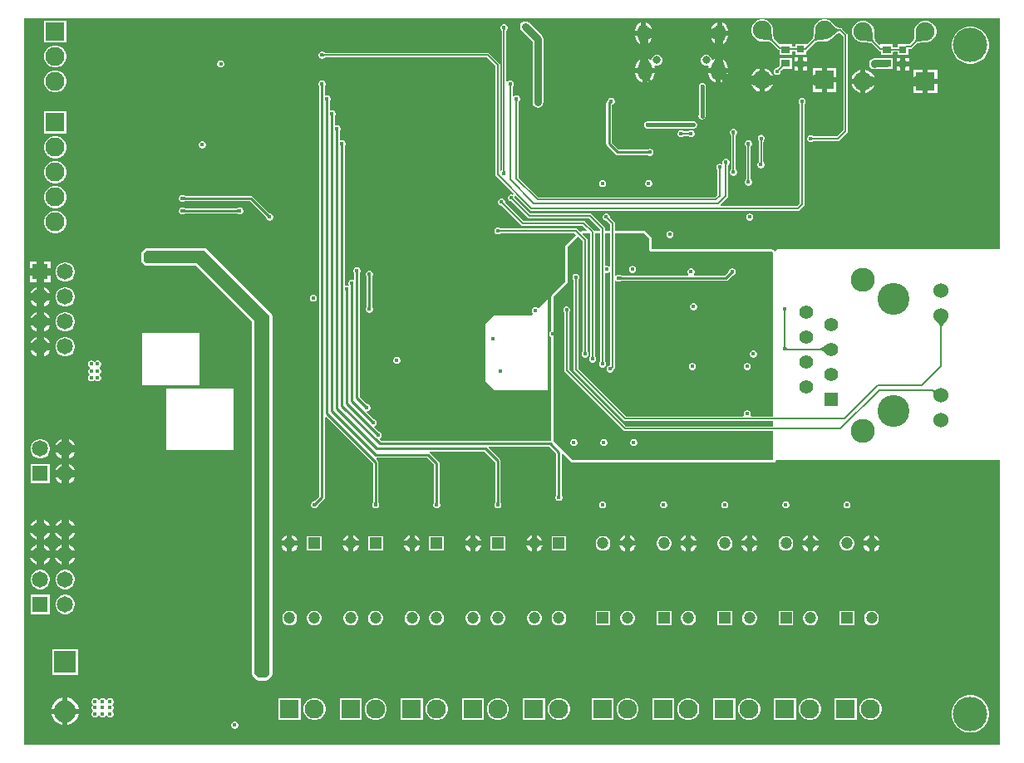
<source format=gbl>
G04*
G04 #@! TF.GenerationSoftware,Altium Limited,Altium Designer,22.11.1 (43)*
G04*
G04 Layer_Physical_Order=4*
G04 Layer_Color=16711680*
%FSLAX44Y44*%
%MOMM*%
G71*
G04*
G04 #@! TF.SameCoordinates,FD04806B-1D24-4FBA-9A3E-9282C7D3C049*
G04*
G04*
G04 #@! TF.FilePolarity,Positive*
G04*
G01*
G75*
%ADD13C,0.2540*%
%ADD14C,0.1524*%
%ADD21R,0.8000X0.8000*%
%ADD52R,0.9500X0.8000*%
%ADD112C,0.7620*%
%ADD113C,0.3810*%
%ADD115C,1.9500*%
%ADD116R,1.9500X1.9500*%
%ADD117C,1.2000*%
%ADD118R,1.2000X1.2000*%
%ADD119R,1.9500X1.9500*%
%ADD120C,3.5052*%
%ADD121R,1.9050X1.9050*%
%ADD122C,1.9050*%
%ADD123R,1.3980X1.3980*%
%ADD124C,1.3980*%
%ADD125C,1.5300*%
%ADD126C,3.2500*%
%ADD127C,2.4450*%
%ADD128R,2.2500X2.2500*%
%ADD129C,2.2500*%
%ADD130C,1.6500*%
%ADD131R,1.6500X1.6500*%
%ADD132O,1.4500X2.0000*%
%ADD133O,1.1500X1.8000*%
%ADD134C,0.8000*%
%ADD135C,0.4000*%
%ADD136C,0.4500*%
%ADD137C,0.5000*%
G36*
X749309Y1255743D02*
X749200Y1255607D01*
X749105Y1255463D01*
X749022Y1255312D01*
X748951Y1255154D01*
X748894Y1254988D01*
X748849Y1254815D01*
X748818Y1254634D01*
X748798Y1254446D01*
X748792Y1254251D01*
X747268D01*
X747262Y1254446D01*
X747243Y1254634D01*
X747211Y1254815D01*
X747166Y1254988D01*
X747109Y1255154D01*
X747038Y1255312D01*
X746955Y1255463D01*
X746860Y1255607D01*
X746751Y1255743D01*
X746630Y1255872D01*
X749430D01*
X749309Y1255743D01*
D02*
G37*
G36*
X564167Y1230639D02*
X564303Y1230530D01*
X564447Y1230435D01*
X564598Y1230352D01*
X564756Y1230282D01*
X564922Y1230224D01*
X565095Y1230179D01*
X565276Y1230147D01*
X565464Y1230128D01*
X565659Y1230122D01*
Y1228598D01*
X565464Y1228592D01*
X565276Y1228572D01*
X565095Y1228541D01*
X564922Y1228496D01*
X564756Y1228438D01*
X564598Y1228368D01*
X564447Y1228285D01*
X564303Y1228190D01*
X564167Y1228081D01*
X564038Y1227960D01*
Y1230760D01*
X564167Y1230639D01*
D02*
G37*
G36*
X563985Y1198686D02*
X563963Y1198628D01*
X563944Y1198550D01*
X563927Y1198450D01*
X563901Y1198186D01*
X563885Y1197838D01*
X563880Y1197405D01*
X561340D01*
X561339Y1197632D01*
X561276Y1198550D01*
X561257Y1198628D01*
X561235Y1198686D01*
X561210Y1198722D01*
X564010D01*
X563985Y1198686D01*
D02*
G37*
G36*
X755659Y1198593D02*
X755550Y1198457D01*
X755455Y1198313D01*
X755372Y1198162D01*
X755302Y1198004D01*
X755244Y1197838D01*
X755199Y1197665D01*
X755167Y1197484D01*
X755148Y1197296D01*
X755142Y1197101D01*
X753618D01*
X753612Y1197296D01*
X753593Y1197484D01*
X753561Y1197665D01*
X753516Y1197838D01*
X753458Y1198004D01*
X753388Y1198162D01*
X753305Y1198313D01*
X753210Y1198457D01*
X753101Y1198593D01*
X752980Y1198722D01*
X755780D01*
X755659Y1198593D01*
D02*
G37*
G36*
X569065Y1183446D02*
X569043Y1183388D01*
X569024Y1183310D01*
X569007Y1183210D01*
X568981Y1182946D01*
X568965Y1182598D01*
X568960Y1182165D01*
X566420D01*
X566419Y1182392D01*
X566356Y1183310D01*
X566337Y1183388D01*
X566315Y1183446D01*
X566290Y1183482D01*
X569090D01*
X569065Y1183446D01*
D02*
G37*
G36*
X762009Y1183353D02*
X761900Y1183217D01*
X761805Y1183073D01*
X761722Y1182922D01*
X761652Y1182764D01*
X761594Y1182598D01*
X761549Y1182425D01*
X761517Y1182244D01*
X761498Y1182056D01*
X761492Y1181861D01*
X759968D01*
X759962Y1182056D01*
X759942Y1182244D01*
X759911Y1182425D01*
X759866Y1182598D01*
X759809Y1182764D01*
X759738Y1182922D01*
X759655Y1183073D01*
X759560Y1183217D01*
X759451Y1183353D01*
X759330Y1183482D01*
X762130D01*
X762009Y1183353D01*
D02*
G37*
G36*
X1052839Y1180813D02*
X1052730Y1180677D01*
X1052635Y1180533D01*
X1052552Y1180382D01*
X1052482Y1180224D01*
X1052424Y1180058D01*
X1052379Y1179885D01*
X1052347Y1179704D01*
X1052328Y1179516D01*
X1052322Y1179321D01*
X1050798D01*
X1050792Y1179516D01*
X1050772Y1179704D01*
X1050741Y1179885D01*
X1050696Y1180058D01*
X1050639Y1180224D01*
X1050568Y1180382D01*
X1050485Y1180533D01*
X1050390Y1180677D01*
X1050281Y1180813D01*
X1050160Y1180942D01*
X1052960D01*
X1052839Y1180813D01*
D02*
G37*
G36*
X574145Y1168206D02*
X574123Y1168148D01*
X574104Y1168070D01*
X574087Y1167970D01*
X574061Y1167707D01*
X574045Y1167358D01*
X574040Y1166925D01*
X571500D01*
X571499Y1167152D01*
X571436Y1168070D01*
X571417Y1168148D01*
X571395Y1168206D01*
X571370Y1168242D01*
X574170D01*
X574145Y1168206D01*
D02*
G37*
G36*
X579225Y1152966D02*
X579203Y1152908D01*
X579184Y1152830D01*
X579167Y1152730D01*
X579141Y1152467D01*
X579125Y1152118D01*
X579120Y1151685D01*
X576580D01*
X576579Y1151912D01*
X576516Y1152830D01*
X576497Y1152908D01*
X576475Y1152966D01*
X576450Y1153002D01*
X579250D01*
X579225Y1152966D01*
D02*
G37*
G36*
X584305Y1137726D02*
X584283Y1137668D01*
X584264Y1137590D01*
X584247Y1137490D01*
X584221Y1137226D01*
X584205Y1136878D01*
X584200Y1136445D01*
X581660D01*
X581659Y1136672D01*
X581596Y1137590D01*
X581577Y1137668D01*
X581555Y1137726D01*
X581530Y1137762D01*
X584330D01*
X584305Y1137726D01*
D02*
G37*
G36*
X975369Y1118583D02*
X975260Y1118447D01*
X975165Y1118303D01*
X975082Y1118152D01*
X975012Y1117994D01*
X974954Y1117828D01*
X974909Y1117655D01*
X974877Y1117474D01*
X974858Y1117286D01*
X974852Y1117091D01*
X973328D01*
X973322Y1117286D01*
X973303Y1117474D01*
X973271Y1117655D01*
X973226Y1117828D01*
X973168Y1117994D01*
X973098Y1118152D01*
X973015Y1118303D01*
X972920Y1118447D01*
X972811Y1118583D01*
X972690Y1118712D01*
X975490D01*
X975369Y1118583D01*
D02*
G37*
G36*
X969019Y1113503D02*
X968910Y1113367D01*
X968815Y1113223D01*
X968732Y1113072D01*
X968661Y1112914D01*
X968604Y1112748D01*
X968559Y1112575D01*
X968528Y1112394D01*
X968508Y1112206D01*
X968502Y1112011D01*
X966978D01*
X966972Y1112206D01*
X966953Y1112394D01*
X966921Y1112575D01*
X966876Y1112748D01*
X966818Y1112914D01*
X966748Y1113072D01*
X966665Y1113223D01*
X966570Y1113367D01*
X966461Y1113503D01*
X966340Y1113632D01*
X969140D01*
X969019Y1113503D01*
D02*
G37*
G36*
X748798Y1111564D02*
X748818Y1111376D01*
X748849Y1111195D01*
X748894Y1111022D01*
X748951Y1110856D01*
X749022Y1110698D01*
X749105Y1110547D01*
X749200Y1110403D01*
X749309Y1110267D01*
X749430Y1110138D01*
X746630D01*
X746751Y1110267D01*
X746860Y1110403D01*
X746955Y1110547D01*
X747038Y1110698D01*
X747109Y1110856D01*
X747166Y1111022D01*
X747211Y1111195D01*
X747243Y1111376D01*
X747262Y1111564D01*
X747268Y1111759D01*
X748792D01*
X748798Y1111564D01*
D02*
G37*
G36*
X757369Y1083682D02*
X757389Y1083509D01*
X757423Y1083340D01*
X757471Y1083175D01*
X757533Y1083013D01*
X757610Y1082855D01*
X757701Y1082701D01*
X757806Y1082551D01*
X757925Y1082404D01*
X758059Y1082262D01*
X756981Y1081184D01*
X756839Y1081318D01*
X756692Y1081437D01*
X756542Y1081542D01*
X756388Y1081633D01*
X756230Y1081710D01*
X756068Y1081772D01*
X755903Y1081820D01*
X755734Y1081854D01*
X755561Y1081874D01*
X755384Y1081879D01*
X757364Y1083859D01*
X757369Y1083682D01*
D02*
G37*
G36*
X747495Y1079303D02*
X747515Y1079130D01*
X747549Y1078961D01*
X747597Y1078796D01*
X747659Y1078634D01*
X747736Y1078476D01*
X747827Y1078322D01*
X747932Y1078172D01*
X748051Y1078025D01*
X748185Y1077883D01*
X747107Y1076805D01*
X746965Y1076939D01*
X746818Y1077058D01*
X746668Y1077163D01*
X746514Y1077254D01*
X746356Y1077331D01*
X746194Y1077393D01*
X746029Y1077441D01*
X745860Y1077475D01*
X745687Y1077495D01*
X745510Y1077500D01*
X747490Y1079480D01*
X747495Y1079303D01*
D02*
G37*
G36*
X1253181Y1031240D02*
X1026160D01*
X1024181Y1029261D01*
X1022911Y1030531D01*
X1022071Y1031093D01*
X1021080Y1031290D01*
X898585D01*
X898266Y1031609D01*
Y1042344D01*
X898069Y1043335D01*
X897507Y1044175D01*
X892101Y1049581D01*
X891261Y1050143D01*
X890270Y1050340D01*
X860851Y1050340D01*
Y1057910D01*
X860673Y1058802D01*
X860168Y1059558D01*
X856137Y1063589D01*
X856069Y1063771D01*
X855974Y1063872D01*
X855929Y1063927D01*
X855895Y1063976D01*
X855871Y1064017D01*
X855853Y1064052D01*
X855841Y1064084D01*
X855832Y1064114D01*
X855826Y1064145D01*
X855822Y1064181D01*
X855819Y1064290D01*
X855694Y1064567D01*
Y1064961D01*
X855157Y1066256D01*
X854166Y1067247D01*
X852871Y1067784D01*
X851469D01*
X850174Y1067247D01*
X849183Y1066256D01*
X848646Y1064961D01*
Y1063559D01*
X849183Y1062264D01*
X850174Y1061273D01*
X851469Y1060736D01*
X851863D01*
X852140Y1060611D01*
X852249Y1060608D01*
X852285Y1060604D01*
X852316Y1060598D01*
X852346Y1060589D01*
X852378Y1060577D01*
X852413Y1060559D01*
X852454Y1060535D01*
X852503Y1060501D01*
X852558Y1060456D01*
X852660Y1060361D01*
X852841Y1060293D01*
X856189Y1056945D01*
Y1050340D01*
X850691D01*
Y1052830D01*
X850513Y1053722D01*
X850008Y1054478D01*
X837308Y1067178D01*
X836552Y1067683D01*
X835660Y1067861D01*
X774678D01*
X759331Y1083208D01*
X759263Y1083390D01*
X759168Y1083491D01*
X759123Y1083546D01*
X759089Y1083595D01*
X759064Y1083636D01*
X759047Y1083671D01*
X759035Y1083703D01*
X759026Y1083733D01*
X759020Y1083764D01*
X759016Y1083801D01*
X759013Y1083909D01*
X758888Y1084186D01*
Y1084580D01*
X758492Y1085536D01*
X759569Y1086255D01*
X774322Y1071502D01*
X775078Y1070997D01*
X775970Y1070819D01*
X1047750D01*
X1048642Y1070997D01*
X1049398Y1071502D01*
X1053208Y1075312D01*
X1053713Y1076068D01*
X1053891Y1076960D01*
Y1179091D01*
X1053971Y1179267D01*
X1053975Y1179405D01*
X1053982Y1179477D01*
X1053993Y1179535D01*
X1054005Y1179582D01*
X1054018Y1179619D01*
X1054031Y1179650D01*
X1054046Y1179677D01*
X1054064Y1179704D01*
X1054087Y1179732D01*
X1054161Y1179811D01*
X1054269Y1180095D01*
X1054548Y1180374D01*
X1055084Y1181669D01*
Y1183071D01*
X1054548Y1184366D01*
X1053556Y1185358D01*
X1052261Y1185894D01*
X1050859D01*
X1049564Y1185358D01*
X1048572Y1184366D01*
X1048036Y1183071D01*
Y1181669D01*
X1048572Y1180374D01*
X1048851Y1180095D01*
X1048959Y1179811D01*
X1049033Y1179732D01*
X1049056Y1179704D01*
X1049074Y1179677D01*
X1049089Y1179650D01*
X1049102Y1179619D01*
X1049115Y1179582D01*
X1049127Y1179535D01*
X1049137Y1179477D01*
X1049145Y1179405D01*
X1049149Y1179267D01*
X1049229Y1179091D01*
Y1077925D01*
X1046785Y1075481D01*
X968756D01*
X968415Y1076069D01*
X968287Y1076751D01*
X975738Y1084202D01*
X976243Y1084958D01*
X976421Y1085850D01*
Y1116861D01*
X976501Y1117037D01*
X976505Y1117175D01*
X976513Y1117247D01*
X976523Y1117305D01*
X976535Y1117352D01*
X976548Y1117389D01*
X976561Y1117420D01*
X976576Y1117447D01*
X976594Y1117474D01*
X976617Y1117502D01*
X976691Y1117581D01*
X976799Y1117865D01*
X977077Y1118144D01*
X977614Y1119439D01*
Y1120841D01*
X977077Y1122136D01*
X976086Y1123128D01*
X974791Y1123664D01*
X973389D01*
X972094Y1123128D01*
X971103Y1122136D01*
X970566Y1120841D01*
Y1119439D01*
X970867Y1118713D01*
X969790Y1117994D01*
X969736Y1118047D01*
X968441Y1118584D01*
X967039D01*
X965744Y1118047D01*
X964753Y1117056D01*
X964216Y1115761D01*
Y1114359D01*
X964753Y1113064D01*
X965031Y1112785D01*
X965139Y1112501D01*
X965213Y1112422D01*
X965236Y1112394D01*
X965254Y1112367D01*
X965269Y1112340D01*
X965282Y1112309D01*
X965295Y1112271D01*
X965307Y1112225D01*
X965318Y1112167D01*
X965325Y1112095D01*
X965329Y1111957D01*
X965409Y1111781D01*
Y1086815D01*
X962965Y1084371D01*
X783286D01*
X763061Y1104595D01*
Y1181631D01*
X763141Y1181807D01*
X763145Y1181945D01*
X763152Y1182017D01*
X763163Y1182075D01*
X763175Y1182122D01*
X763188Y1182159D01*
X763201Y1182190D01*
X763216Y1182217D01*
X763234Y1182244D01*
X763257Y1182272D01*
X763331Y1182351D01*
X763439Y1182635D01*
X763717Y1182914D01*
X764254Y1184209D01*
Y1185611D01*
X763717Y1186906D01*
X762726Y1187897D01*
X761431Y1188434D01*
X760029D01*
X758734Y1187897D01*
X757981Y1187144D01*
X756863Y1187441D01*
X756711Y1187534D01*
Y1196871D01*
X756791Y1197047D01*
X756795Y1197185D01*
X756803Y1197257D01*
X756813Y1197315D01*
X756825Y1197362D01*
X756838Y1197399D01*
X756851Y1197430D01*
X756866Y1197457D01*
X756884Y1197484D01*
X756907Y1197512D01*
X756981Y1197591D01*
X757089Y1197875D01*
X757367Y1198154D01*
X757904Y1199449D01*
Y1200851D01*
X757367Y1202146D01*
X756376Y1203138D01*
X755081Y1203674D01*
X753679D01*
X752384Y1203138D01*
X751631Y1202384D01*
X750513Y1202681D01*
X750361Y1202774D01*
Y1254021D01*
X750441Y1254197D01*
X750445Y1254335D01*
X750452Y1254407D01*
X750463Y1254465D01*
X750475Y1254511D01*
X750488Y1254549D01*
X750501Y1254580D01*
X750516Y1254607D01*
X750534Y1254634D01*
X750557Y1254662D01*
X750631Y1254741D01*
X750739Y1255025D01*
X751018Y1255304D01*
X751554Y1256599D01*
Y1258001D01*
X751018Y1259296D01*
X750026Y1260287D01*
X748731Y1260824D01*
X747329D01*
X746034Y1260287D01*
X745042Y1259296D01*
X744506Y1258001D01*
Y1256599D01*
X745042Y1255304D01*
X745321Y1255025D01*
X745429Y1254741D01*
X745503Y1254662D01*
X745526Y1254634D01*
X745544Y1254607D01*
X745559Y1254580D01*
X745572Y1254549D01*
X745585Y1254511D01*
X745597Y1254465D01*
X745608Y1254407D01*
X745615Y1254335D01*
X745619Y1254197D01*
X745699Y1254021D01*
Y1112101D01*
X745382Y1111660D01*
X745281Y1111595D01*
X744149Y1112149D01*
X744011Y1112338D01*
Y1219200D01*
X743833Y1220092D01*
X743328Y1220848D01*
X733168Y1231008D01*
X732412Y1231513D01*
X731520Y1231691D01*
X565889D01*
X565713Y1231771D01*
X565575Y1231775D01*
X565503Y1231783D01*
X565445Y1231793D01*
X565398Y1231805D01*
X565361Y1231818D01*
X565330Y1231831D01*
X565303Y1231846D01*
X565276Y1231864D01*
X565248Y1231887D01*
X565169Y1231961D01*
X564885Y1232069D01*
X564606Y1232347D01*
X563311Y1232884D01*
X561909D01*
X560614Y1232347D01*
X559622Y1231356D01*
X559086Y1230061D01*
Y1228659D01*
X559622Y1227364D01*
X560614Y1226373D01*
X561909Y1225836D01*
X563311D01*
X564606Y1226373D01*
X564885Y1226651D01*
X565169Y1226759D01*
X565248Y1226833D01*
X565276Y1226856D01*
X565303Y1226874D01*
X565330Y1226889D01*
X565361Y1226902D01*
X565398Y1226915D01*
X565445Y1226927D01*
X565503Y1226937D01*
X565575Y1226945D01*
X565713Y1226949D01*
X565889Y1227029D01*
X730555D01*
X739349Y1218234D01*
Y1107440D01*
X739527Y1106548D01*
X740032Y1105792D01*
X757740Y1088084D01*
X757020Y1087007D01*
X756065Y1087403D01*
X754663D01*
X753368Y1086867D01*
X752376Y1085875D01*
X751840Y1084580D01*
Y1083178D01*
X752376Y1081883D01*
X753368Y1080891D01*
X754663Y1080355D01*
X755057D01*
X755334Y1080230D01*
X755443Y1080227D01*
X755479Y1080223D01*
X755510Y1080217D01*
X755540Y1080208D01*
X755572Y1080196D01*
X755607Y1080179D01*
X755648Y1080154D01*
X755697Y1080120D01*
X755752Y1080075D01*
X755854Y1079980D01*
X756035Y1079912D01*
X772065Y1063882D01*
X772821Y1063377D01*
X773713Y1063199D01*
X834695D01*
X846029Y1051865D01*
Y1050340D01*
X840531Y1050340D01*
X840122Y1050258D01*
X839848Y1050668D01*
X830958Y1059558D01*
X830202Y1060063D01*
X829310Y1060241D01*
X768046D01*
X749457Y1078829D01*
X749389Y1079010D01*
X749294Y1079112D01*
X749249Y1079167D01*
X749215Y1079215D01*
X749191Y1079257D01*
X749173Y1079292D01*
X749161Y1079324D01*
X749152Y1079354D01*
X749146Y1079385D01*
X749142Y1079421D01*
X749139Y1079530D01*
X749014Y1079807D01*
Y1080201D01*
X748477Y1081496D01*
X747486Y1082487D01*
X746191Y1083024D01*
X744789D01*
X743494Y1082487D01*
X742503Y1081496D01*
X741966Y1080201D01*
Y1078799D01*
X742503Y1077504D01*
X743494Y1076513D01*
X744789Y1075976D01*
X745183D01*
X745460Y1075851D01*
X745568Y1075848D01*
X745605Y1075844D01*
X745636Y1075838D01*
X745666Y1075829D01*
X745698Y1075817D01*
X745733Y1075799D01*
X745774Y1075775D01*
X745823Y1075741D01*
X745878Y1075696D01*
X745980Y1075601D01*
X746161Y1075533D01*
X765432Y1056262D01*
X766188Y1055757D01*
X767080Y1055579D01*
X828345D01*
X832411Y1051513D01*
X831925Y1050340D01*
X828429D01*
X827438Y1050143D01*
X826598Y1049581D01*
X825018Y1049502D01*
X822582Y1051938D01*
X821826Y1052443D01*
X820934Y1052621D01*
X744959D01*
X744783Y1052701D01*
X744645Y1052705D01*
X744573Y1052712D01*
X744515Y1052723D01*
X744469Y1052735D01*
X744431Y1052748D01*
X744400Y1052761D01*
X744373Y1052776D01*
X744346Y1052794D01*
X744318Y1052817D01*
X744239Y1052891D01*
X743955Y1052999D01*
X743676Y1053278D01*
X742381Y1053814D01*
X740979D01*
X739684Y1053278D01*
X738692Y1052286D01*
X738156Y1050991D01*
Y1049589D01*
X738692Y1048294D01*
X739684Y1047302D01*
X740979Y1046766D01*
X742381D01*
X743676Y1047302D01*
X743955Y1047581D01*
X744239Y1047689D01*
X744318Y1047763D01*
X744346Y1047786D01*
X744373Y1047804D01*
X744400Y1047819D01*
X744431Y1047832D01*
X744469Y1047845D01*
X744515Y1047857D01*
X744573Y1047868D01*
X744645Y1047875D01*
X744783Y1047879D01*
X744959Y1047959D01*
X819968D01*
X821643Y1046285D01*
X810969Y1035611D01*
X810407Y1034771D01*
X810210Y1033780D01*
Y998023D01*
X796999Y984811D01*
X796437Y983971D01*
X796240Y982980D01*
Y948148D01*
X795564Y947868D01*
X794573Y946876D01*
X794036Y945581D01*
Y944179D01*
X794573Y942884D01*
X795564Y941892D01*
X796240Y941612D01*
Y837021D01*
X795020Y835969D01*
X795020Y835969D01*
X622475D01*
X621077Y837367D01*
X621375Y838865D01*
X621756Y839023D01*
X622747Y840014D01*
X623284Y841309D01*
Y842711D01*
X622747Y844006D01*
X621756Y844997D01*
X620461Y845534D01*
X620420D01*
X620002Y845898D01*
X619877Y846022D01*
X619708Y846091D01*
X615786Y850013D01*
X616108Y851487D01*
X616676Y851722D01*
X617668Y852714D01*
X618204Y854009D01*
Y855411D01*
X617668Y856706D01*
X616676Y857698D01*
X615381Y858234D01*
X615340D01*
X614922Y858598D01*
X614797Y858722D01*
X614628Y858791D01*
X608263Y865156D01*
X608789Y866426D01*
X609031D01*
X610326Y866963D01*
X611317Y867954D01*
X611854Y869249D01*
Y870651D01*
X611317Y871946D01*
X610326Y872937D01*
X609031Y873474D01*
X608989D01*
X608572Y873838D01*
X608447Y873962D01*
X608278Y874031D01*
X601019Y881290D01*
Y1006720D01*
X601090Y1006885D01*
X601094Y1007291D01*
X601107Y1007569D01*
X601110Y1007607D01*
X601157Y1007654D01*
X601694Y1008949D01*
Y1010351D01*
X601157Y1011646D01*
X600166Y1012637D01*
X598871Y1013174D01*
X597469D01*
X596174Y1012637D01*
X595182Y1011646D01*
X594646Y1010351D01*
Y1008949D01*
X595182Y1007654D01*
X595212Y1007625D01*
X595249Y1007072D01*
X595250Y1006896D01*
X595321Y1006727D01*
Y1001215D01*
X594051Y1000366D01*
X593791Y1000474D01*
X592389D01*
X591094Y999938D01*
X590103Y998946D01*
X589566Y997651D01*
Y996249D01*
X590103Y994954D01*
X589187Y994098D01*
X589154Y994069D01*
X588976Y994016D01*
X588971Y994016D01*
X588711Y994124D01*
X587309D01*
X587049Y994016D01*
X585779Y994865D01*
Y1136260D01*
X585849Y1136425D01*
X585854Y1136831D01*
X585867Y1137109D01*
X585871Y1137147D01*
X585918Y1137194D01*
X586454Y1138489D01*
Y1139891D01*
X585918Y1141186D01*
X584926Y1142178D01*
X583631Y1142714D01*
X582229D01*
X581969Y1142606D01*
X580699Y1143455D01*
Y1151500D01*
X580770Y1151665D01*
X580774Y1152071D01*
X580787Y1152349D01*
X580790Y1152387D01*
X580838Y1152434D01*
X581374Y1153729D01*
Y1155131D01*
X580838Y1156426D01*
X579846Y1157418D01*
X578551Y1157954D01*
X577149D01*
X576889Y1157846D01*
X575619Y1158695D01*
Y1166740D01*
X575690Y1166905D01*
X575694Y1167311D01*
X575707Y1167589D01*
X575710Y1167627D01*
X575757Y1167674D01*
X576294Y1168969D01*
Y1170371D01*
X575757Y1171666D01*
X574766Y1172657D01*
X573471Y1173194D01*
X572069D01*
X571809Y1173086D01*
X570539Y1173935D01*
Y1181980D01*
X570610Y1182145D01*
X570614Y1182551D01*
X570627Y1182829D01*
X570630Y1182867D01*
X570677Y1182914D01*
X571214Y1184209D01*
Y1185611D01*
X570677Y1186906D01*
X569686Y1187897D01*
X568391Y1188434D01*
X566989D01*
X566729Y1188326D01*
X565459Y1189175D01*
Y1197220D01*
X565530Y1197385D01*
X565534Y1197791D01*
X565547Y1198069D01*
X565550Y1198107D01*
X565597Y1198154D01*
X566134Y1199449D01*
Y1200851D01*
X565597Y1202146D01*
X564606Y1203138D01*
X563311Y1203674D01*
X561909D01*
X560614Y1203138D01*
X559622Y1202146D01*
X559086Y1200851D01*
Y1199449D01*
X559622Y1198154D01*
X559652Y1198124D01*
X559689Y1197572D01*
X559690Y1197396D01*
X559761Y1197227D01*
Y779690D01*
X555047Y774976D01*
X554881Y774909D01*
X554590Y774625D01*
X554385Y774438D01*
X554356Y774414D01*
X554289D01*
X552994Y773877D01*
X552002Y772886D01*
X551466Y771591D01*
Y770189D01*
X552002Y768894D01*
X552994Y767903D01*
X554289Y767366D01*
X555691D01*
X556986Y767903D01*
X557977Y768894D01*
X558514Y770189D01*
Y770230D01*
X558878Y770648D01*
X559002Y770773D01*
X559071Y770942D01*
X564624Y776496D01*
X565242Y777420D01*
X565459Y778510D01*
X565459Y778510D01*
Y860006D01*
X566729Y860533D01*
X614371Y812890D01*
Y773820D01*
X614300Y773655D01*
X614296Y773249D01*
X614283Y772971D01*
X614280Y772933D01*
X614232Y772886D01*
X613696Y771591D01*
Y770189D01*
X614232Y768894D01*
X615224Y767903D01*
X616519Y767366D01*
X617921D01*
X619216Y767903D01*
X620207Y768894D01*
X620744Y770189D01*
Y771591D01*
X620207Y772886D01*
X620178Y772915D01*
X620141Y773468D01*
X620140Y773644D01*
X620069Y773813D01*
Y814070D01*
X619852Y815160D01*
X619234Y816084D01*
X619234Y816084D01*
X617747Y817571D01*
X618274Y818841D01*
X669380D01*
X676601Y811620D01*
Y773820D01*
X676531Y773655D01*
X676526Y773249D01*
X676513Y772971D01*
X676509Y772933D01*
X676462Y772886D01*
X675926Y771591D01*
Y770189D01*
X676462Y768894D01*
X677454Y767903D01*
X678749Y767366D01*
X680151D01*
X681446Y767903D01*
X682438Y768894D01*
X682974Y770189D01*
Y771591D01*
X682438Y772886D01*
X682408Y772915D01*
X682371Y773468D01*
X682370Y773644D01*
X682299Y773813D01*
Y812800D01*
X682299Y812800D01*
X682082Y813890D01*
X681464Y814814D01*
X681464Y814814D01*
X672574Y823704D01*
X672250Y823921D01*
X672635Y825191D01*
X727800D01*
X738831Y814160D01*
Y773820D01*
X738761Y773655D01*
X738756Y773249D01*
X738743Y772971D01*
X738739Y772933D01*
X738692Y772886D01*
X738156Y771591D01*
Y770189D01*
X738692Y768894D01*
X739684Y767903D01*
X740979Y767366D01*
X742381D01*
X743676Y767903D01*
X744668Y768894D01*
X745204Y770189D01*
Y771591D01*
X744668Y772886D01*
X744638Y772915D01*
X744601Y773468D01*
X744600Y773644D01*
X744529Y773813D01*
Y815340D01*
X744529Y815340D01*
X744312Y816430D01*
X743694Y817354D01*
X743694Y817354D01*
X732048Y829001D01*
X732573Y830271D01*
X793840D01*
X801061Y823050D01*
Y781154D01*
X800991Y780989D01*
X800986Y780583D01*
X800973Y780305D01*
X800969Y780267D01*
X800922Y780220D01*
X800386Y778925D01*
Y777523D01*
X800922Y776228D01*
X801914Y775237D01*
X803209Y774700D01*
X804611D01*
X805906Y775237D01*
X806898Y776228D01*
X807434Y777523D01*
Y778925D01*
X806898Y780220D01*
X806868Y780249D01*
X806831Y780802D01*
X806830Y780978D01*
X806759Y781147D01*
Y822409D01*
X807932Y822896D01*
X816049Y814779D01*
X816889Y814217D01*
X817880Y814020D01*
X1022350Y814020D01*
X1023341Y814217D01*
X1024181Y814779D01*
X1024743Y815619D01*
X1024940Y816610D01*
X1253181Y816610D01*
Y526089D01*
X259389D01*
Y1267151D01*
X1253181D01*
Y1031240D01*
D02*
G37*
G36*
X854175Y1064063D02*
X854195Y1063890D01*
X854229Y1063721D01*
X854277Y1063556D01*
X854339Y1063394D01*
X854416Y1063236D01*
X854507Y1063082D01*
X854612Y1062932D01*
X854731Y1062785D01*
X854865Y1062643D01*
X853787Y1061565D01*
X853645Y1061699D01*
X853498Y1061818D01*
X853348Y1061923D01*
X853194Y1062014D01*
X853036Y1062091D01*
X852874Y1062153D01*
X852709Y1062201D01*
X852540Y1062235D01*
X852367Y1062255D01*
X852190Y1062260D01*
X854170Y1064240D01*
X854175Y1064063D01*
D02*
G37*
G36*
X743237Y1051569D02*
X743373Y1051460D01*
X743517Y1051365D01*
X743668Y1051282D01*
X743826Y1051211D01*
X743992Y1051154D01*
X744165Y1051109D01*
X744346Y1051077D01*
X744534Y1051058D01*
X744729Y1051052D01*
Y1049528D01*
X744534Y1049522D01*
X744346Y1049502D01*
X744165Y1049471D01*
X743992Y1049426D01*
X743826Y1049369D01*
X743668Y1049298D01*
X743517Y1049215D01*
X743373Y1049120D01*
X743237Y1049011D01*
X743108Y1048890D01*
Y1051690D01*
X743237Y1051569D01*
D02*
G37*
G36*
X856189Y1047750D02*
Y1014156D01*
X854919Y1013631D01*
X854642Y1013907D01*
X853347Y1014444D01*
X851945D01*
X851747Y1014362D01*
X850691Y1015068D01*
Y1047750D01*
X856189D01*
D02*
G37*
G36*
X599545Y1008186D02*
X599523Y1008128D01*
X599504Y1008050D01*
X599487Y1007950D01*
X599461Y1007686D01*
X599445Y1007338D01*
X599440Y1006905D01*
X596900D01*
X596899Y1007132D01*
X596836Y1008050D01*
X596817Y1008128D01*
X596795Y1008186D01*
X596770Y1008222D01*
X599570D01*
X599545Y1008186D01*
D02*
G37*
G36*
X980420Y1006380D02*
X980377Y1006372D01*
X980321Y1006347D01*
X980251Y1006305D01*
X980169Y1006247D01*
X979964Y1006079D01*
X979707Y1005844D01*
X979397Y1005541D01*
X977601Y1007337D01*
X977761Y1007499D01*
X978365Y1008192D01*
X978407Y1008261D01*
X978432Y1008317D01*
X978440Y1008360D01*
X980420Y1006380D01*
D02*
G37*
G36*
X866334Y1003405D02*
X866392Y1003383D01*
X866470Y1003364D01*
X866570Y1003347D01*
X866833Y1003321D01*
X867182Y1003305D01*
X867615Y1003300D01*
Y1000760D01*
X867388Y1000759D01*
X866470Y1000696D01*
X866392Y1000677D01*
X866334Y1000655D01*
X866298Y1000630D01*
Y1003430D01*
X866334Y1003405D01*
D02*
G37*
G36*
X822400Y1001457D02*
X822291Y1001321D01*
X822196Y1001177D01*
X822113Y1001026D01*
X822042Y1000868D01*
X821985Y1000702D01*
X821940Y1000529D01*
X821908Y1000348D01*
X821889Y1000160D01*
X821883Y999965D01*
X820359D01*
X820353Y1000160D01*
X820333Y1000348D01*
X820302Y1000529D01*
X820257Y1000702D01*
X820200Y1000868D01*
X820129Y1001026D01*
X820046Y1001177D01*
X819951Y1001321D01*
X819842Y1001457D01*
X819721Y1001586D01*
X822521D01*
X822400Y1001457D01*
D02*
G37*
G36*
X594465Y995486D02*
X594443Y995428D01*
X594424Y995350D01*
X594407Y995250D01*
X594381Y994986D01*
X594365Y994638D01*
X594360Y994205D01*
X591820D01*
X591819Y994432D01*
X591756Y995350D01*
X591737Y995428D01*
X591715Y995486D01*
X591690Y995522D01*
X594490D01*
X594465Y995486D01*
D02*
G37*
G36*
X589385Y989136D02*
X589363Y989078D01*
X589344Y989000D01*
X589327Y988900D01*
X589301Y988636D01*
X589285Y988288D01*
X589280Y987855D01*
X586740D01*
X586739Y988082D01*
X586676Y989000D01*
X586657Y989078D01*
X586635Y989136D01*
X586610Y989172D01*
X589410D01*
X589385Y989136D01*
D02*
G37*
G36*
X1035059Y968723D02*
X1034950Y968587D01*
X1034855Y968443D01*
X1034772Y968292D01*
X1034702Y968134D01*
X1034644Y967968D01*
X1034599Y967795D01*
X1034567Y967614D01*
X1034548Y967426D01*
X1034542Y967231D01*
X1033018D01*
X1033012Y967426D01*
X1032992Y967614D01*
X1032961Y967795D01*
X1032916Y967968D01*
X1032859Y968134D01*
X1032788Y968292D01*
X1032705Y968443D01*
X1032610Y968587D01*
X1032501Y968723D01*
X1032380Y968852D01*
X1035180D01*
X1035059Y968723D01*
D02*
G37*
G36*
X813095Y968022D02*
X812986Y967886D01*
X812891Y967742D01*
X812808Y967591D01*
X812738Y967433D01*
X812680Y967267D01*
X812635Y967094D01*
X812604Y966913D01*
X812584Y966725D01*
X812578Y966530D01*
X811054D01*
X811048Y966725D01*
X811029Y966913D01*
X810997Y967094D01*
X810952Y967267D01*
X810894Y967433D01*
X810824Y967591D01*
X810741Y967742D01*
X810646Y967886D01*
X810537Y968022D01*
X810416Y968151D01*
X813216D01*
X813095Y968022D01*
D02*
G37*
G36*
X1198631Y958643D02*
X1197757Y957768D01*
X1195687Y955414D01*
X1195182Y954719D01*
X1194768Y954069D01*
X1194446Y953463D01*
X1194216Y952903D01*
X1194078Y952387D01*
X1194032Y951916D01*
X1192508Y951920D01*
X1192462Y952389D01*
X1192325Y952904D01*
X1192095Y953465D01*
X1191774Y954071D01*
X1191361Y954723D01*
X1190857Y955421D01*
X1189572Y956954D01*
X1188792Y957790D01*
X1187921Y958671D01*
X1198631Y958643D01*
D02*
G37*
G36*
X1034548Y932494D02*
X1034567Y932306D01*
X1034599Y932125D01*
X1034644Y931952D01*
X1034702Y931786D01*
X1034772Y931628D01*
X1034855Y931477D01*
X1034950Y931333D01*
X1035059Y931197D01*
X1035180Y931068D01*
X1032380D01*
X1032501Y931197D01*
X1032610Y931333D01*
X1032705Y931477D01*
X1032788Y931628D01*
X1032859Y931786D01*
X1032916Y931952D01*
X1032961Y932125D01*
X1032992Y932306D01*
X1033012Y932494D01*
X1033018Y932689D01*
X1034542D01*
X1034548Y932494D01*
D02*
G37*
G36*
X1035353Y930900D02*
X1035488Y930790D01*
X1035630Y930693D01*
X1035780Y930609D01*
X1035937Y930538D01*
X1036103Y930480D01*
X1036275Y930435D01*
X1036456Y930403D01*
X1036644Y930383D01*
X1036839Y930377D01*
X1036819Y928853D01*
X1036623Y928847D01*
X1036435Y928828D01*
X1036255Y928796D01*
X1036081Y928752D01*
X1035915Y928695D01*
X1035755Y928626D01*
X1035603Y928544D01*
X1035459Y928449D01*
X1035321Y928342D01*
X1035191Y928222D01*
X1035226Y931022D01*
X1035353Y930900D01*
D02*
G37*
G36*
X831348Y927414D02*
X831367Y927226D01*
X831399Y927045D01*
X831444Y926872D01*
X831501Y926706D01*
X831572Y926548D01*
X831655Y926397D01*
X831750Y926253D01*
X831859Y926117D01*
X831980Y925988D01*
X829180D01*
X829301Y926117D01*
X829410Y926253D01*
X829505Y926397D01*
X829588Y926548D01*
X829659Y926706D01*
X829716Y926872D01*
X829761Y927045D01*
X829792Y927226D01*
X829812Y927414D01*
X829818Y927609D01*
X831342D01*
X831348Y927414D01*
D02*
G37*
G36*
X1075767Y924709D02*
X1074984Y925497D01*
X1072862Y927361D01*
X1072231Y927817D01*
X1071637Y928190D01*
X1071082Y928480D01*
X1070564Y928687D01*
X1070085Y928812D01*
X1069643Y928853D01*
X1069653Y930377D01*
X1070090Y930418D01*
X1070568Y930542D01*
X1071086Y930748D01*
X1071643Y931036D01*
X1072241Y931406D01*
X1072879Y931860D01*
X1074274Y933012D01*
X1075032Y933713D01*
X1075830Y934495D01*
X1075767Y924709D01*
D02*
G37*
G36*
X835869Y1047750D02*
Y922759D01*
X835789Y922583D01*
X835785Y922445D01*
X835778Y922373D01*
X835767Y922315D01*
X835755Y922269D01*
X835742Y922231D01*
X835729Y922200D01*
X835714Y922173D01*
X835696Y922146D01*
X835673Y922118D01*
X835599Y922039D01*
X835491Y921755D01*
X835212Y921476D01*
X834676Y920181D01*
Y918779D01*
X835212Y917484D01*
X836204Y916492D01*
X837499Y915956D01*
X838901D01*
X840196Y916492D01*
X841188Y917484D01*
X841724Y918779D01*
Y920181D01*
X841188Y921476D01*
X840909Y921755D01*
X840801Y922039D01*
X840727Y922118D01*
X840704Y922146D01*
X840686Y922173D01*
X840671Y922200D01*
X840658Y922231D01*
X840645Y922269D01*
X840633Y922315D01*
X840622Y922373D01*
X840615Y922445D01*
X840611Y922583D01*
X840531Y922759D01*
Y1047750D01*
X846029Y1047750D01*
Y917679D01*
X845949Y917503D01*
X845945Y917365D01*
X845938Y917293D01*
X845927Y917235D01*
X845915Y917188D01*
X845902Y917151D01*
X845889Y917120D01*
X845874Y917093D01*
X845856Y917066D01*
X845833Y917038D01*
X845759Y916959D01*
X845651Y916675D01*
X845372Y916396D01*
X844836Y915101D01*
Y913699D01*
X845372Y912404D01*
X846364Y911413D01*
X847659Y910876D01*
X849061D01*
X850356Y911413D01*
X851348Y912404D01*
X851884Y913699D01*
Y915101D01*
X851348Y916396D01*
X851069Y916675D01*
X850961Y916959D01*
X850887Y917038D01*
X850864Y917066D01*
X850846Y917093D01*
X850831Y917120D01*
X850818Y917151D01*
X850805Y917188D01*
X850793Y917235D01*
X850782Y917293D01*
X850775Y917365D01*
X850771Y917503D01*
X850691Y917679D01*
Y1006773D01*
X851747Y1007478D01*
X851945Y1007396D01*
X853347D01*
X854642Y1007933D01*
X854919Y1008210D01*
X856189Y1007683D01*
Y912855D01*
X856152Y912844D01*
X855279D01*
X853984Y912308D01*
X852992Y911316D01*
X852456Y910021D01*
Y908619D01*
X852992Y907324D01*
X853984Y906332D01*
X855279Y905796D01*
X856681D01*
X857976Y906332D01*
X858968Y907324D01*
X859504Y908619D01*
Y908640D01*
X859588Y908773D01*
X859608Y908893D01*
X859623Y908955D01*
X859642Y909015D01*
X859665Y909073D01*
X859693Y909131D01*
X859726Y909191D01*
X859767Y909254D01*
X859816Y909320D01*
X859874Y909389D01*
X859974Y909495D01*
X860044Y909678D01*
X860168Y909803D01*
X860673Y910559D01*
X860851Y911451D01*
Y999406D01*
X861003Y999499D01*
X862121Y999796D01*
X862874Y999043D01*
X864169Y998506D01*
X865571D01*
X866866Y999043D01*
X866896Y999072D01*
X867448Y999109D01*
X867624Y999110D01*
X867793Y999181D01*
X974090D01*
X974090Y999181D01*
X975180Y999398D01*
X976104Y1000016D01*
X980383Y1004294D01*
X980549Y1004361D01*
X980840Y1004645D01*
X981045Y1004832D01*
X981075Y1004856D01*
X981141D01*
X982436Y1005393D01*
X983428Y1006384D01*
X983964Y1007679D01*
Y1009081D01*
X983428Y1010376D01*
X982436Y1011367D01*
X981141Y1011904D01*
X979739D01*
X978444Y1011367D01*
X977452Y1010376D01*
X976916Y1009081D01*
Y1009040D01*
X976552Y1008622D01*
X976428Y1008497D01*
X976359Y1008328D01*
X972910Y1004879D01*
X941808D01*
X941282Y1006149D01*
X941517Y1006384D01*
X942054Y1007679D01*
Y1009081D01*
X941517Y1010376D01*
X940526Y1011367D01*
X939231Y1011904D01*
X937829D01*
X936534Y1011367D01*
X935543Y1010376D01*
X935006Y1009081D01*
Y1007679D01*
X935543Y1006384D01*
X935778Y1006149D01*
X935251Y1004879D01*
X867800D01*
X867635Y1004949D01*
X867229Y1004954D01*
X866951Y1004967D01*
X866913Y1004970D01*
X866866Y1005017D01*
X865571Y1005554D01*
X864169D01*
X862874Y1005017D01*
X862121Y1004265D01*
X861003Y1004561D01*
X860851Y1004654D01*
Y1047750D01*
X890270Y1047750D01*
X895676Y1042344D01*
Y1030536D01*
X897512Y1028700D01*
X1021080D01*
X1022350Y1027430D01*
Y860851D01*
X999574D01*
X998882Y862121D01*
X999204Y862899D01*
Y864301D01*
X998668Y865596D01*
X997676Y866588D01*
X996381Y867124D01*
X994979D01*
X993684Y866588D01*
X992692Y865596D01*
X992156Y864301D01*
Y862899D01*
X992478Y862121D01*
X991786Y860851D01*
X872185D01*
X823452Y909585D01*
Y999735D01*
X823532Y999911D01*
X823536Y1000049D01*
X823543Y1000121D01*
X823554Y1000179D01*
X823566Y1000226D01*
X823579Y1000263D01*
X823592Y1000294D01*
X823607Y1000321D01*
X823625Y1000348D01*
X823648Y1000376D01*
X823722Y1000455D01*
X823830Y1000739D01*
X824109Y1001018D01*
X824645Y1002313D01*
Y1003715D01*
X824109Y1005010D01*
X823117Y1006002D01*
X821822Y1006538D01*
X820420D01*
X819125Y1006002D01*
X818133Y1005010D01*
X817597Y1003715D01*
Y1002313D01*
X818133Y1001018D01*
X818412Y1000739D01*
X818520Y1000455D01*
X818594Y1000376D01*
X818617Y1000348D01*
X818635Y1000321D01*
X818650Y1000294D01*
X818663Y1000263D01*
X818676Y1000226D01*
X818688Y1000179D01*
X818699Y1000121D01*
X818706Y1000049D01*
X818710Y999911D01*
X818790Y999735D01*
Y908619D01*
X818968Y907727D01*
X819473Y906971D01*
X869572Y856872D01*
X870328Y856367D01*
X871220Y856189D01*
X1022350D01*
Y850691D01*
X872185D01*
X814147Y908729D01*
Y966300D01*
X814227Y966476D01*
X814231Y966614D01*
X814239Y966686D01*
X814249Y966744D01*
X814261Y966791D01*
X814274Y966828D01*
X814287Y966859D01*
X814302Y966886D01*
X814320Y966913D01*
X814343Y966941D01*
X814417Y967020D01*
X814525Y967304D01*
X814803Y967583D01*
X815340Y968878D01*
Y970280D01*
X814803Y971575D01*
X813812Y972567D01*
X812517Y973103D01*
X811115D01*
X809820Y972567D01*
X808829Y971575D01*
X808292Y970280D01*
Y968878D01*
X808829Y967583D01*
X809107Y967304D01*
X809215Y967020D01*
X809289Y966941D01*
X809312Y966913D01*
X809330Y966886D01*
X809345Y966859D01*
X809358Y966828D01*
X809371Y966790D01*
X809383Y966744D01*
X809393Y966686D01*
X809401Y966614D01*
X809405Y966476D01*
X809485Y966300D01*
Y907764D01*
X809663Y906872D01*
X810168Y906116D01*
X869572Y846712D01*
X870328Y846207D01*
X871220Y846029D01*
X1022350D01*
Y816610D01*
X817880Y816610D01*
X798830Y835660D01*
Y982980D01*
X812800Y996950D01*
Y1033780D01*
X823474Y1044454D01*
X828249Y1039678D01*
Y927839D01*
X828169Y927663D01*
X828165Y927525D01*
X828158Y927453D01*
X828147Y927395D01*
X828135Y927348D01*
X828122Y927311D01*
X828109Y927280D01*
X828094Y927253D01*
X828076Y927226D01*
X828053Y927198D01*
X827979Y927119D01*
X827871Y926835D01*
X827592Y926556D01*
X827056Y925261D01*
Y923859D01*
X827592Y922564D01*
X828584Y921572D01*
X829879Y921036D01*
X831281D01*
X832576Y921572D01*
X833568Y922564D01*
X834104Y923859D01*
Y925261D01*
X833568Y926556D01*
X833289Y926835D01*
X833181Y927119D01*
X833107Y927198D01*
X833084Y927226D01*
X833066Y927253D01*
X833051Y927280D01*
X833038Y927311D01*
X833025Y927348D01*
X833013Y927395D01*
X833002Y927453D01*
X832995Y927525D01*
X832991Y927663D01*
X832911Y927839D01*
Y1040644D01*
X832733Y1041536D01*
X832228Y1042292D01*
X827943Y1046577D01*
X828429Y1047750D01*
X835869D01*
D02*
G37*
G36*
X838968Y922334D02*
X838988Y922146D01*
X839019Y921965D01*
X839064Y921792D01*
X839121Y921626D01*
X839192Y921468D01*
X839275Y921317D01*
X839370Y921173D01*
X839479Y921037D01*
X839600Y920908D01*
X836800D01*
X836921Y921037D01*
X837030Y921173D01*
X837125Y921317D01*
X837208Y921468D01*
X837279Y921626D01*
X837336Y921792D01*
X837381Y921965D01*
X837412Y922146D01*
X837432Y922334D01*
X837438Y922529D01*
X838962D01*
X838968Y922334D01*
D02*
G37*
G36*
X849128Y917254D02*
X849147Y917066D01*
X849179Y916885D01*
X849224Y916712D01*
X849281Y916546D01*
X849352Y916388D01*
X849435Y916237D01*
X849530Y916093D01*
X849639Y915957D01*
X849760Y915828D01*
X846960D01*
X847081Y915957D01*
X847190Y916093D01*
X847285Y916237D01*
X847368Y916388D01*
X847439Y916546D01*
X847496Y916712D01*
X847541Y916885D01*
X847572Y917066D01*
X847592Y917254D01*
X847598Y917449D01*
X849122D01*
X849128Y917254D01*
D02*
G37*
G36*
X858775Y910628D02*
X858642Y910488D01*
X858521Y910343D01*
X858411Y910195D01*
X858312Y910043D01*
X858225Y909887D01*
X858150Y909728D01*
X858085Y909564D01*
X858033Y909397D01*
X857992Y909225D01*
X857962Y909050D01*
X856289Y911296D01*
X856460Y911277D01*
X856629Y911276D01*
X856794Y911292D01*
X856956Y911324D01*
X857116Y911374D01*
X857272Y911440D01*
X857426Y911524D01*
X857576Y911625D01*
X857724Y911742D01*
X857868Y911877D01*
X858775Y910628D01*
D02*
G37*
G36*
X1185644Y882659D02*
X1185642Y883203D01*
X1185604Y883727D01*
X1185529Y884231D01*
X1185417Y884714D01*
X1185268Y885178D01*
X1185082Y885621D01*
X1184860Y886044D01*
X1184600Y886447D01*
X1184303Y886829D01*
X1183970Y887191D01*
X1185047Y888269D01*
X1185349Y888002D01*
X1185659Y887796D01*
X1185978Y887651D01*
X1186306Y887567D01*
X1186643Y887544D01*
X1186987Y887583D01*
X1187341Y887682D01*
X1187703Y887843D01*
X1188074Y888064D01*
X1188453Y888347D01*
X1185644Y882659D01*
D02*
G37*
G36*
X607449Y872629D02*
X608142Y872025D01*
X608211Y871983D01*
X608267Y871958D01*
X608310Y871950D01*
X606330Y869970D01*
X606322Y870013D01*
X606297Y870069D01*
X606255Y870138D01*
X606197Y870221D01*
X606029Y870426D01*
X605794Y870683D01*
X605491Y870993D01*
X607287Y872789D01*
X607449Y872629D01*
D02*
G37*
G36*
X613799Y857389D02*
X614492Y856785D01*
X614561Y856743D01*
X614617Y856718D01*
X614660Y856710D01*
X612680Y854730D01*
X612672Y854773D01*
X612647Y854829D01*
X612605Y854899D01*
X612547Y854981D01*
X612379Y855186D01*
X612144Y855443D01*
X611841Y855753D01*
X613637Y857549D01*
X613799Y857389D01*
D02*
G37*
G36*
X618879Y844689D02*
X619571Y844085D01*
X619641Y844043D01*
X619697Y844018D01*
X619740Y844010D01*
X617760Y842030D01*
X617752Y842073D01*
X617727Y842129D01*
X617685Y842198D01*
X617627Y842281D01*
X617459Y842486D01*
X617224Y842743D01*
X616921Y843053D01*
X618717Y844849D01*
X618879Y844689D01*
D02*
G37*
G36*
X805181Y780742D02*
X805244Y779824D01*
X805263Y779746D01*
X805285Y779688D01*
X805310Y779652D01*
X802510D01*
X802535Y779688D01*
X802557Y779746D01*
X802576Y779824D01*
X802593Y779924D01*
X802619Y780188D01*
X802635Y780536D01*
X802640Y780969D01*
X805180D01*
X805181Y780742D01*
D02*
G37*
G36*
X742951Y773408D02*
X743014Y772490D01*
X743033Y772412D01*
X743055Y772354D01*
X743080Y772318D01*
X740280D01*
X740305Y772354D01*
X740327Y772412D01*
X740346Y772490D01*
X740363Y772590D01*
X740389Y772853D01*
X740405Y773202D01*
X740410Y773635D01*
X742950D01*
X742951Y773408D01*
D02*
G37*
G36*
X680721D02*
X680784Y772490D01*
X680803Y772412D01*
X680825Y772354D01*
X680850Y772318D01*
X678050D01*
X678075Y772354D01*
X678097Y772412D01*
X678116Y772490D01*
X678133Y772590D01*
X678159Y772853D01*
X678175Y773202D01*
X678180Y773635D01*
X680720D01*
X680721Y773408D01*
D02*
G37*
G36*
X618491D02*
X618554Y772490D01*
X618573Y772412D01*
X618595Y772354D01*
X618620Y772318D01*
X615820D01*
X615845Y772354D01*
X615867Y772412D01*
X615886Y772490D01*
X615903Y772590D01*
X615929Y772853D01*
X615945Y773202D01*
X615950Y773635D01*
X618490D01*
X618491Y773408D01*
D02*
G37*
G36*
X557829Y771933D02*
X557669Y771771D01*
X557065Y771078D01*
X557023Y771009D01*
X556998Y770953D01*
X556990Y770910D01*
X555010Y772890D01*
X555053Y772898D01*
X555109Y772923D01*
X555178Y772965D01*
X555261Y773023D01*
X555466Y773191D01*
X555723Y773426D01*
X556033Y773729D01*
X557829Y771933D01*
D02*
G37*
%LPC*%
G36*
X892588Y1262967D02*
Y1254336D01*
X894128D01*
Y1259125D01*
X894706Y1258456D01*
X895361Y1257858D01*
X896093Y1257330D01*
X896901Y1256873D01*
X897787Y1256486D01*
X898240Y1256337D01*
X898125Y1257210D01*
X897290Y1259227D01*
X895961Y1260958D01*
X894229Y1262287D01*
X892588Y1262967D01*
D02*
G37*
G36*
X970088Y1262967D02*
Y1254336D01*
X975910D01*
Y1255046D01*
X975625Y1257210D01*
X974790Y1259227D01*
X973461Y1260958D01*
X971729Y1262287D01*
X970088Y1262967D01*
D02*
G37*
G36*
X965008Y1262967D02*
X963368Y1262287D01*
X961636Y1260958D01*
X960307Y1259227D01*
X959472Y1257210D01*
X959357Y1256337D01*
X959810Y1256486D01*
X960695Y1256873D01*
X961504Y1257330D01*
X962236Y1257858D01*
X962891Y1258456D01*
X963469Y1259125D01*
Y1254336D01*
X965008D01*
Y1262967D01*
D02*
G37*
G36*
X887508Y1262967D02*
X885868Y1262287D01*
X884136Y1260958D01*
X882807Y1259227D01*
X881972Y1257210D01*
X881687Y1255046D01*
Y1254336D01*
X887508D01*
Y1262967D01*
D02*
G37*
G36*
X894128Y1249256D02*
X892588D01*
Y1246654D01*
X894128Y1246856D01*
Y1249256D01*
D02*
G37*
G36*
X965008D02*
X963469D01*
Y1246856D01*
X965008Y1246654D01*
Y1249256D01*
D02*
G37*
G36*
X302104Y1264764D02*
X279556D01*
Y1242216D01*
X302104D01*
Y1264764D01*
D02*
G37*
G36*
X959357Y1247255D02*
X959472Y1246382D01*
X960307Y1244365D01*
X961636Y1242633D01*
X962797Y1241742D01*
X962629Y1244337D01*
X962496Y1245156D01*
X962392Y1245591D01*
X962236Y1245734D01*
X961504Y1246262D01*
X960695Y1246719D01*
X959810Y1247106D01*
X959357Y1247255D01*
D02*
G37*
G36*
X898240D02*
X897787Y1247106D01*
X896901Y1246719D01*
X896093Y1246262D01*
X895361Y1245734D01*
X895189Y1245577D01*
X895100Y1245156D01*
X894856Y1243424D01*
X894721Y1241682D01*
X895961Y1242633D01*
X897290Y1244365D01*
X898125Y1246382D01*
X898240Y1247255D01*
D02*
G37*
G36*
X887508Y1249256D02*
X881687D01*
Y1248546D01*
X881972Y1246382D01*
X882807Y1244365D01*
X884136Y1242633D01*
X885868Y1241305D01*
X886675Y1240970D01*
X886672Y1241002D01*
X886499Y1242007D01*
X886286Y1242921D01*
X886036Y1243743D01*
X885747Y1244474D01*
X885419Y1245113D01*
X885052Y1245661D01*
X887508Y1245985D01*
Y1249256D01*
D02*
G37*
G36*
X975910D02*
X970088D01*
Y1245985D01*
X972544Y1245661D01*
X972178Y1245113D01*
X971850Y1244474D01*
X971561Y1243743D01*
X971310Y1242921D01*
X971098Y1242007D01*
X970925Y1241002D01*
X970921Y1240970D01*
X971729Y1241305D01*
X973461Y1242633D01*
X974790Y1244365D01*
X975625Y1246382D01*
X975910Y1248546D01*
Y1249256D01*
D02*
G37*
G36*
X1178745Y1264539D02*
X1175835D01*
X1173025Y1263786D01*
X1170506Y1262331D01*
X1168449Y1260274D01*
X1166994Y1257755D01*
X1166241Y1254945D01*
Y1253708D01*
X1166116Y1253419D01*
X1166072Y1250420D01*
X1165882Y1247991D01*
X1165740Y1247017D01*
X1165566Y1246177D01*
X1165370Y1245495D01*
X1165165Y1244978D01*
X1164974Y1244634D01*
X1164713Y1244311D01*
X1164671Y1244167D01*
X1161174Y1240670D01*
X1160119D01*
X1159923Y1240751D01*
X1159915Y1240747D01*
X1159906Y1240751D01*
X1158519Y1240736D01*
X1158479Y1240719D01*
X1158437Y1240733D01*
X1158361Y1240728D01*
X1158319Y1240708D01*
X1158275Y1240721D01*
X1158229Y1240715D01*
X1158147Y1240670D01*
X1157668D01*
X1157443Y1240625D01*
X1148906D01*
Y1237501D01*
X1148894Y1237501D01*
X1148714Y1237421D01*
X1144387D01*
X1144206Y1237501D01*
X1144194Y1237501D01*
Y1240614D01*
X1131646D01*
Y1240590D01*
X1130473Y1240104D01*
X1126409Y1244167D01*
X1126367Y1244311D01*
X1126106Y1244634D01*
X1125915Y1244978D01*
X1125710Y1245495D01*
X1125514Y1246177D01*
X1125341Y1247017D01*
X1125200Y1247976D01*
X1124967Y1251856D01*
X1124964Y1253398D01*
X1124839Y1253698D01*
Y1254945D01*
X1124086Y1257755D01*
X1122631Y1260274D01*
X1120574Y1262331D01*
X1118055Y1263786D01*
X1115245Y1264539D01*
X1112335D01*
X1109525Y1263786D01*
X1107006Y1262331D01*
X1104949Y1260274D01*
X1103494Y1257755D01*
X1102741Y1254945D01*
Y1252035D01*
X1103494Y1249225D01*
X1104949Y1246706D01*
X1107006Y1244649D01*
X1109525Y1243194D01*
X1112335Y1242441D01*
X1113572D01*
X1113861Y1242316D01*
X1116860Y1242272D01*
X1119289Y1242082D01*
X1120263Y1241939D01*
X1121103Y1241766D01*
X1121785Y1241570D01*
X1122302Y1241365D01*
X1122646Y1241174D01*
X1122969Y1240913D01*
X1123113Y1240871D01*
X1129922Y1234062D01*
X1130678Y1233557D01*
X1131359Y1233421D01*
X1131634Y1233299D01*
X1131646Y1233299D01*
Y1229566D01*
X1144194D01*
Y1232679D01*
X1144206Y1232679D01*
X1144387Y1232759D01*
X1148714D01*
X1148894Y1232679D01*
X1148906Y1232679D01*
Y1229577D01*
X1159954D01*
Y1235928D01*
X1159967Y1235928D01*
X1160147Y1236008D01*
X1162139D01*
X1163031Y1236186D01*
X1163787Y1236691D01*
X1167967Y1240871D01*
X1168111Y1240913D01*
X1168434Y1241174D01*
X1168778Y1241366D01*
X1169295Y1241570D01*
X1169977Y1241766D01*
X1170817Y1241939D01*
X1171776Y1242080D01*
X1175656Y1242313D01*
X1177198Y1242316D01*
X1177498Y1242441D01*
X1178745D01*
X1181555Y1243194D01*
X1184074Y1244649D01*
X1186131Y1246706D01*
X1187586Y1249225D01*
X1188339Y1252035D01*
Y1254945D01*
X1187586Y1257755D01*
X1186131Y1260274D01*
X1184074Y1262331D01*
X1181555Y1263786D01*
X1178745Y1264539D01*
D02*
G37*
G36*
X1075875Y1265809D02*
X1072965D01*
X1070155Y1265056D01*
X1067636Y1263601D01*
X1065579Y1261544D01*
X1064124Y1259025D01*
X1063371Y1256215D01*
Y1254978D01*
X1063246Y1254689D01*
X1063203Y1251690D01*
X1063012Y1249261D01*
X1062869Y1248287D01*
X1062696Y1247447D01*
X1062500Y1246765D01*
X1062295Y1246248D01*
X1062104Y1245904D01*
X1061843Y1245581D01*
X1061801Y1245437D01*
X1056987Y1240623D01*
X1055814Y1241110D01*
Y1241114D01*
X1044766D01*
Y1238001D01*
X1044754Y1238001D01*
X1044574Y1237921D01*
X1041516D01*
X1041336Y1238001D01*
X1041324Y1238001D01*
Y1240614D01*
X1028776D01*
X1028776Y1240614D01*
Y1240614D01*
X1027766Y1241211D01*
X1023539Y1245437D01*
X1023497Y1245581D01*
X1023236Y1245904D01*
X1023045Y1246248D01*
X1022840Y1246765D01*
X1022644Y1247447D01*
X1022471Y1248287D01*
X1022330Y1249246D01*
X1022097Y1253126D01*
X1022094Y1254668D01*
X1021969Y1254968D01*
Y1256215D01*
X1021216Y1259025D01*
X1019761Y1261544D01*
X1017704Y1263601D01*
X1015185Y1265056D01*
X1012375Y1265809D01*
X1009465D01*
X1006655Y1265056D01*
X1004136Y1263601D01*
X1002079Y1261544D01*
X1000624Y1259025D01*
X999871Y1256215D01*
Y1253305D01*
X1000624Y1250495D01*
X1002079Y1247976D01*
X1004136Y1245919D01*
X1006655Y1244464D01*
X1009465Y1243711D01*
X1010702D01*
X1010991Y1243586D01*
X1013990Y1243542D01*
X1016419Y1243352D01*
X1017393Y1243210D01*
X1018233Y1243036D01*
X1018915Y1242840D01*
X1019432Y1242635D01*
X1019776Y1242444D01*
X1020099Y1242183D01*
X1020243Y1242141D01*
X1027259Y1235125D01*
X1028015Y1234620D01*
X1028505Y1234522D01*
X1028776Y1234402D01*
Y1229566D01*
X1041324D01*
Y1233179D01*
X1041336Y1233179D01*
X1041516Y1233259D01*
X1044574D01*
X1044754Y1233179D01*
X1044766Y1233179D01*
Y1230066D01*
X1055814D01*
Y1233467D01*
X1056262Y1233557D01*
X1057018Y1234062D01*
X1065097Y1242141D01*
X1065241Y1242183D01*
X1065564Y1242444D01*
X1065908Y1242635D01*
X1066425Y1242840D01*
X1067107Y1243036D01*
X1067947Y1243209D01*
X1068906Y1243350D01*
X1072786Y1243583D01*
X1074328Y1243586D01*
X1074628Y1243711D01*
X1075875D01*
X1078685Y1244464D01*
X1081204Y1245919D01*
X1082078Y1246793D01*
X1082372Y1246909D01*
X1084522Y1248999D01*
X1086375Y1250582D01*
X1087164Y1251170D01*
X1087881Y1251640D01*
X1088502Y1251985D01*
X1089012Y1252205D01*
X1089391Y1252314D01*
X1089804Y1252358D01*
X1089935Y1252429D01*
X1089965D01*
X1093679Y1248715D01*
Y1152855D01*
X1087425Y1146601D01*
X1063729D01*
X1063553Y1146681D01*
X1063415Y1146685D01*
X1063343Y1146693D01*
X1063285Y1146703D01*
X1063239Y1146715D01*
X1063201Y1146728D01*
X1063170Y1146741D01*
X1063143Y1146756D01*
X1063116Y1146774D01*
X1063088Y1146797D01*
X1063009Y1146871D01*
X1062725Y1146979D01*
X1062446Y1147258D01*
X1061151Y1147794D01*
X1059749D01*
X1058454Y1147258D01*
X1057462Y1146266D01*
X1056926Y1144971D01*
Y1143569D01*
X1057462Y1142274D01*
X1058454Y1141283D01*
X1059749Y1140746D01*
X1061151D01*
X1062446Y1141283D01*
X1062725Y1141561D01*
X1063009Y1141669D01*
X1063088Y1141743D01*
X1063116Y1141766D01*
X1063143Y1141784D01*
X1063170Y1141799D01*
X1063201Y1141812D01*
X1063239Y1141825D01*
X1063285Y1141837D01*
X1063343Y1141848D01*
X1063415Y1141855D01*
X1063553Y1141859D01*
X1063729Y1141939D01*
X1088390D01*
X1089282Y1142117D01*
X1090038Y1142622D01*
X1097658Y1150242D01*
X1098163Y1150998D01*
X1098341Y1151890D01*
Y1249680D01*
X1098163Y1250572D01*
X1097658Y1251328D01*
X1092578Y1256408D01*
X1091822Y1256913D01*
X1090930Y1257091D01*
X1089935D01*
X1089804Y1257162D01*
X1089391Y1257206D01*
X1089012Y1257315D01*
X1088502Y1257535D01*
X1087881Y1257880D01*
X1087165Y1258350D01*
X1086387Y1258929D01*
X1083478Y1261508D01*
X1082387Y1262596D01*
X1082086Y1262720D01*
X1081204Y1263601D01*
X1078685Y1265056D01*
X1075875Y1265809D01*
D02*
G37*
G36*
X1133201Y1226709D02*
X1133163Y1226693D01*
X1133124Y1226707D01*
X1125574Y1226358D01*
X1125446Y1226298D01*
X1123569Y1225925D01*
X1121804Y1224746D01*
X1121374Y1224316D01*
X1120195Y1222551D01*
X1119781Y1220470D01*
X1120195Y1218389D01*
X1121374Y1216624D01*
X1123139Y1215445D01*
X1125220Y1215032D01*
X1127298Y1215445D01*
X1132903Y1215460D01*
X1132907Y1215462D01*
X1132933D01*
X1132936Y1215460D01*
X1132985Y1215462D01*
X1137730D01*
X1138255Y1215566D01*
X1144194D01*
Y1226614D01*
X1133430D01*
X1133201Y1226709D01*
D02*
G37*
G36*
X904897Y1229820D02*
X902700D01*
X900669Y1228979D01*
X899115Y1227425D01*
X898274Y1225395D01*
Y1225161D01*
X897135Y1224599D01*
X896486Y1225097D01*
X895161Y1225646D01*
X895346Y1224928D01*
X895673Y1223942D01*
X896061Y1223014D01*
X896508Y1222144D01*
X897014Y1221331D01*
X897580Y1220576D01*
X894088Y1220232D01*
Y1216336D01*
X901423D01*
Y1216546D01*
X901231Y1218006D01*
X902394Y1218898D01*
X902700Y1218772D01*
X904897D01*
X906927Y1219613D01*
X908481Y1221167D01*
X909322Y1223197D01*
Y1225395D01*
X908481Y1227425D01*
X906927Y1228979D01*
X904897Y1229820D01*
D02*
G37*
G36*
X1056830Y1227130D02*
X1052830D01*
Y1223130D01*
X1056830D01*
Y1227130D01*
D02*
G37*
G36*
X1047750D02*
X1043750D01*
Y1223130D01*
X1047750D01*
Y1227130D01*
D02*
G37*
G36*
X1160970Y1226641D02*
X1156970D01*
Y1222641D01*
X1160970D01*
Y1226641D01*
D02*
G37*
G36*
X1151890D02*
X1147890D01*
Y1222641D01*
X1151890D01*
Y1226641D01*
D02*
G37*
G36*
X1224886Y1258570D02*
X1221134D01*
X1217453Y1257838D01*
X1213986Y1256402D01*
X1210866Y1254317D01*
X1208213Y1251664D01*
X1206128Y1248544D01*
X1204692Y1245077D01*
X1203960Y1241396D01*
Y1237644D01*
X1204692Y1233963D01*
X1206128Y1230496D01*
X1208213Y1227376D01*
X1210866Y1224723D01*
X1213986Y1222638D01*
X1217453Y1221202D01*
X1221134Y1220470D01*
X1224886D01*
X1228567Y1221202D01*
X1232034Y1222638D01*
X1235154Y1224723D01*
X1237807Y1227376D01*
X1239892Y1230496D01*
X1241328Y1233963D01*
X1242060Y1237644D01*
Y1241396D01*
X1241328Y1245077D01*
X1239892Y1248544D01*
X1237807Y1251664D01*
X1235154Y1254317D01*
X1232034Y1256402D01*
X1228567Y1257838D01*
X1224886Y1258570D01*
D02*
G37*
G36*
X970941Y1225116D02*
X970957Y1224995D01*
X971384Y1222908D01*
X971662Y1221938D01*
X971982Y1221017D01*
X972345Y1220145D01*
X972751Y1219322D01*
X968588Y1219732D01*
Y1216336D01*
X975923D01*
Y1216546D01*
X975586Y1219102D01*
X974600Y1221483D01*
X973031Y1223528D01*
X970986Y1225097D01*
X970941Y1225116D01*
D02*
G37*
G36*
X460155Y1223994D02*
X458753D01*
X457458Y1223457D01*
X456466Y1222466D01*
X455930Y1221171D01*
Y1219769D01*
X456466Y1218474D01*
X457458Y1217483D01*
X458753Y1216946D01*
X460155D01*
X461450Y1217483D01*
X462441Y1218474D01*
X462978Y1219769D01*
Y1221171D01*
X462441Y1222466D01*
X461450Y1223457D01*
X460155Y1223994D01*
D02*
G37*
G36*
X292314Y1239364D02*
X289346D01*
X286478Y1238596D01*
X283908Y1237111D01*
X281809Y1235012D01*
X280324Y1232442D01*
X279556Y1229574D01*
Y1226606D01*
X280324Y1223738D01*
X281809Y1221168D01*
X283908Y1219069D01*
X286478Y1217584D01*
X289346Y1216816D01*
X292314D01*
X295182Y1217584D01*
X297752Y1219069D01*
X299851Y1221168D01*
X301336Y1223738D01*
X302104Y1226606D01*
Y1229574D01*
X301336Y1232442D01*
X299851Y1235012D01*
X297752Y1237111D01*
X295182Y1238596D01*
X292314Y1239364D01*
D02*
G37*
G36*
X886655Y1225116D02*
X886611Y1225097D01*
X884566Y1223528D01*
X882997Y1221483D01*
X882010Y1219102D01*
X881674Y1216546D01*
Y1216336D01*
X889008D01*
Y1219732D01*
X884846Y1219322D01*
X885252Y1220145D01*
X885615Y1221017D01*
X885935Y1221938D01*
X886212Y1222908D01*
X886639Y1224995D01*
X886655Y1225116D01*
D02*
G37*
G36*
X954897Y1229820D02*
X952700D01*
X950669Y1228979D01*
X949115Y1227425D01*
X948274Y1225395D01*
Y1223197D01*
X949115Y1221167D01*
X950669Y1219613D01*
X952700Y1218772D01*
X954897D01*
X955203Y1218898D01*
X956366Y1218006D01*
X956174Y1216546D01*
Y1216336D01*
X963508D01*
Y1220232D01*
X960016Y1220576D01*
X960583Y1221331D01*
X961089Y1222144D01*
X961536Y1223014D01*
X961923Y1223942D01*
X962251Y1224928D01*
X962436Y1225646D01*
X961111Y1225097D01*
X960461Y1224599D01*
X959322Y1225161D01*
Y1225395D01*
X958481Y1227425D01*
X956927Y1228979D01*
X954897Y1229820D01*
D02*
G37*
G36*
X1041324Y1226614D02*
X1028776D01*
Y1219612D01*
X1028733Y1219543D01*
X1028765Y1219406D01*
X1028711Y1219276D01*
X1028776Y1219120D01*
Y1219073D01*
X1028733Y1219012D01*
X1028335Y1218545D01*
X1028067Y1218267D01*
X1027993Y1218079D01*
X1026758Y1216845D01*
X1026577Y1216776D01*
X1026474Y1216680D01*
X1026416Y1216632D01*
X1026363Y1216595D01*
X1026316Y1216566D01*
X1026275Y1216545D01*
X1026236Y1216529D01*
X1026198Y1216518D01*
X1026159Y1216509D01*
X1026116Y1216503D01*
X1026004Y1216496D01*
X1025757Y1216374D01*
X1025459D01*
X1024164Y1215837D01*
X1023173Y1214846D01*
X1022636Y1213551D01*
Y1212149D01*
X1023173Y1210854D01*
X1024164Y1209863D01*
X1025459Y1209326D01*
X1026861D01*
X1028156Y1209863D01*
X1029147Y1210854D01*
X1029684Y1212149D01*
Y1212645D01*
X1029808Y1212946D01*
X1029807Y1213051D01*
X1029809Y1213079D01*
X1029814Y1213102D01*
X1029819Y1213125D01*
X1029828Y1213148D01*
X1029842Y1213177D01*
X1029863Y1213213D01*
X1029893Y1213257D01*
X1029935Y1213310D01*
X1030029Y1213410D01*
X1030031Y1213414D01*
X1030034Y1213416D01*
X1030101Y1213594D01*
X1031275Y1214769D01*
X1031455Y1214836D01*
X1032020Y1215362D01*
X1032204Y1215510D01*
X1032283Y1215566D01*
X1032330D01*
X1032486Y1215501D01*
X1032616Y1215555D01*
X1032753Y1215523D01*
X1032822Y1215566D01*
X1041324D01*
Y1226614D01*
D02*
G37*
G36*
X1056830Y1218050D02*
X1052830D01*
Y1214050D01*
X1056830D01*
Y1218050D01*
D02*
G37*
G36*
X1047750D02*
X1043750D01*
Y1214050D01*
X1047750D01*
Y1218050D01*
D02*
G37*
G36*
X1160970Y1217561D02*
X1156970D01*
Y1213561D01*
X1160970D01*
Y1217561D01*
D02*
G37*
G36*
X1151890D02*
X1147890D01*
Y1213561D01*
X1151890D01*
Y1217561D01*
D02*
G37*
G36*
X975923Y1211256D02*
X974381D01*
X975636Y1209747D01*
X975737Y1209638D01*
X975923Y1211046D01*
Y1211256D01*
D02*
G37*
G36*
X1013460Y1215770D02*
Y1206500D01*
X1017722D01*
Y1210628D01*
X1018303Y1210085D01*
X1018924Y1209599D01*
X1019586Y1209170D01*
X1020290Y1208799D01*
X1021033Y1208484D01*
X1021818Y1208227D01*
X1022298Y1208111D01*
X1022163Y1208617D01*
X1020574Y1211368D01*
X1018328Y1213614D01*
X1015577Y1215203D01*
X1013460Y1215770D01*
D02*
G37*
G36*
X1116330Y1214500D02*
Y1205230D01*
X1120592D01*
Y1209358D01*
X1121173Y1208815D01*
X1121794Y1208329D01*
X1122456Y1207900D01*
X1123159Y1207529D01*
X1123903Y1207214D01*
X1124688Y1206957D01*
X1125168Y1206841D01*
X1125033Y1207347D01*
X1123444Y1210098D01*
X1121198Y1212344D01*
X1118447Y1213933D01*
X1116330Y1214500D01*
D02*
G37*
G36*
X1086485Y1216025D02*
X1076960D01*
Y1206500D01*
X1086485D01*
Y1216025D01*
D02*
G37*
G36*
X1008380Y1215770D02*
X1006263Y1215203D01*
X1003512Y1213614D01*
X1001266Y1211368D01*
X999677Y1208617D01*
X999542Y1208111D01*
X1000022Y1208227D01*
X1000807Y1208484D01*
X1001551Y1208799D01*
X1002254Y1209170D01*
X1002916Y1209599D01*
X1003537Y1210085D01*
X1004118Y1210628D01*
Y1206500D01*
X1008380D01*
Y1215770D01*
D02*
G37*
G36*
X1071880Y1216025D02*
X1062355D01*
Y1208442D01*
X1063043Y1208723D01*
X1063732Y1209142D01*
X1064267Y1209637D01*
X1064650Y1210208D01*
X1064880Y1210856D01*
X1064956Y1211580D01*
Y1206500D01*
X1071880D01*
Y1216025D01*
D02*
G37*
G36*
X1189355Y1214755D02*
X1179830D01*
Y1205230D01*
X1189355D01*
Y1214755D01*
D02*
G37*
G36*
X1174750D02*
X1165225D01*
Y1207172D01*
X1165913Y1207452D01*
X1166602Y1207872D01*
X1167137Y1208367D01*
X1167520Y1208938D01*
X1167749Y1209586D01*
X1167826Y1210310D01*
Y1205230D01*
X1174750D01*
Y1214755D01*
D02*
G37*
G36*
X1111250Y1214500D02*
X1109133Y1213933D01*
X1106382Y1212344D01*
X1104136Y1210098D01*
X1102547Y1207347D01*
X1101980Y1205230D01*
X1111250D01*
Y1214500D01*
D02*
G37*
G36*
X972062Y1211256D02*
X968588D01*
Y1204449D01*
X972062Y1211256D01*
D02*
G37*
G36*
X901423D02*
X894408D01*
X894249Y1211041D01*
X894088Y1210799D01*
Y1204838D01*
X896971Y1206322D01*
X896767Y1206185D01*
X896629Y1206019D01*
X896556Y1205823D01*
X896548Y1205598D01*
X896605Y1205344D01*
X896728Y1205060D01*
X896917Y1204746D01*
X897170Y1204402D01*
X897489Y1204030D01*
X897874Y1203627D01*
X895538Y1202371D01*
X895123Y1202768D01*
X894351Y1203399D01*
X894088Y1203570D01*
Y1201506D01*
X894104Y1201508D01*
X896486Y1202494D01*
X898531Y1204064D01*
X900100Y1206109D01*
X901086Y1208490D01*
X901423Y1211046D01*
Y1211256D01*
D02*
G37*
G36*
X968870Y1204512D02*
X968650Y1204447D01*
X968588Y1204377D01*
Y1201506D01*
X968604Y1201508D01*
X970986Y1202494D01*
X971459Y1202858D01*
X970461Y1203727D01*
X969957Y1204080D01*
X969523Y1204329D01*
X969161Y1204473D01*
X968870Y1204512D01*
D02*
G37*
G36*
X888685Y1211256D02*
X881674D01*
Y1211046D01*
X882010Y1208490D01*
X882997Y1206109D01*
X884566Y1204064D01*
X886611Y1202494D01*
X888993Y1201508D01*
X889008Y1201506D01*
Y1210808D01*
X888685Y1211256D01*
D02*
G37*
G36*
X963508D02*
X956174D01*
Y1211046D01*
X956510Y1208490D01*
X957497Y1206109D01*
X959066Y1204064D01*
X961111Y1202494D01*
X963493Y1201508D01*
X963508Y1201506D01*
Y1211256D01*
D02*
G37*
G36*
X1008380Y1201420D02*
X1004118D01*
Y1197292D01*
X1003537Y1197835D01*
X1002916Y1198321D01*
X1002254Y1198750D01*
X1001551Y1199121D01*
X1000807Y1199436D01*
X1000022Y1199693D01*
X999542Y1199809D01*
X999677Y1199303D01*
X1001266Y1196552D01*
X1003512Y1194306D01*
X1006263Y1192717D01*
X1008380Y1192150D01*
Y1201420D01*
D02*
G37*
G36*
X1071880D02*
X1064956D01*
Y1196340D01*
X1064880Y1197064D01*
X1064650Y1197712D01*
X1064267Y1198283D01*
X1063732Y1198778D01*
X1063043Y1199197D01*
X1062355Y1199478D01*
Y1191895D01*
X1071880D01*
Y1201420D01*
D02*
G37*
G36*
X1174750Y1200150D02*
X1167826D01*
Y1195070D01*
X1167749Y1195794D01*
X1167520Y1196442D01*
X1167137Y1197013D01*
X1166602Y1197508D01*
X1165913Y1197927D01*
X1165225Y1198208D01*
Y1190625D01*
X1174750D01*
Y1200150D01*
D02*
G37*
G36*
X1017722Y1201420D02*
X1013460D01*
Y1192150D01*
X1015577Y1192717D01*
X1018328Y1194306D01*
X1020574Y1196552D01*
X1022163Y1199303D01*
X1022298Y1199809D01*
X1021818Y1199693D01*
X1021033Y1199436D01*
X1020290Y1199121D01*
X1019586Y1198750D01*
X1018924Y1198321D01*
X1018303Y1197835D01*
X1017722Y1197292D01*
Y1201420D01*
D02*
G37*
G36*
X1086485D02*
X1076960D01*
Y1191895D01*
X1086485D01*
Y1201420D01*
D02*
G37*
G36*
X292314Y1213964D02*
X289346D01*
X286478Y1213196D01*
X283908Y1211711D01*
X281809Y1209612D01*
X280324Y1207042D01*
X279556Y1204174D01*
Y1201206D01*
X280324Y1198338D01*
X281809Y1195768D01*
X283908Y1193669D01*
X286478Y1192184D01*
X289346Y1191416D01*
X292314D01*
X295182Y1192184D01*
X297752Y1193669D01*
X299851Y1195768D01*
X301336Y1198338D01*
X302104Y1201206D01*
Y1204174D01*
X301336Y1207042D01*
X299851Y1209612D01*
X297752Y1211711D01*
X295182Y1213196D01*
X292314Y1213964D01*
D02*
G37*
G36*
X1120592Y1200150D02*
X1116330D01*
Y1190880D01*
X1118447Y1191447D01*
X1121198Y1193036D01*
X1123444Y1195282D01*
X1125033Y1198033D01*
X1125168Y1198539D01*
X1124688Y1198423D01*
X1123903Y1198166D01*
X1123159Y1197851D01*
X1122456Y1197480D01*
X1121794Y1197051D01*
X1121173Y1196565D01*
X1120592Y1196022D01*
Y1200150D01*
D02*
G37*
G36*
X1111250D02*
X1101980D01*
X1102547Y1198033D01*
X1104136Y1195282D01*
X1106382Y1193036D01*
X1109133Y1191447D01*
X1111250Y1190880D01*
Y1200150D01*
D02*
G37*
G36*
X1189355D02*
X1179830D01*
Y1190625D01*
X1189355D01*
Y1200150D01*
D02*
G37*
G36*
X769620Y1264008D02*
X767539Y1263595D01*
X765774Y1262416D01*
X764595Y1260651D01*
X764182Y1258570D01*
X764595Y1256489D01*
X765774Y1254724D01*
X777104Y1243395D01*
Y1181100D01*
X777517Y1179019D01*
X778696Y1177254D01*
X780461Y1176076D01*
X782542Y1175661D01*
X784623Y1176076D01*
X786388Y1177254D01*
X787567Y1179019D01*
X787980Y1181100D01*
Y1245648D01*
X787567Y1247729D01*
X786388Y1249494D01*
X773466Y1262416D01*
X771701Y1263595D01*
X769620Y1264008D01*
D02*
G37*
G36*
X950661Y1201134D02*
X949259D01*
X947964Y1200598D01*
X946973Y1199606D01*
X946753Y1199077D01*
X946437Y1198604D01*
X946171Y1197266D01*
Y1168191D01*
X946143Y1168124D01*
Y1166722D01*
X946680Y1165427D01*
X947671Y1164435D01*
X948966Y1163899D01*
X950368D01*
X951663Y1164435D01*
X952655Y1165427D01*
X953191Y1166722D01*
Y1168124D01*
X953163Y1168191D01*
Y1196135D01*
X953484Y1196909D01*
Y1198311D01*
X952947Y1199606D01*
X951956Y1200598D01*
X950661Y1201134D01*
D02*
G37*
G36*
X941771Y1161764D02*
X940369D01*
X940302Y1161736D01*
X901198D01*
X901131Y1161764D01*
X899729D01*
X899662Y1161736D01*
X894848D01*
X894781Y1161764D01*
X893379D01*
X892084Y1161227D01*
X891093Y1160236D01*
X890556Y1158941D01*
Y1157539D01*
X891093Y1156244D01*
X892084Y1155253D01*
X893379Y1154716D01*
X894781D01*
X894848Y1154744D01*
X899662D01*
X899729Y1154716D01*
X901131D01*
X901198Y1154744D01*
X940302D01*
X940369Y1154716D01*
X941771D01*
X943066Y1155253D01*
X944057Y1156244D01*
X944594Y1157539D01*
Y1158941D01*
X944057Y1160236D01*
X943066Y1161227D01*
X941771Y1161764D01*
D02*
G37*
G36*
X939231Y1152874D02*
X937829D01*
X936534Y1152337D01*
X936255Y1152059D01*
X935971Y1151951D01*
X935892Y1151877D01*
X935864Y1151854D01*
X935837Y1151836D01*
X935810Y1151821D01*
X935779Y1151808D01*
X935742Y1151795D01*
X935695Y1151783D01*
X935637Y1151773D01*
X935565Y1151765D01*
X935427Y1151761D01*
X935251Y1151681D01*
X931649D01*
X931473Y1151761D01*
X931335Y1151765D01*
X931263Y1151773D01*
X931205Y1151783D01*
X931159Y1151795D01*
X931121Y1151808D01*
X931090Y1151821D01*
X931063Y1151836D01*
X931036Y1151854D01*
X931008Y1151877D01*
X930929Y1151951D01*
X930645Y1152059D01*
X930366Y1152337D01*
X929071Y1152874D01*
X927669D01*
X926374Y1152337D01*
X925383Y1151346D01*
X924846Y1150051D01*
Y1148649D01*
X925383Y1147354D01*
X926374Y1146363D01*
X927669Y1145826D01*
X929071D01*
X930366Y1146363D01*
X930645Y1146641D01*
X930929Y1146749D01*
X931008Y1146823D01*
X931036Y1146846D01*
X931063Y1146864D01*
X931090Y1146879D01*
X931121Y1146892D01*
X931159Y1146905D01*
X931205Y1146917D01*
X931263Y1146927D01*
X931335Y1146935D01*
X931473Y1146939D01*
X931649Y1147019D01*
X935251D01*
X935427Y1146939D01*
X935565Y1146935D01*
X935637Y1146927D01*
X935695Y1146917D01*
X935742Y1146905D01*
X935779Y1146892D01*
X935810Y1146879D01*
X935837Y1146864D01*
X935864Y1146846D01*
X935892Y1146823D01*
X935971Y1146749D01*
X936255Y1146641D01*
X936534Y1146363D01*
X937829Y1145826D01*
X939231D01*
X940526Y1146363D01*
X941517Y1147354D01*
X942054Y1148649D01*
Y1150051D01*
X941517Y1151346D01*
X940526Y1152337D01*
X939231Y1152874D01*
D02*
G37*
G36*
X302104Y1172054D02*
X279556D01*
Y1149506D01*
X302104D01*
Y1172054D01*
D02*
G37*
G36*
X441391Y1141444D02*
X439989D01*
X438694Y1140908D01*
X437702Y1139916D01*
X437166Y1138621D01*
Y1137219D01*
X437702Y1135924D01*
X438694Y1134932D01*
X439989Y1134396D01*
X441391D01*
X442686Y1134932D01*
X443677Y1135924D01*
X444214Y1137219D01*
Y1138621D01*
X443677Y1139916D01*
X442686Y1140908D01*
X441391Y1141444D01*
D02*
G37*
G36*
X857951Y1185894D02*
X856549D01*
X855254Y1185358D01*
X854262Y1184366D01*
X853726Y1183071D01*
Y1183023D01*
X853366Y1182617D01*
X853239Y1182487D01*
X853169Y1182318D01*
X852982Y1182130D01*
X852364Y1181206D01*
X852147Y1180116D01*
X852147Y1180116D01*
Y1138904D01*
X852147Y1138904D01*
X852364Y1137814D01*
X852982Y1136890D01*
X861586Y1128286D01*
X861586Y1128286D01*
X862510Y1127668D01*
X863600Y1127451D01*
X863600Y1127451D01*
X893690D01*
X893855Y1127381D01*
X894261Y1127376D01*
X894539Y1127363D01*
X894577Y1127359D01*
X894624Y1127312D01*
X895919Y1126776D01*
X897321D01*
X898616Y1127312D01*
X899607Y1128304D01*
X900144Y1129599D01*
Y1131001D01*
X899607Y1132296D01*
X898616Y1133288D01*
X897321Y1133824D01*
X895919D01*
X894624Y1133288D01*
X894594Y1133258D01*
X894042Y1133221D01*
X893866Y1133220D01*
X893697Y1133149D01*
X864780D01*
X857845Y1140084D01*
Y1178814D01*
X857867Y1178835D01*
X857880Y1178846D01*
X857951D01*
X859246Y1179382D01*
X860238Y1180374D01*
X860774Y1181669D01*
Y1183071D01*
X860238Y1184366D01*
X859246Y1185358D01*
X857951Y1185894D01*
D02*
G37*
G36*
X292314Y1146654D02*
X289346D01*
X286478Y1145886D01*
X283908Y1144401D01*
X281809Y1142302D01*
X280324Y1139732D01*
X279556Y1136864D01*
Y1133896D01*
X280324Y1131028D01*
X281809Y1128458D01*
X283908Y1126359D01*
X286478Y1124874D01*
X289346Y1124106D01*
X292314D01*
X295182Y1124874D01*
X297752Y1126359D01*
X299851Y1128458D01*
X301336Y1131028D01*
X302104Y1133896D01*
Y1136864D01*
X301336Y1139732D01*
X299851Y1142302D01*
X297752Y1144401D01*
X295182Y1145886D01*
X292314Y1146654D01*
D02*
G37*
G36*
X1010669Y1148112D02*
X1009267D01*
X1007972Y1147576D01*
X1006981Y1146584D01*
X1006444Y1145289D01*
Y1143887D01*
X1006981Y1142592D01*
X1007110Y1142463D01*
X1007176Y1142239D01*
X1007249Y1142148D01*
X1007278Y1142106D01*
X1007303Y1142063D01*
X1007325Y1142019D01*
X1007344Y1141971D01*
X1007361Y1141917D01*
X1007375Y1141856D01*
X1007386Y1141786D01*
X1007394Y1141705D01*
X1007398Y1141563D01*
X1007478Y1141385D01*
Y1120993D01*
X1007403Y1120849D01*
X1007417Y1120805D01*
X1007398Y1120764D01*
X1007394Y1120628D01*
X1007387Y1120566D01*
X1007378Y1120519D01*
X1007369Y1120488D01*
X1007362Y1120467D01*
X1007355Y1120454D01*
X1007349Y1120444D01*
X1007341Y1120434D01*
X1007329Y1120420D01*
X1007256Y1120353D01*
X1007111Y1120045D01*
X1006663Y1119596D01*
X1006126Y1118301D01*
Y1116899D01*
X1006663Y1115604D01*
X1007654Y1114613D01*
X1008949Y1114076D01*
X1010351D01*
X1011646Y1114613D01*
X1012637Y1115604D01*
X1013174Y1116899D01*
Y1118301D01*
X1012637Y1119596D01*
X1012508Y1119725D01*
X1012442Y1119949D01*
X1012369Y1120040D01*
X1012340Y1120082D01*
X1012315Y1120125D01*
X1012293Y1120169D01*
X1012274Y1120217D01*
X1012257Y1120271D01*
X1012243Y1120332D01*
X1012232Y1120402D01*
X1012224Y1120483D01*
X1012220Y1120625D01*
X1012140Y1120803D01*
Y1141195D01*
X1012214Y1141339D01*
X1012201Y1141383D01*
X1012220Y1141424D01*
X1012224Y1141560D01*
X1012231Y1141622D01*
X1012240Y1141669D01*
X1012249Y1141700D01*
X1012256Y1141721D01*
X1012263Y1141734D01*
X1012269Y1141744D01*
X1012277Y1141754D01*
X1012289Y1141768D01*
X1012362Y1141835D01*
X1012507Y1142143D01*
X1012955Y1142592D01*
X1013492Y1143887D01*
Y1145289D01*
X1012955Y1146584D01*
X1011964Y1147576D01*
X1010669Y1148112D01*
D02*
G37*
G36*
X982411Y1154144D02*
X981009D01*
X979714Y1153607D01*
X978723Y1152616D01*
X978186Y1151321D01*
Y1149919D01*
X978723Y1148624D01*
X979001Y1148345D01*
X979109Y1148061D01*
X979183Y1147982D01*
X979206Y1147954D01*
X979224Y1147927D01*
X979239Y1147900D01*
X979252Y1147869D01*
X979265Y1147831D01*
X979277Y1147785D01*
X979287Y1147727D01*
X979295Y1147655D01*
X979299Y1147517D01*
X979379Y1147341D01*
Y1113259D01*
X979299Y1113083D01*
X979295Y1112945D01*
X979287Y1112873D01*
X979277Y1112815D01*
X979265Y1112768D01*
X979252Y1112731D01*
X979239Y1112700D01*
X979224Y1112673D01*
X979206Y1112646D01*
X979183Y1112618D01*
X979109Y1112539D01*
X979001Y1112255D01*
X978723Y1111976D01*
X978186Y1110681D01*
Y1109279D01*
X978723Y1107984D01*
X979714Y1106992D01*
X981009Y1106456D01*
X982411D01*
X983706Y1106992D01*
X984697Y1107984D01*
X985234Y1109279D01*
Y1110681D01*
X984697Y1111976D01*
X984419Y1112255D01*
X984311Y1112539D01*
X984237Y1112618D01*
X984214Y1112646D01*
X984196Y1112673D01*
X984181Y1112700D01*
X984168Y1112731D01*
X984155Y1112768D01*
X984143Y1112815D01*
X984133Y1112873D01*
X984125Y1112945D01*
X984121Y1113083D01*
X984041Y1113259D01*
Y1147341D01*
X984121Y1147517D01*
X984125Y1147655D01*
X984133Y1147727D01*
X984143Y1147785D01*
X984155Y1147831D01*
X984168Y1147869D01*
X984181Y1147900D01*
X984196Y1147927D01*
X984214Y1147954D01*
X984237Y1147982D01*
X984311Y1148061D01*
X984419Y1148345D01*
X984697Y1148624D01*
X985234Y1149919D01*
Y1151321D01*
X984697Y1152616D01*
X983706Y1153607D01*
X982411Y1154144D01*
D02*
G37*
G36*
X292314Y1121254D02*
X289346D01*
X286478Y1120486D01*
X283908Y1119001D01*
X281809Y1116902D01*
X280324Y1114332D01*
X279556Y1111464D01*
Y1108496D01*
X280324Y1105628D01*
X281809Y1103058D01*
X283908Y1100959D01*
X286478Y1099474D01*
X289346Y1098706D01*
X292314D01*
X295182Y1099474D01*
X297752Y1100959D01*
X299851Y1103058D01*
X301336Y1105628D01*
X302104Y1108496D01*
Y1111464D01*
X301336Y1114332D01*
X299851Y1116902D01*
X297752Y1119001D01*
X295182Y1120486D01*
X292314Y1121254D01*
D02*
G37*
G36*
X997651Y1142714D02*
X996249D01*
X994954Y1142178D01*
X993962Y1141186D01*
X993426Y1139891D01*
Y1138489D01*
X993962Y1137194D01*
X994241Y1136915D01*
X994349Y1136631D01*
X994423Y1136552D01*
X994446Y1136524D01*
X994464Y1136497D01*
X994479Y1136470D01*
X994492Y1136439D01*
X994505Y1136402D01*
X994517Y1136355D01*
X994528Y1136297D01*
X994535Y1136225D01*
X994539Y1136087D01*
X994619Y1135911D01*
Y1103099D01*
X994539Y1102923D01*
X994535Y1102785D01*
X994528Y1102713D01*
X994517Y1102655D01*
X994505Y1102608D01*
X994492Y1102571D01*
X994479Y1102540D01*
X994464Y1102513D01*
X994446Y1102486D01*
X994423Y1102458D01*
X994349Y1102379D01*
X994241Y1102095D01*
X993962Y1101816D01*
X993426Y1100521D01*
Y1099119D01*
X993962Y1097824D01*
X994954Y1096833D01*
X996249Y1096296D01*
X997651D01*
X998946Y1096833D01*
X999938Y1097824D01*
X1000474Y1099119D01*
Y1100521D01*
X999938Y1101816D01*
X999659Y1102095D01*
X999551Y1102379D01*
X999477Y1102458D01*
X999454Y1102486D01*
X999436Y1102513D01*
X999421Y1102540D01*
X999408Y1102571D01*
X999395Y1102608D01*
X999383Y1102655D01*
X999372Y1102713D01*
X999365Y1102785D01*
X999361Y1102923D01*
X999281Y1103099D01*
Y1135911D01*
X999361Y1136087D01*
X999365Y1136225D01*
X999372Y1136297D01*
X999383Y1136355D01*
X999395Y1136402D01*
X999408Y1136439D01*
X999421Y1136470D01*
X999436Y1136497D01*
X999454Y1136524D01*
X999477Y1136552D01*
X999551Y1136631D01*
X999659Y1136915D01*
X999938Y1137194D01*
X1000474Y1138489D01*
Y1139891D01*
X999938Y1141186D01*
X998946Y1142178D01*
X997651Y1142714D01*
D02*
G37*
G36*
X896051Y1102074D02*
X894649D01*
X893354Y1101537D01*
X892363Y1100546D01*
X891826Y1099251D01*
Y1097849D01*
X892363Y1096554D01*
X893354Y1095563D01*
X894649Y1095026D01*
X896051D01*
X897346Y1095563D01*
X898337Y1096554D01*
X898874Y1097849D01*
Y1099251D01*
X898337Y1100546D01*
X897346Y1101537D01*
X896051Y1102074D01*
D02*
G37*
G36*
X849061D02*
X847659D01*
X846364Y1101537D01*
X845372Y1100546D01*
X844836Y1099251D01*
Y1097849D01*
X845372Y1096554D01*
X846364Y1095563D01*
X847659Y1095026D01*
X849061D01*
X850356Y1095563D01*
X851348Y1096554D01*
X851884Y1097849D01*
Y1099251D01*
X851348Y1100546D01*
X850356Y1101537D01*
X849061Y1102074D01*
D02*
G37*
G36*
X479491Y1074134D02*
X478089D01*
X476794Y1073597D01*
X476764Y1073568D01*
X476212Y1073531D01*
X476036Y1073530D01*
X475867Y1073459D01*
X423300D01*
X423135Y1073530D01*
X422729Y1073534D01*
X422451Y1073547D01*
X422413Y1073550D01*
X422366Y1073597D01*
X421071Y1074134D01*
X419669D01*
X418374Y1073597D01*
X417383Y1072606D01*
X416846Y1071311D01*
Y1069909D01*
X417383Y1068614D01*
X418374Y1067623D01*
X419669Y1067086D01*
X421071D01*
X422366Y1067623D01*
X422396Y1067652D01*
X422948Y1067689D01*
X423124Y1067690D01*
X423293Y1067761D01*
X475860D01*
X476025Y1067691D01*
X476431Y1067686D01*
X476709Y1067673D01*
X476747Y1067670D01*
X476794Y1067623D01*
X478089Y1067086D01*
X479491D01*
X480786Y1067623D01*
X481777Y1068614D01*
X482314Y1069909D01*
Y1071311D01*
X481777Y1072606D01*
X480786Y1073597D01*
X479491Y1074134D01*
D02*
G37*
G36*
X292314Y1095854D02*
X289346D01*
X286478Y1095086D01*
X283908Y1093601D01*
X281809Y1091502D01*
X280324Y1088932D01*
X279556Y1086064D01*
Y1083096D01*
X280324Y1080228D01*
X281809Y1077658D01*
X283908Y1075559D01*
X286478Y1074074D01*
X289346Y1073306D01*
X292314D01*
X295182Y1074074D01*
X297752Y1075559D01*
X299851Y1077658D01*
X301336Y1080228D01*
X302104Y1083096D01*
Y1086064D01*
X301336Y1088932D01*
X299851Y1091502D01*
X297752Y1093601D01*
X295182Y1095086D01*
X292314Y1095854D01*
D02*
G37*
G36*
X998921Y1067784D02*
X997519D01*
X996224Y1067247D01*
X995232Y1066256D01*
X994696Y1064961D01*
Y1063559D01*
X995232Y1062264D01*
X996224Y1061273D01*
X997519Y1060736D01*
X998921D01*
X1000216Y1061273D01*
X1001208Y1062264D01*
X1001744Y1063559D01*
Y1064961D01*
X1001208Y1066256D01*
X1000216Y1067247D01*
X998921Y1067784D01*
D02*
G37*
G36*
X421071Y1086834D02*
X419669D01*
X418374Y1086298D01*
X417383Y1085306D01*
X416846Y1084011D01*
Y1082609D01*
X417383Y1081314D01*
X418374Y1080322D01*
X419669Y1079786D01*
X421071D01*
X422366Y1080322D01*
X422396Y1080352D01*
X422948Y1080389D01*
X423124Y1080390D01*
X423293Y1080461D01*
X489040D01*
X505184Y1064317D01*
X505251Y1064151D01*
X505535Y1063860D01*
X505722Y1063655D01*
X505746Y1063625D01*
Y1063559D01*
X506283Y1062264D01*
X507274Y1061273D01*
X508569Y1060736D01*
X509971D01*
X511266Y1061273D01*
X512257Y1062264D01*
X512794Y1063559D01*
Y1064961D01*
X512257Y1066256D01*
X511266Y1067247D01*
X509971Y1067784D01*
X509930D01*
X509512Y1068148D01*
X509387Y1068272D01*
X509218Y1068341D01*
X492234Y1085324D01*
X491310Y1085942D01*
X490220Y1086159D01*
X490220Y1086159D01*
X423300D01*
X423135Y1086229D01*
X422729Y1086234D01*
X422451Y1086247D01*
X422413Y1086251D01*
X422366Y1086298D01*
X421071Y1086834D01*
D02*
G37*
G36*
X292314Y1070454D02*
X289346D01*
X286478Y1069686D01*
X283908Y1068201D01*
X281809Y1066102D01*
X280324Y1063532D01*
X279556Y1060664D01*
Y1057696D01*
X280324Y1054828D01*
X281809Y1052258D01*
X283908Y1050159D01*
X286478Y1048674D01*
X289346Y1047906D01*
X292314D01*
X295182Y1048674D01*
X297752Y1050159D01*
X299851Y1052258D01*
X301336Y1054828D01*
X302104Y1057696D01*
Y1060664D01*
X301336Y1063532D01*
X299851Y1066102D01*
X297752Y1068201D01*
X295182Y1069686D01*
X292314Y1070454D01*
D02*
G37*
G36*
X917641Y1050004D02*
X916239D01*
X914944Y1049467D01*
X913952Y1048476D01*
X913416Y1047181D01*
Y1045779D01*
X913952Y1044484D01*
X914944Y1043493D01*
X916239Y1042956D01*
X917641D01*
X918936Y1043493D01*
X919928Y1044484D01*
X920464Y1045779D01*
Y1047181D01*
X919928Y1048476D01*
X918936Y1049467D01*
X917641Y1050004D01*
D02*
G37*
G36*
X286380Y1019170D02*
X279400D01*
Y1012190D01*
X286380D01*
Y1019170D01*
D02*
G37*
G36*
X271780D02*
X264800D01*
Y1012190D01*
X271780D01*
Y1019170D01*
D02*
G37*
G36*
X302277Y1018154D02*
X299703D01*
X297217Y1017488D01*
X294989Y1016201D01*
X293169Y1014381D01*
X291882Y1012153D01*
X291216Y1009667D01*
Y1007093D01*
X291882Y1004607D01*
X293169Y1002379D01*
X294989Y1000559D01*
X297217Y999272D01*
X299703Y998606D01*
X302277D01*
X304763Y999272D01*
X306991Y1000559D01*
X308811Y1002379D01*
X310098Y1004607D01*
X310764Y1007093D01*
Y1009667D01*
X310098Y1012153D01*
X308811Y1014381D01*
X306991Y1016201D01*
X304763Y1017488D01*
X302277Y1018154D01*
D02*
G37*
G36*
X286380Y1004570D02*
X279400D01*
Y997590D01*
X286380D01*
Y1004570D01*
D02*
G37*
G36*
X271780D02*
X264800D01*
Y997590D01*
X271780D01*
Y1004570D01*
D02*
G37*
G36*
X279400Y993130D02*
Y986790D01*
X285740D01*
X285645Y987145D01*
X284224Y989605D01*
X282215Y991614D01*
X279755Y993035D01*
X279400Y993130D01*
D02*
G37*
G36*
X271780D02*
X271425Y993035D01*
X268965Y991614D01*
X266956Y989605D01*
X265535Y987145D01*
X265440Y986790D01*
X271780D01*
Y993130D01*
D02*
G37*
G36*
X554421Y985234D02*
X553019D01*
X551724Y984697D01*
X550732Y983706D01*
X550196Y982411D01*
Y981009D01*
X550732Y979714D01*
X551724Y978723D01*
X553019Y978186D01*
X554421D01*
X555716Y978723D01*
X556707Y979714D01*
X557244Y981009D01*
Y982411D01*
X556707Y983706D01*
X555716Y984697D01*
X554421Y985234D01*
D02*
G37*
G36*
X302277Y992754D02*
X299703D01*
X297217Y992088D01*
X294989Y990801D01*
X293169Y988981D01*
X291882Y986753D01*
X291216Y984267D01*
Y981693D01*
X291882Y979207D01*
X293169Y976979D01*
X294989Y975159D01*
X297217Y973872D01*
X299703Y973206D01*
X302277D01*
X304763Y973872D01*
X306991Y975159D01*
X308811Y976979D01*
X310098Y979207D01*
X310764Y981693D01*
Y984267D01*
X310098Y986753D01*
X308811Y988981D01*
X306991Y990801D01*
X304763Y992088D01*
X302277Y992754D01*
D02*
G37*
G36*
X285740Y979170D02*
X279400D01*
Y972830D01*
X279755Y972925D01*
X282215Y974346D01*
X284224Y976355D01*
X285645Y978815D01*
X285740Y979170D01*
D02*
G37*
G36*
X271780D02*
X265440D01*
X265535Y978815D01*
X266956Y976355D01*
X268965Y974346D01*
X271425Y972925D01*
X271780Y972830D01*
Y979170D01*
D02*
G37*
G36*
X792675Y980635D02*
X783747Y971707D01*
X782009Y971765D01*
X781776Y971998D01*
X780481Y972534D01*
X779079D01*
X777784Y971998D01*
X776793Y971006D01*
X776256Y969711D01*
Y968309D01*
X776793Y967014D01*
X777784Y966022D01*
X777830Y965790D01*
X775970Y963930D01*
X737870D01*
X728980Y955040D01*
X728980Y896768D01*
X738018Y887730D01*
X792675D01*
X792675Y980635D01*
D02*
G37*
G36*
X611571Y1009364D02*
X610169D01*
X608874Y1008828D01*
X607882Y1007836D01*
X607346Y1006541D01*
Y1005139D01*
X607882Y1003844D01*
X607912Y1003814D01*
X607949Y1003262D01*
X607950Y1003086D01*
X608021Y1002917D01*
Y973210D01*
X607951Y973045D01*
X607946Y972639D01*
X607933Y972361D01*
X607929Y972323D01*
X607882Y972276D01*
X607346Y970981D01*
Y969579D01*
X607882Y968284D01*
X608874Y967292D01*
X610169Y966756D01*
X611571D01*
X612866Y967292D01*
X613857Y968284D01*
X614394Y969579D01*
Y970981D01*
X613857Y972276D01*
X613828Y972306D01*
X613791Y972858D01*
X613790Y973034D01*
X613719Y973203D01*
Y1002910D01*
X613789Y1003075D01*
X613794Y1003481D01*
X613807Y1003759D01*
X613811Y1003797D01*
X613857Y1003844D01*
X614394Y1005139D01*
Y1006541D01*
X613857Y1007836D01*
X612866Y1008828D01*
X611571Y1009364D01*
D02*
G37*
G36*
X279400Y967730D02*
Y961390D01*
X285740D01*
X285645Y961745D01*
X284224Y964205D01*
X282215Y966214D01*
X279755Y967635D01*
X279400Y967730D01*
D02*
G37*
G36*
X271780D02*
X271425Y967635D01*
X268965Y966214D01*
X266956Y964205D01*
X265535Y961745D01*
X265440Y961390D01*
X271780D01*
Y967730D01*
D02*
G37*
G36*
X302277Y967354D02*
X299703D01*
X297217Y966688D01*
X294989Y965401D01*
X293169Y963581D01*
X291882Y961353D01*
X291216Y958867D01*
Y956293D01*
X291882Y953807D01*
X293169Y951579D01*
X294989Y949759D01*
X297217Y948472D01*
X299703Y947806D01*
X302277D01*
X304763Y948472D01*
X306991Y949759D01*
X308811Y951579D01*
X310098Y953807D01*
X310764Y956293D01*
Y958867D01*
X310098Y961353D01*
X308811Y963581D01*
X306991Y965401D01*
X304763Y966688D01*
X302277Y967354D01*
D02*
G37*
G36*
X285740Y953770D02*
X279400D01*
Y947430D01*
X279755Y947525D01*
X282215Y948946D01*
X284224Y950955D01*
X285645Y953415D01*
X285740Y953770D01*
D02*
G37*
G36*
X271780D02*
X265440D01*
X265535Y953415D01*
X266956Y950955D01*
X268965Y948946D01*
X271425Y947525D01*
X271780Y947430D01*
Y953770D01*
D02*
G37*
G36*
X279400Y942330D02*
Y935990D01*
X285740D01*
X285645Y936345D01*
X284224Y938805D01*
X282215Y940814D01*
X279755Y942235D01*
X279400Y942330D01*
D02*
G37*
G36*
X271780D02*
X271425Y942235D01*
X268965Y940814D01*
X266956Y938805D01*
X265535Y936345D01*
X265440Y935990D01*
X271780D01*
Y942330D01*
D02*
G37*
G36*
X302277Y941954D02*
X299703D01*
X297217Y941288D01*
X294989Y940001D01*
X293169Y938181D01*
X291882Y935953D01*
X291216Y933467D01*
Y930893D01*
X291882Y928407D01*
X293169Y926179D01*
X294989Y924359D01*
X297217Y923072D01*
X299703Y922406D01*
X302277D01*
X304763Y923072D01*
X306991Y924359D01*
X308811Y926179D01*
X310098Y928407D01*
X310764Y930893D01*
Y933467D01*
X310098Y935953D01*
X308811Y938181D01*
X306991Y940001D01*
X304763Y941288D01*
X302277Y941954D01*
D02*
G37*
G36*
X285740Y928370D02*
X279400D01*
Y922030D01*
X279755Y922125D01*
X282215Y923546D01*
X284224Y925555D01*
X285645Y928015D01*
X285740Y928370D01*
D02*
G37*
G36*
X271780D02*
X265440D01*
X265535Y928015D01*
X266956Y925555D01*
X268965Y923546D01*
X271425Y922125D01*
X271780Y922030D01*
Y928370D01*
D02*
G37*
G36*
X334711Y917924D02*
X333309D01*
X332014Y917387D01*
X331665Y917038D01*
X330835Y916515D01*
X330005Y917038D01*
X329656Y917387D01*
X328361Y917924D01*
X326959D01*
X325664Y917387D01*
X324673Y916396D01*
X324136Y915101D01*
Y913699D01*
X324673Y912404D01*
X325664Y911413D01*
X325835Y911342D01*
X325884Y909987D01*
X324893Y908996D01*
X324356Y907701D01*
Y906299D01*
X324893Y905004D01*
X325268Y904628D01*
X325611Y903580D01*
X325242Y902995D01*
X324673Y902426D01*
X324136Y901131D01*
Y899729D01*
X324673Y898434D01*
X325664Y897442D01*
X326959Y896906D01*
X328361D01*
X329656Y897442D01*
X330005Y897792D01*
X330835Y898315D01*
X331665Y897792D01*
X332014Y897442D01*
X333309Y896906D01*
X334711D01*
X336006Y897442D01*
X336997Y898434D01*
X337534Y899729D01*
Y901131D01*
X336997Y902426D01*
X336538Y902885D01*
X336147Y903715D01*
X336538Y904545D01*
X336997Y905004D01*
X337534Y906299D01*
Y907701D01*
X336997Y908996D01*
X336006Y909987D01*
X335945Y910013D01*
Y911387D01*
X336006Y911413D01*
X336997Y912404D01*
X337534Y913699D01*
Y915101D01*
X336997Y916396D01*
X336006Y917387D01*
X334711Y917924D01*
D02*
G37*
G36*
X639511Y921734D02*
X638109D01*
X636814Y921198D01*
X635822Y920206D01*
X635286Y918911D01*
Y917509D01*
X635822Y916214D01*
X636814Y915222D01*
X638109Y914686D01*
X639511D01*
X640806Y915222D01*
X641797Y916214D01*
X642334Y917509D01*
Y918911D01*
X641797Y920206D01*
X640806Y921198D01*
X639511Y921734D01*
D02*
G37*
G36*
X438150Y946150D02*
X379730D01*
Y892810D01*
X438150D01*
Y946150D01*
D02*
G37*
G36*
X304800Y838190D02*
Y831850D01*
X311140D01*
X311045Y832205D01*
X309624Y834665D01*
X307615Y836674D01*
X305155Y838095D01*
X304800Y838190D01*
D02*
G37*
G36*
X297180D02*
X296825Y838095D01*
X294365Y836674D01*
X292356Y834665D01*
X290935Y832205D01*
X290840Y831850D01*
X297180D01*
Y838190D01*
D02*
G37*
G36*
X472440Y889000D02*
X403860D01*
Y826770D01*
X472440D01*
Y889000D01*
D02*
G37*
G36*
X276877Y837814D02*
X274303D01*
X271817Y837148D01*
X269589Y835861D01*
X267769Y834041D01*
X266482Y831813D01*
X265816Y829327D01*
Y826753D01*
X266482Y824267D01*
X267769Y822039D01*
X269589Y820219D01*
X271817Y818932D01*
X274303Y818266D01*
X276877D01*
X279363Y818932D01*
X281591Y820219D01*
X283411Y822039D01*
X284698Y824267D01*
X285364Y826753D01*
Y829327D01*
X284698Y831813D01*
X283411Y834041D01*
X281591Y835861D01*
X279363Y837148D01*
X276877Y837814D01*
D02*
G37*
G36*
X311140Y824230D02*
X304800D01*
Y817890D01*
X305155Y817985D01*
X307615Y819406D01*
X309624Y821415D01*
X311045Y823875D01*
X311140Y824230D01*
D02*
G37*
G36*
X297180D02*
X290840D01*
X290935Y823875D01*
X292356Y821415D01*
X294365Y819406D01*
X296825Y817985D01*
X297180Y817890D01*
Y824230D01*
D02*
G37*
G36*
X304800Y812790D02*
Y806450D01*
X311140D01*
X311045Y806805D01*
X309624Y809265D01*
X307615Y811274D01*
X305155Y812695D01*
X304800Y812790D01*
D02*
G37*
G36*
X297180D02*
X296825Y812695D01*
X294365Y811274D01*
X292356Y809265D01*
X290935Y806805D01*
X290840Y806450D01*
X297180D01*
Y812790D01*
D02*
G37*
G36*
X285364Y812414D02*
X265816D01*
Y792866D01*
X285364D01*
Y812414D01*
D02*
G37*
G36*
X311140Y798830D02*
X304800D01*
Y792490D01*
X305155Y792585D01*
X307615Y794006D01*
X309624Y796015D01*
X311045Y798475D01*
X311140Y798830D01*
D02*
G37*
G36*
X297180D02*
X290840D01*
X290935Y798475D01*
X292356Y796015D01*
X294365Y794006D01*
X296825Y792585D01*
X297180Y792490D01*
Y798830D01*
D02*
G37*
G36*
X1097981Y774414D02*
X1096579D01*
X1095284Y773877D01*
X1094293Y772886D01*
X1093756Y771591D01*
Y770189D01*
X1094293Y768894D01*
X1095284Y767903D01*
X1096579Y767366D01*
X1097981D01*
X1099276Y767903D01*
X1100267Y768894D01*
X1100804Y770189D01*
Y771591D01*
X1100267Y772886D01*
X1099276Y773877D01*
X1097981Y774414D01*
D02*
G37*
G36*
X1035751D02*
X1034349D01*
X1033054Y773877D01*
X1032063Y772886D01*
X1031526Y771591D01*
Y770189D01*
X1032063Y768894D01*
X1033054Y767903D01*
X1034349Y767366D01*
X1035751D01*
X1037046Y767903D01*
X1038037Y768894D01*
X1038574Y770189D01*
Y771591D01*
X1038037Y772886D01*
X1037046Y773877D01*
X1035751Y774414D01*
D02*
G37*
G36*
X973521D02*
X972119D01*
X970824Y773877D01*
X969833Y772886D01*
X969296Y771591D01*
Y770189D01*
X969833Y768894D01*
X970824Y767903D01*
X972119Y767366D01*
X973521D01*
X974816Y767903D01*
X975807Y768894D01*
X976344Y770189D01*
Y771591D01*
X975807Y772886D01*
X974816Y773877D01*
X973521Y774414D01*
D02*
G37*
G36*
X911291D02*
X909889D01*
X908594Y773877D01*
X907602Y772886D01*
X907066Y771591D01*
Y770189D01*
X907602Y768894D01*
X908594Y767903D01*
X909889Y767366D01*
X911291D01*
X912586Y767903D01*
X913577Y768894D01*
X914114Y770189D01*
Y771591D01*
X913577Y772886D01*
X912586Y773877D01*
X911291Y774414D01*
D02*
G37*
G36*
X849061D02*
X847659D01*
X846364Y773877D01*
X845372Y772886D01*
X844836Y771591D01*
Y770189D01*
X845372Y768894D01*
X846364Y767903D01*
X847659Y767366D01*
X849061D01*
X850356Y767903D01*
X851348Y768894D01*
X851884Y770189D01*
Y771591D01*
X851348Y772886D01*
X850356Y773877D01*
X849061Y774414D01*
D02*
G37*
G36*
X304800Y755640D02*
Y749300D01*
X311140D01*
X311045Y749655D01*
X309624Y752115D01*
X307615Y754124D01*
X305155Y755545D01*
X304800Y755640D01*
D02*
G37*
G36*
X279400D02*
Y749300D01*
X285740D01*
X285645Y749655D01*
X284224Y752115D01*
X282215Y754124D01*
X279755Y755545D01*
X279400Y755640D01*
D02*
G37*
G36*
X297180D02*
X296825Y755545D01*
X294365Y754124D01*
X292356Y752115D01*
X290935Y749655D01*
X290840Y749300D01*
X297180D01*
Y755640D01*
D02*
G37*
G36*
X271780D02*
X271425Y755545D01*
X268965Y754124D01*
X266956Y752115D01*
X265535Y749655D01*
X265440Y749300D01*
X271780D01*
Y755640D01*
D02*
G37*
G36*
X311140Y741680D02*
X304800D01*
Y735340D01*
X305155Y735435D01*
X307615Y736856D01*
X309624Y738865D01*
X311045Y741325D01*
X311140Y741680D01*
D02*
G37*
G36*
X285740D02*
X279400D01*
Y735340D01*
X279755Y735435D01*
X282215Y736856D01*
X284224Y738865D01*
X285645Y741325D01*
X285740Y741680D01*
D02*
G37*
G36*
X297180D02*
X290840D01*
X290935Y741325D01*
X292356Y738865D01*
X294365Y736856D01*
X296825Y735435D01*
X297180Y735340D01*
Y741680D01*
D02*
G37*
G36*
X271780D02*
X265440D01*
X265535Y741325D01*
X266956Y738865D01*
X268965Y736856D01*
X271425Y735435D01*
X271780Y735340D01*
Y741680D01*
D02*
G37*
G36*
X1062690Y739681D02*
Y734060D01*
X1068311D01*
X1068108Y734816D01*
X1066984Y736764D01*
X1065394Y738354D01*
X1063446Y739478D01*
X1062690Y739681D01*
D02*
G37*
G36*
X719120Y739681D02*
Y734060D01*
X724741D01*
X724538Y734816D01*
X723414Y736764D01*
X721824Y738354D01*
X719876Y739478D01*
X719120Y739681D01*
D02*
G37*
G36*
X714040Y739681D02*
X713284Y739478D01*
X711336Y738354D01*
X709746Y736764D01*
X708622Y734816D01*
X708419Y734060D01*
X714040D01*
Y739681D01*
D02*
G37*
G36*
X1057610Y739681D02*
X1056854Y739478D01*
X1054906Y738354D01*
X1053316Y736764D01*
X1052192Y734816D01*
X1051989Y734060D01*
X1057610D01*
Y739681D01*
D02*
G37*
G36*
X1124820Y739681D02*
Y734060D01*
X1130441D01*
X1130238Y734816D01*
X1129114Y736764D01*
X1127524Y738354D01*
X1125576Y739478D01*
X1124820Y739681D01*
D02*
G37*
G36*
X876300D02*
Y734060D01*
X881921D01*
X881718Y734816D01*
X880594Y736764D01*
X879004Y738354D01*
X877056Y739478D01*
X876300Y739681D01*
D02*
G37*
G36*
X781450D02*
Y734060D01*
X787071D01*
X786868Y734816D01*
X785744Y736764D01*
X784154Y738354D01*
X782206Y739478D01*
X781450Y739681D01*
D02*
G37*
G36*
X656790D02*
Y734060D01*
X662411D01*
X662208Y734816D01*
X661084Y736764D01*
X659494Y738354D01*
X657546Y739478D01*
X656790Y739681D01*
D02*
G37*
G36*
X532130D02*
Y734060D01*
X537751D01*
X537548Y734816D01*
X536424Y736764D01*
X534834Y738354D01*
X532886Y739478D01*
X532130Y739681D01*
D02*
G37*
G36*
X776370Y739681D02*
X775614Y739478D01*
X773666Y738354D01*
X772076Y736764D01*
X770952Y734816D01*
X770749Y734060D01*
X776370D01*
Y739681D01*
D02*
G37*
G36*
X651710D02*
X650954Y739478D01*
X649006Y738354D01*
X647416Y736764D01*
X646292Y734816D01*
X646089Y734060D01*
X651710D01*
Y739681D01*
D02*
G37*
G36*
X527050D02*
X526294Y739478D01*
X524346Y738354D01*
X522756Y736764D01*
X521632Y734816D01*
X521429Y734060D01*
X527050D01*
Y739681D01*
D02*
G37*
G36*
X1119740D02*
X1118984Y739478D01*
X1117036Y738354D01*
X1115446Y736764D01*
X1114322Y734816D01*
X1114119Y734060D01*
X1119740D01*
Y739681D01*
D02*
G37*
G36*
X871220D02*
X870464Y739478D01*
X868516Y738354D01*
X866926Y736764D01*
X865802Y734816D01*
X865599Y734060D01*
X871220D01*
Y739681D01*
D02*
G37*
G36*
X938430D02*
Y734060D01*
X944051D01*
X943848Y734816D01*
X942724Y736764D01*
X941134Y738354D01*
X939186Y739478D01*
X938430Y739681D01*
D02*
G37*
G36*
X594460Y739681D02*
Y734060D01*
X600081D01*
X599878Y734816D01*
X598754Y736764D01*
X597164Y738354D01*
X595216Y739478D01*
X594460Y739681D01*
D02*
G37*
G36*
X589380Y739681D02*
X588624Y739478D01*
X586676Y738354D01*
X585086Y736764D01*
X583962Y734816D01*
X583759Y734060D01*
X589380D01*
Y739681D01*
D02*
G37*
G36*
X933350Y739681D02*
X932594Y739478D01*
X930646Y738354D01*
X929056Y736764D01*
X927932Y734816D01*
X927729Y734060D01*
X933350D01*
Y739681D01*
D02*
G37*
G36*
X1000560Y739681D02*
Y734060D01*
X1006181D01*
X1005978Y734816D01*
X1004854Y736764D01*
X1003264Y738354D01*
X1001316Y739478D01*
X1000560Y739681D01*
D02*
G37*
G36*
X995480Y739681D02*
X994724Y739478D01*
X992776Y738354D01*
X991186Y736764D01*
X990062Y734816D01*
X989859Y734060D01*
X995480D01*
Y739681D01*
D02*
G37*
G36*
X1098270Y739044D02*
X1096290D01*
X1094376Y738531D01*
X1092660Y737541D01*
X1091259Y736140D01*
X1090269Y734424D01*
X1089756Y732511D01*
Y730529D01*
X1090269Y728616D01*
X1091259Y726900D01*
X1092660Y725499D01*
X1094376Y724509D01*
X1096290Y723996D01*
X1098270D01*
X1100184Y724509D01*
X1101900Y725499D01*
X1103301Y726900D01*
X1104291Y728616D01*
X1104804Y730529D01*
Y732511D01*
X1104291Y734424D01*
X1103301Y736140D01*
X1101900Y737541D01*
X1100184Y738531D01*
X1098270Y739044D01*
D02*
G37*
G36*
X1036141D02*
X1034159D01*
X1032246Y738531D01*
X1030530Y737541D01*
X1029129Y736140D01*
X1028139Y734424D01*
X1027626Y732511D01*
Y730529D01*
X1028139Y728616D01*
X1029129Y726900D01*
X1030530Y725499D01*
X1032246Y724509D01*
X1034159Y723996D01*
X1036141D01*
X1038054Y724509D01*
X1039770Y725499D01*
X1041171Y726900D01*
X1042161Y728616D01*
X1042674Y730529D01*
Y732511D01*
X1042161Y734424D01*
X1041171Y736140D01*
X1039770Y737541D01*
X1038054Y738531D01*
X1036141Y739044D01*
D02*
G37*
G36*
X974010D02*
X972029D01*
X970116Y738531D01*
X968400Y737541D01*
X966999Y736140D01*
X966009Y734424D01*
X965496Y732511D01*
Y730529D01*
X966009Y728616D01*
X966999Y726900D01*
X968400Y725499D01*
X970116Y724509D01*
X972029Y723996D01*
X974010D01*
X975924Y724509D01*
X977640Y725499D01*
X979041Y726900D01*
X980031Y728616D01*
X980544Y730529D01*
Y732511D01*
X980031Y734424D01*
X979041Y736140D01*
X977640Y737541D01*
X975924Y738531D01*
X974010Y739044D01*
D02*
G37*
G36*
X911880D02*
X909900D01*
X907986Y738531D01*
X906270Y737541D01*
X904869Y736140D01*
X903879Y734424D01*
X903366Y732511D01*
Y730529D01*
X903879Y728616D01*
X904869Y726900D01*
X906270Y725499D01*
X907986Y724509D01*
X909900Y723996D01*
X911880D01*
X913794Y724509D01*
X915510Y725499D01*
X916911Y726900D01*
X917901Y728616D01*
X918414Y730529D01*
Y732511D01*
X917901Y734424D01*
X916911Y736140D01*
X915510Y737541D01*
X913794Y738531D01*
X911880Y739044D01*
D02*
G37*
G36*
X849751D02*
X847769D01*
X845856Y738531D01*
X844140Y737541D01*
X842739Y736140D01*
X841749Y734424D01*
X841236Y732511D01*
Y730529D01*
X841749Y728616D01*
X842739Y726900D01*
X844140Y725499D01*
X845856Y724509D01*
X847769Y723996D01*
X849751D01*
X851664Y724509D01*
X853380Y725499D01*
X854781Y726900D01*
X855771Y728616D01*
X856284Y730529D01*
Y732511D01*
X855771Y734424D01*
X854781Y736140D01*
X853380Y737541D01*
X851664Y738531D01*
X849751Y739044D01*
D02*
G37*
G36*
X811434D02*
X796386D01*
Y723996D01*
X811434D01*
Y739044D01*
D02*
G37*
G36*
X749104D02*
X734056D01*
Y723996D01*
X749104D01*
Y739044D01*
D02*
G37*
G36*
X686774D02*
X671726D01*
Y723996D01*
X686774D01*
Y739044D01*
D02*
G37*
G36*
X624444D02*
X609396D01*
Y723996D01*
X624444D01*
Y739044D01*
D02*
G37*
G36*
X562114D02*
X547066D01*
Y723996D01*
X562114D01*
Y739044D01*
D02*
G37*
G36*
X304800Y730240D02*
Y723900D01*
X311140D01*
X311045Y724255D01*
X309624Y726715D01*
X307615Y728724D01*
X305155Y730145D01*
X304800Y730240D01*
D02*
G37*
G36*
X279400D02*
Y723900D01*
X285740D01*
X285645Y724255D01*
X284224Y726715D01*
X282215Y728724D01*
X279755Y730145D01*
X279400Y730240D01*
D02*
G37*
G36*
X297180D02*
X296825Y730145D01*
X294365Y728724D01*
X292356Y726715D01*
X290935Y724255D01*
X290840Y723900D01*
X297180D01*
Y730240D01*
D02*
G37*
G36*
X271780D02*
X271425Y730145D01*
X268965Y728724D01*
X266956Y726715D01*
X265535Y724255D01*
X265440Y723900D01*
X271780D01*
Y730240D01*
D02*
G37*
G36*
X1006181Y728980D02*
X1000560D01*
Y723359D01*
X1001316Y723562D01*
X1003264Y724686D01*
X1004854Y726276D01*
X1005978Y728224D01*
X1006181Y728980D01*
D02*
G37*
G36*
X944051Y728980D02*
X938430D01*
Y723359D01*
X939186Y723562D01*
X941134Y724686D01*
X942724Y726276D01*
X943848Y728224D01*
X944051Y728980D01*
D02*
G37*
G36*
X724741Y728980D02*
X719120D01*
Y723359D01*
X719876Y723562D01*
X721824Y724686D01*
X723414Y726276D01*
X724538Y728224D01*
X724741Y728980D01*
D02*
G37*
G36*
X589380Y728980D02*
X583759D01*
X583962Y728224D01*
X585086Y726276D01*
X586676Y724686D01*
X588624Y723562D01*
X589380Y723359D01*
Y728980D01*
D02*
G37*
G36*
X1057610Y728980D02*
X1051989D01*
X1052192Y728224D01*
X1053316Y726276D01*
X1054906Y724686D01*
X1056854Y723562D01*
X1057610Y723359D01*
Y728980D01*
D02*
G37*
G36*
X1130441Y728980D02*
X1124820D01*
Y723359D01*
X1125576Y723562D01*
X1127524Y724686D01*
X1129114Y726276D01*
X1130238Y728224D01*
X1130441Y728980D01*
D02*
G37*
G36*
X881921D02*
X876300D01*
Y723359D01*
X877056Y723562D01*
X879004Y724686D01*
X880594Y726276D01*
X881718Y728224D01*
X881921Y728980D01*
D02*
G37*
G36*
X787071D02*
X781450D01*
Y723359D01*
X782206Y723562D01*
X784154Y724686D01*
X785744Y726276D01*
X786868Y728224D01*
X787071Y728980D01*
D02*
G37*
G36*
X662411D02*
X656790D01*
Y723359D01*
X657546Y723562D01*
X659494Y724686D01*
X661084Y726276D01*
X662208Y728224D01*
X662411Y728980D01*
D02*
G37*
G36*
X537751D02*
X532130D01*
Y723359D01*
X532886Y723562D01*
X534834Y724686D01*
X536424Y726276D01*
X537548Y728224D01*
X537751Y728980D01*
D02*
G37*
G36*
X776370D02*
X770749D01*
X770952Y728224D01*
X772076Y726276D01*
X773666Y724686D01*
X775614Y723562D01*
X776370Y723359D01*
Y728980D01*
D02*
G37*
G36*
X651710D02*
X646089D01*
X646292Y728224D01*
X647416Y726276D01*
X649006Y724686D01*
X650954Y723562D01*
X651710Y723359D01*
Y728980D01*
D02*
G37*
G36*
X527050D02*
X521429D01*
X521632Y728224D01*
X522756Y726276D01*
X524346Y724686D01*
X526294Y723562D01*
X527050Y723359D01*
Y728980D01*
D02*
G37*
G36*
X1119740D02*
X1114119D01*
X1114322Y728224D01*
X1115446Y726276D01*
X1117036Y724686D01*
X1118984Y723562D01*
X1119740Y723359D01*
Y728980D01*
D02*
G37*
G36*
X871220D02*
X865599D01*
X865802Y728224D01*
X866926Y726276D01*
X868516Y724686D01*
X870464Y723562D01*
X871220Y723359D01*
Y728980D01*
D02*
G37*
G36*
X1068311Y728980D02*
X1062690D01*
Y723359D01*
X1063446Y723562D01*
X1065394Y724686D01*
X1066984Y726276D01*
X1068108Y728224D01*
X1068311Y728980D01*
D02*
G37*
G36*
X600081Y728980D02*
X594460D01*
Y723359D01*
X595216Y723562D01*
X597164Y724686D01*
X598754Y726276D01*
X599878Y728224D01*
X600081Y728980D01*
D02*
G37*
G36*
X714040Y728980D02*
X708419D01*
X708622Y728224D01*
X709746Y726276D01*
X711336Y724686D01*
X713284Y723562D01*
X714040Y723359D01*
Y728980D01*
D02*
G37*
G36*
X933350Y728980D02*
X927729D01*
X927932Y728224D01*
X929056Y726276D01*
X930646Y724686D01*
X932594Y723562D01*
X933350Y723359D01*
Y728980D01*
D02*
G37*
G36*
X995480Y728980D02*
X989859D01*
X990062Y728224D01*
X991186Y726276D01*
X992776Y724686D01*
X994724Y723562D01*
X995480Y723359D01*
Y728980D01*
D02*
G37*
G36*
X311140Y716280D02*
X304800D01*
Y709940D01*
X305155Y710035D01*
X307615Y711456D01*
X309624Y713465D01*
X311045Y715925D01*
X311140Y716280D01*
D02*
G37*
G36*
X285740D02*
X279400D01*
Y709940D01*
X279755Y710035D01*
X282215Y711456D01*
X284224Y713465D01*
X285645Y715925D01*
X285740Y716280D01*
D02*
G37*
G36*
X297180D02*
X290840D01*
X290935Y715925D01*
X292356Y713465D01*
X294365Y711456D01*
X296825Y710035D01*
X297180Y709940D01*
Y716280D01*
D02*
G37*
G36*
X271780D02*
X265440D01*
X265535Y715925D01*
X266956Y713465D01*
X268965Y711456D01*
X271425Y710035D01*
X271780Y709940D01*
Y716280D01*
D02*
G37*
G36*
X302277Y704464D02*
X299703D01*
X297217Y703798D01*
X294989Y702511D01*
X293169Y700691D01*
X291882Y698463D01*
X291216Y695977D01*
Y693403D01*
X291882Y690917D01*
X293169Y688689D01*
X294989Y686869D01*
X297217Y685582D01*
X299703Y684916D01*
X302277D01*
X304763Y685582D01*
X306991Y686869D01*
X308811Y688689D01*
X310098Y690917D01*
X310764Y693403D01*
Y695977D01*
X310098Y698463D01*
X308811Y700691D01*
X306991Y702511D01*
X304763Y703798D01*
X302277Y704464D01*
D02*
G37*
G36*
X276877D02*
X274303D01*
X271817Y703798D01*
X269589Y702511D01*
X267769Y700691D01*
X266482Y698463D01*
X265816Y695977D01*
Y693403D01*
X266482Y690917D01*
X267769Y688689D01*
X269589Y686869D01*
X271817Y685582D01*
X274303Y684916D01*
X276877D01*
X279363Y685582D01*
X281591Y686869D01*
X283411Y688689D01*
X284698Y690917D01*
X285364Y693403D01*
Y695977D01*
X284698Y698463D01*
X283411Y700691D01*
X281591Y702511D01*
X279363Y703798D01*
X276877Y704464D01*
D02*
G37*
G36*
X302277Y679064D02*
X299703D01*
X297217Y678398D01*
X294989Y677111D01*
X293169Y675291D01*
X291882Y673063D01*
X291216Y670577D01*
Y668003D01*
X291882Y665517D01*
X293169Y663289D01*
X294989Y661469D01*
X297217Y660182D01*
X299703Y659516D01*
X302277D01*
X304763Y660182D01*
X306991Y661469D01*
X308811Y663289D01*
X310098Y665517D01*
X310764Y668003D01*
Y670577D01*
X310098Y673063D01*
X308811Y675291D01*
X306991Y677111D01*
X304763Y678398D01*
X302277Y679064D01*
D02*
G37*
G36*
X285364D02*
X265816D01*
Y659516D01*
X285364D01*
Y679064D01*
D02*
G37*
G36*
X1123271Y662844D02*
X1121290D01*
X1119376Y662331D01*
X1117660Y661341D01*
X1116259Y659940D01*
X1115269Y658224D01*
X1114756Y656311D01*
Y654330D01*
X1115269Y652416D01*
X1116259Y650700D01*
X1117660Y649299D01*
X1119376Y648309D01*
X1121290Y647796D01*
X1123271D01*
X1125184Y648309D01*
X1126900Y649299D01*
X1128301Y650700D01*
X1129291Y652416D01*
X1129804Y654330D01*
Y656311D01*
X1129291Y658224D01*
X1128301Y659940D01*
X1126900Y661341D01*
X1125184Y662331D01*
X1123271Y662844D01*
D02*
G37*
G36*
X1104804D02*
X1089756D01*
Y647796D01*
X1104804D01*
Y662844D01*
D02*
G37*
G36*
X1061141D02*
X1059159D01*
X1057246Y662331D01*
X1055530Y661341D01*
X1054129Y659940D01*
X1053139Y658224D01*
X1052626Y656311D01*
Y654330D01*
X1053139Y652416D01*
X1054129Y650700D01*
X1055530Y649299D01*
X1057246Y648309D01*
X1059159Y647796D01*
X1061141D01*
X1063054Y648309D01*
X1064770Y649299D01*
X1066171Y650700D01*
X1067161Y652416D01*
X1067674Y654330D01*
Y656311D01*
X1067161Y658224D01*
X1066171Y659940D01*
X1064770Y661341D01*
X1063054Y662331D01*
X1061141Y662844D01*
D02*
G37*
G36*
X1042674D02*
X1027626D01*
Y647796D01*
X1042674D01*
Y662844D01*
D02*
G37*
G36*
X999010D02*
X997029D01*
X995116Y662331D01*
X993400Y661341D01*
X991999Y659940D01*
X991009Y658224D01*
X990496Y656311D01*
Y654330D01*
X991009Y652416D01*
X991999Y650700D01*
X993400Y649299D01*
X995116Y648309D01*
X997029Y647796D01*
X999010D01*
X1000924Y648309D01*
X1002640Y649299D01*
X1004041Y650700D01*
X1005031Y652416D01*
X1005544Y654330D01*
Y656311D01*
X1005031Y658224D01*
X1004041Y659940D01*
X1002640Y661341D01*
X1000924Y662331D01*
X999010Y662844D01*
D02*
G37*
G36*
X980544D02*
X965496D01*
Y647796D01*
X980544D01*
Y662844D01*
D02*
G37*
G36*
X936880D02*
X934900D01*
X932986Y662331D01*
X931270Y661341D01*
X929869Y659940D01*
X928879Y658224D01*
X928366Y656311D01*
Y654330D01*
X928879Y652416D01*
X929869Y650700D01*
X931270Y649299D01*
X932986Y648309D01*
X934900Y647796D01*
X936880D01*
X938794Y648309D01*
X940510Y649299D01*
X941911Y650700D01*
X942901Y652416D01*
X943414Y654330D01*
Y656311D01*
X942901Y658224D01*
X941911Y659940D01*
X940510Y661341D01*
X938794Y662331D01*
X936880Y662844D01*
D02*
G37*
G36*
X918414D02*
X903366D01*
Y647796D01*
X918414D01*
Y662844D01*
D02*
G37*
G36*
X874751D02*
X872769D01*
X870856Y662331D01*
X869140Y661341D01*
X867739Y659940D01*
X866749Y658224D01*
X866236Y656311D01*
Y654330D01*
X866749Y652416D01*
X867739Y650700D01*
X869140Y649299D01*
X870856Y648309D01*
X872769Y647796D01*
X874751D01*
X876664Y648309D01*
X878380Y649299D01*
X879781Y650700D01*
X880771Y652416D01*
X881284Y654330D01*
Y656311D01*
X880771Y658224D01*
X879781Y659940D01*
X878380Y661341D01*
X876664Y662331D01*
X874751Y662844D01*
D02*
G37*
G36*
X856284D02*
X841236D01*
Y647796D01*
X856284D01*
Y662844D01*
D02*
G37*
G36*
X804901D02*
X802919D01*
X801006Y662331D01*
X799290Y661341D01*
X797889Y659940D01*
X796899Y658224D01*
X796386Y656311D01*
Y654330D01*
X796899Y652416D01*
X797889Y650700D01*
X799290Y649299D01*
X801006Y648309D01*
X802919Y647796D01*
X804901D01*
X806814Y648309D01*
X808530Y649299D01*
X809931Y650700D01*
X810921Y652416D01*
X811434Y654330D01*
Y656311D01*
X810921Y658224D01*
X809931Y659940D01*
X808530Y661341D01*
X806814Y662331D01*
X804901Y662844D01*
D02*
G37*
G36*
X779901D02*
X777919D01*
X776006Y662331D01*
X774290Y661341D01*
X772889Y659940D01*
X771899Y658224D01*
X771386Y656311D01*
Y654330D01*
X771899Y652416D01*
X772889Y650700D01*
X774290Y649299D01*
X776006Y648309D01*
X777919Y647796D01*
X779901D01*
X781814Y648309D01*
X783530Y649299D01*
X784931Y650700D01*
X785921Y652416D01*
X786434Y654330D01*
Y656311D01*
X785921Y658224D01*
X784931Y659940D01*
X783530Y661341D01*
X781814Y662331D01*
X779901Y662844D01*
D02*
G37*
G36*
X742570D02*
X740590D01*
X738676Y662331D01*
X736960Y661341D01*
X735559Y659940D01*
X734569Y658224D01*
X734056Y656311D01*
Y654330D01*
X734569Y652416D01*
X735559Y650700D01*
X736960Y649299D01*
X738676Y648309D01*
X740590Y647796D01*
X742570D01*
X744484Y648309D01*
X746200Y649299D01*
X747601Y650700D01*
X748591Y652416D01*
X749104Y654330D01*
Y656311D01*
X748591Y658224D01*
X747601Y659940D01*
X746200Y661341D01*
X744484Y662331D01*
X742570Y662844D01*
D02*
G37*
G36*
X717570D02*
X715590D01*
X713676Y662331D01*
X711960Y661341D01*
X710559Y659940D01*
X709569Y658224D01*
X709056Y656311D01*
Y654330D01*
X709569Y652416D01*
X710559Y650700D01*
X711960Y649299D01*
X713676Y648309D01*
X715590Y647796D01*
X717570D01*
X719484Y648309D01*
X721200Y649299D01*
X722601Y650700D01*
X723591Y652416D01*
X724104Y654330D01*
Y656311D01*
X723591Y658224D01*
X722601Y659940D01*
X721200Y661341D01*
X719484Y662331D01*
X717570Y662844D01*
D02*
G37*
G36*
X680240D02*
X678260D01*
X676346Y662331D01*
X674630Y661341D01*
X673229Y659940D01*
X672239Y658224D01*
X671726Y656311D01*
Y654330D01*
X672239Y652416D01*
X673229Y650700D01*
X674630Y649299D01*
X676346Y648309D01*
X678260Y647796D01*
X680240D01*
X682154Y648309D01*
X683870Y649299D01*
X685271Y650700D01*
X686261Y652416D01*
X686774Y654330D01*
Y656311D01*
X686261Y658224D01*
X685271Y659940D01*
X683870Y661341D01*
X682154Y662331D01*
X680240Y662844D01*
D02*
G37*
G36*
X655240D02*
X653260D01*
X651346Y662331D01*
X649630Y661341D01*
X648229Y659940D01*
X647239Y658224D01*
X646726Y656311D01*
Y654330D01*
X647239Y652416D01*
X648229Y650700D01*
X649630Y649299D01*
X651346Y648309D01*
X653260Y647796D01*
X655240D01*
X657154Y648309D01*
X658870Y649299D01*
X660271Y650700D01*
X661261Y652416D01*
X661774Y654330D01*
Y656311D01*
X661261Y658224D01*
X660271Y659940D01*
X658870Y661341D01*
X657154Y662331D01*
X655240Y662844D01*
D02*
G37*
G36*
X617910D02*
X615929D01*
X614016Y662331D01*
X612300Y661341D01*
X610899Y659940D01*
X609909Y658224D01*
X609396Y656311D01*
Y654330D01*
X609909Y652416D01*
X610899Y650700D01*
X612300Y649299D01*
X614016Y648309D01*
X615929Y647796D01*
X617910D01*
X619824Y648309D01*
X621540Y649299D01*
X622941Y650700D01*
X623931Y652416D01*
X624444Y654330D01*
Y656311D01*
X623931Y658224D01*
X622941Y659940D01*
X621540Y661341D01*
X619824Y662331D01*
X617910Y662844D01*
D02*
G37*
G36*
X592910D02*
X590929D01*
X589016Y662331D01*
X587300Y661341D01*
X585899Y659940D01*
X584909Y658224D01*
X584396Y656311D01*
Y654330D01*
X584909Y652416D01*
X585899Y650700D01*
X587300Y649299D01*
X589016Y648309D01*
X590929Y647796D01*
X592910D01*
X594824Y648309D01*
X596540Y649299D01*
X597941Y650700D01*
X598931Y652416D01*
X599444Y654330D01*
Y656311D01*
X598931Y658224D01*
X597941Y659940D01*
X596540Y661341D01*
X594824Y662331D01*
X592910Y662844D01*
D02*
G37*
G36*
X555580D02*
X553600D01*
X551686Y662331D01*
X549970Y661341D01*
X548569Y659940D01*
X547579Y658224D01*
X547066Y656311D01*
Y654330D01*
X547579Y652416D01*
X548569Y650700D01*
X549970Y649299D01*
X551686Y648309D01*
X553600Y647796D01*
X555580D01*
X557494Y648309D01*
X559210Y649299D01*
X560611Y650700D01*
X561601Y652416D01*
X562114Y654330D01*
Y656311D01*
X561601Y658224D01*
X560611Y659940D01*
X559210Y661341D01*
X557494Y662331D01*
X555580Y662844D01*
D02*
G37*
G36*
X530580D02*
X528600D01*
X526686Y662331D01*
X524970Y661341D01*
X523569Y659940D01*
X522579Y658224D01*
X522066Y656311D01*
Y654330D01*
X522579Y652416D01*
X523569Y650700D01*
X524970Y649299D01*
X526686Y648309D01*
X528600Y647796D01*
X530580D01*
X532494Y648309D01*
X534210Y649299D01*
X535611Y650700D01*
X536601Y652416D01*
X537114Y654330D01*
Y656311D01*
X536601Y658224D01*
X535611Y659940D01*
X534210Y661341D01*
X532494Y662331D01*
X530580Y662844D01*
D02*
G37*
G36*
X313764Y623244D02*
X288216D01*
Y597696D01*
X313764D01*
Y623244D01*
D02*
G37*
G36*
X443230Y1032560D02*
X383540D01*
X382549Y1032363D01*
X381709Y1031801D01*
X379169Y1029261D01*
X378607Y1028421D01*
X378410Y1027430D01*
Y1019810D01*
X378607Y1018819D01*
X379169Y1017979D01*
X381709Y1015439D01*
X382549Y1014877D01*
X383540Y1014680D01*
X434537D01*
X491440Y957777D01*
Y598170D01*
X491637Y597179D01*
X492199Y596339D01*
X496009Y592529D01*
X496849Y591967D01*
X497840Y591770D01*
X505460D01*
X506451Y591967D01*
X507291Y592529D01*
X511101Y596339D01*
X511663Y597179D01*
X511860Y598170D01*
Y963930D01*
X511663Y964921D01*
X511101Y965761D01*
X445061Y1031801D01*
X444221Y1032363D01*
X443230Y1032560D01*
D02*
G37*
G36*
X347411Y573754D02*
X346009D01*
X344714Y573218D01*
X343722Y572226D01*
X343587Y571900D01*
X342213D01*
X342077Y572226D01*
X341086Y573218D01*
X339791Y573754D01*
X338389D01*
X337094Y573218D01*
X336102Y572226D01*
X335967Y571900D01*
X334593D01*
X334458Y572226D01*
X333466Y573218D01*
X332171Y573754D01*
X330769D01*
X329474Y573218D01*
X328483Y572226D01*
X327946Y570931D01*
Y569529D01*
X328483Y568234D01*
X328832Y567885D01*
X329355Y567055D01*
X328832Y566225D01*
X328483Y565876D01*
X327946Y564581D01*
Y563179D01*
X328483Y561884D01*
X328832Y561535D01*
X329355Y560705D01*
X328832Y559875D01*
X328483Y559526D01*
X327946Y558231D01*
Y556829D01*
X328483Y555534D01*
X329474Y554543D01*
X330769Y554006D01*
X332171D01*
X333466Y554543D01*
X334458Y555534D01*
X334593Y555860D01*
X335967D01*
X336102Y555534D01*
X337094Y554543D01*
X338389Y554006D01*
X339791D01*
X341086Y554543D01*
X342077Y555534D01*
X342213Y555860D01*
X343587D01*
X343722Y555534D01*
X344714Y554543D01*
X346009Y554006D01*
X347411D01*
X348706Y554543D01*
X349697Y555534D01*
X350234Y556829D01*
Y558231D01*
X349697Y559526D01*
X349348Y559875D01*
X348825Y560705D01*
X349348Y561535D01*
X349697Y561884D01*
X350234Y563179D01*
Y564581D01*
X349697Y565876D01*
X349348Y566225D01*
X348825Y567055D01*
X349348Y567885D01*
X349697Y568234D01*
X350234Y569529D01*
Y570931D01*
X349697Y572226D01*
X348706Y573218D01*
X347411Y573754D01*
D02*
G37*
G36*
X303530Y574066D02*
Y563010D01*
X314586D01*
X313840Y565793D01*
X312025Y568937D01*
X309457Y571505D01*
X306313Y573320D01*
X303530Y574066D01*
D02*
G37*
G36*
X298450D02*
X295667Y573320D01*
X292523Y571505D01*
X289955Y568937D01*
X288140Y565793D01*
X287394Y563010D01*
X298450D01*
Y574066D01*
D02*
G37*
G36*
X1122894Y573884D02*
X1119926D01*
X1117058Y573116D01*
X1114488Y571631D01*
X1112389Y569532D01*
X1110904Y566962D01*
X1110136Y564094D01*
Y561126D01*
X1110904Y558258D01*
X1112389Y555688D01*
X1114488Y553589D01*
X1117058Y552104D01*
X1119926Y551336D01*
X1122894D01*
X1125762Y552104D01*
X1128332Y553589D01*
X1130431Y555688D01*
X1131916Y558258D01*
X1132684Y561126D01*
Y564094D01*
X1131916Y566962D01*
X1130431Y569532D01*
X1128332Y571631D01*
X1125762Y573116D01*
X1122894Y573884D01*
D02*
G37*
G36*
X1107284D02*
X1084736D01*
Y551336D01*
X1107284D01*
Y573884D01*
D02*
G37*
G36*
X1060982D02*
X1058013D01*
X1055146Y573116D01*
X1052575Y571631D01*
X1050476Y569532D01*
X1048992Y566962D01*
X1048223Y564094D01*
Y561126D01*
X1048992Y558258D01*
X1050476Y555688D01*
X1052575Y553589D01*
X1055146Y552104D01*
X1058013Y551336D01*
X1060982D01*
X1063849Y552104D01*
X1066420Y553589D01*
X1068519Y555688D01*
X1070003Y558258D01*
X1070771Y561126D01*
Y564094D01*
X1070003Y566962D01*
X1068519Y569532D01*
X1066420Y571631D01*
X1063849Y573116D01*
X1060982Y573884D01*
D02*
G37*
G36*
X1045371D02*
X1022823D01*
Y551336D01*
X1045371D01*
Y573884D01*
D02*
G37*
G36*
X999069D02*
X996101D01*
X993233Y573116D01*
X990663Y571631D01*
X988564Y569532D01*
X987079Y566962D01*
X986311Y564094D01*
Y561126D01*
X987079Y558258D01*
X988564Y555688D01*
X990663Y553589D01*
X993233Y552104D01*
X996101Y551336D01*
X999069D01*
X1001937Y552104D01*
X1004507Y553589D01*
X1006606Y555688D01*
X1008091Y558258D01*
X1008859Y561126D01*
Y564094D01*
X1008091Y566962D01*
X1006606Y569532D01*
X1004507Y571631D01*
X1001937Y573116D01*
X999069Y573884D01*
D02*
G37*
G36*
X983459D02*
X960911D01*
Y551336D01*
X983459D01*
Y573884D01*
D02*
G37*
G36*
X937157D02*
X934188D01*
X931321Y573116D01*
X928750Y571631D01*
X926651Y569532D01*
X925167Y566962D01*
X924398Y564094D01*
Y561126D01*
X925167Y558258D01*
X926651Y555688D01*
X928750Y553589D01*
X931321Y552104D01*
X934188Y551336D01*
X937157D01*
X940024Y552104D01*
X942595Y553589D01*
X944694Y555688D01*
X946178Y558258D01*
X946946Y561126D01*
Y564094D01*
X946178Y566962D01*
X944694Y569532D01*
X942595Y571631D01*
X940024Y573116D01*
X937157Y573884D01*
D02*
G37*
G36*
X921546D02*
X898998D01*
Y551336D01*
X921546D01*
Y573884D01*
D02*
G37*
G36*
X875244D02*
X872276D01*
X869408Y573116D01*
X866838Y571631D01*
X864739Y569532D01*
X863254Y566962D01*
X862486Y564094D01*
Y561126D01*
X863254Y558258D01*
X864739Y555688D01*
X866838Y553589D01*
X869408Y552104D01*
X872276Y551336D01*
X875244D01*
X878112Y552104D01*
X880682Y553589D01*
X882781Y555688D01*
X884266Y558258D01*
X885034Y561126D01*
Y564094D01*
X884266Y566962D01*
X882781Y569532D01*
X880682Y571631D01*
X878112Y573116D01*
X875244Y573884D01*
D02*
G37*
G36*
X859634D02*
X837086D01*
Y551336D01*
X859634D01*
Y573884D01*
D02*
G37*
G36*
X805394D02*
X802426D01*
X799558Y573116D01*
X796988Y571631D01*
X794889Y569532D01*
X793404Y566962D01*
X792636Y564094D01*
Y561126D01*
X793404Y558258D01*
X794889Y555688D01*
X796988Y553589D01*
X799558Y552104D01*
X802426Y551336D01*
X805394D01*
X808262Y552104D01*
X810832Y553589D01*
X812931Y555688D01*
X814416Y558258D01*
X815184Y561126D01*
Y564094D01*
X814416Y566962D01*
X812931Y569532D01*
X810832Y571631D01*
X808262Y573116D01*
X805394Y573884D01*
D02*
G37*
G36*
X789784D02*
X767236D01*
Y551336D01*
X789784D01*
Y573884D01*
D02*
G37*
G36*
X743164D02*
X740196D01*
X737328Y573116D01*
X734758Y571631D01*
X732659Y569532D01*
X731174Y566962D01*
X730406Y564094D01*
Y561126D01*
X731174Y558258D01*
X732659Y555688D01*
X734758Y553589D01*
X737328Y552104D01*
X740196Y551336D01*
X743164D01*
X746032Y552104D01*
X748602Y553589D01*
X750701Y555688D01*
X752186Y558258D01*
X752954Y561126D01*
Y564094D01*
X752186Y566962D01*
X750701Y569532D01*
X748602Y571631D01*
X746032Y573116D01*
X743164Y573884D01*
D02*
G37*
G36*
X727554D02*
X705006D01*
Y551336D01*
X727554D01*
Y573884D01*
D02*
G37*
G36*
X680934D02*
X677966D01*
X675098Y573116D01*
X672528Y571631D01*
X670429Y569532D01*
X668944Y566962D01*
X668176Y564094D01*
Y561126D01*
X668944Y558258D01*
X670429Y555688D01*
X672528Y553589D01*
X675098Y552104D01*
X677966Y551336D01*
X680934D01*
X683802Y552104D01*
X686372Y553589D01*
X688471Y555688D01*
X689956Y558258D01*
X690724Y561126D01*
Y564094D01*
X689956Y566962D01*
X688471Y569532D01*
X686372Y571631D01*
X683802Y573116D01*
X680934Y573884D01*
D02*
G37*
G36*
X665324D02*
X642776D01*
Y551336D01*
X665324D01*
Y573884D01*
D02*
G37*
G36*
X618704D02*
X615736D01*
X612868Y573116D01*
X610298Y571631D01*
X608199Y569532D01*
X606714Y566962D01*
X605946Y564094D01*
Y561126D01*
X606714Y558258D01*
X608199Y555688D01*
X610298Y553589D01*
X612868Y552104D01*
X615736Y551336D01*
X618704D01*
X621572Y552104D01*
X624142Y553589D01*
X626241Y555688D01*
X627726Y558258D01*
X628494Y561126D01*
Y564094D01*
X627726Y566962D01*
X626241Y569532D01*
X624142Y571631D01*
X621572Y573116D01*
X618704Y573884D01*
D02*
G37*
G36*
X603094D02*
X580546D01*
Y551336D01*
X603094D01*
Y573884D01*
D02*
G37*
G36*
X556474D02*
X553506D01*
X550638Y573116D01*
X548068Y571631D01*
X545969Y569532D01*
X544484Y566962D01*
X543716Y564094D01*
Y561126D01*
X544484Y558258D01*
X545969Y555688D01*
X548068Y553589D01*
X550638Y552104D01*
X553506Y551336D01*
X556474D01*
X559342Y552104D01*
X561912Y553589D01*
X564011Y555688D01*
X565496Y558258D01*
X566264Y561126D01*
Y564094D01*
X565496Y566962D01*
X564011Y569532D01*
X561912Y571631D01*
X559342Y573116D01*
X556474Y573884D01*
D02*
G37*
G36*
X540864D02*
X518316D01*
Y551336D01*
X540864D01*
Y573884D01*
D02*
G37*
G36*
X314586Y557930D02*
X303530D01*
Y546874D01*
X306313Y547620D01*
X309457Y549435D01*
X312025Y552003D01*
X313840Y555147D01*
X314586Y557930D01*
D02*
G37*
G36*
X298450D02*
X287394D01*
X288140Y555147D01*
X289955Y552003D01*
X292523Y549435D01*
X295667Y547620D01*
X298450Y546874D01*
Y557930D01*
D02*
G37*
G36*
X474411Y549624D02*
X473009D01*
X471714Y549087D01*
X470723Y548096D01*
X470186Y546801D01*
Y545399D01*
X470723Y544104D01*
X471714Y543112D01*
X473009Y542576D01*
X474411D01*
X475706Y543112D01*
X476698Y544104D01*
X477234Y545399D01*
Y546801D01*
X476698Y548096D01*
X475706Y549087D01*
X474411Y549624D01*
D02*
G37*
G36*
X1224886Y576580D02*
X1221134D01*
X1217453Y575848D01*
X1213986Y574412D01*
X1210866Y572327D01*
X1208213Y569674D01*
X1206128Y566554D01*
X1204692Y563087D01*
X1203960Y559406D01*
Y555654D01*
X1204692Y551973D01*
X1206128Y548506D01*
X1208213Y545386D01*
X1210866Y542733D01*
X1213986Y540648D01*
X1217453Y539212D01*
X1221134Y538480D01*
X1224886D01*
X1228567Y539212D01*
X1232034Y540648D01*
X1235154Y542733D01*
X1237807Y545386D01*
X1239892Y548506D01*
X1241328Y551973D01*
X1242060Y555654D01*
Y559406D01*
X1241328Y563087D01*
X1239892Y566554D01*
X1237807Y569674D01*
X1235154Y572327D01*
X1232034Y574412D01*
X1228567Y575848D01*
X1224886Y576580D01*
D02*
G37*
%LPD*%
G36*
X1177195Y1243966D02*
X1175605Y1243963D01*
X1171606Y1243722D01*
X1170530Y1243565D01*
X1169582Y1243368D01*
X1168763Y1243133D01*
X1168072Y1242860D01*
X1167509Y1242548D01*
X1167074Y1242197D01*
X1165996Y1243274D01*
X1166348Y1243709D01*
X1166660Y1244271D01*
X1166933Y1244963D01*
X1167168Y1245782D01*
X1167365Y1246730D01*
X1167522Y1247806D01*
X1167721Y1250344D01*
X1167766Y1253395D01*
X1177195Y1243966D01*
D02*
G37*
G36*
X1123317Y1251805D02*
X1123558Y1247806D01*
X1123715Y1246730D01*
X1123912Y1245782D01*
X1124147Y1244963D01*
X1124420Y1244271D01*
X1124733Y1243709D01*
X1125083Y1243274D01*
X1124006Y1242197D01*
X1123571Y1242548D01*
X1123008Y1242860D01*
X1122317Y1243133D01*
X1121498Y1243368D01*
X1120550Y1243565D01*
X1119474Y1243722D01*
X1116936Y1243921D01*
X1113885Y1243966D01*
X1123315Y1253395D01*
X1123317Y1251805D01*
D02*
G37*
G36*
X1159923Y1237577D02*
X1159634Y1237570D01*
X1159375Y1237547D01*
X1159146Y1237508D01*
X1158948Y1237455D01*
X1158781Y1237387D01*
X1158643Y1237303D01*
X1158537Y1237204D01*
X1158460Y1237089D01*
X1158415Y1236960D01*
X1158400Y1236815D01*
Y1239071D01*
X1158415Y1239076D01*
X1158460Y1239082D01*
X1158537Y1239086D01*
X1159923Y1239101D01*
Y1237577D01*
D02*
G37*
G36*
X1133231Y1234186D02*
X1133215Y1234331D01*
X1133169Y1234460D01*
X1133091Y1234575D01*
X1132982Y1234674D01*
X1132842Y1234758D01*
X1132671Y1234826D01*
X1132469Y1234879D01*
X1132236Y1234918D01*
X1131972Y1234940D01*
X1131676Y1234948D01*
Y1236472D01*
X1131972Y1236480D01*
X1132236Y1236503D01*
X1132469Y1236541D01*
X1132671Y1236594D01*
X1132842Y1236663D01*
X1132982Y1236746D01*
X1133091Y1236845D01*
X1133169Y1236960D01*
X1133215Y1237089D01*
X1133231Y1237234D01*
Y1234186D01*
D02*
G37*
G36*
X1150491Y1233566D02*
X1150475Y1233711D01*
X1150429Y1233840D01*
X1150351Y1233955D01*
X1150242Y1234054D01*
X1150102Y1234137D01*
X1149931Y1234206D01*
X1149729Y1234259D01*
X1149496Y1234297D01*
X1149232Y1234320D01*
X1148936Y1234328D01*
Y1235852D01*
X1149232Y1235860D01*
X1149496Y1235882D01*
X1149729Y1235921D01*
X1149931Y1235974D01*
X1150102Y1236042D01*
X1150242Y1236126D01*
X1150351Y1236225D01*
X1150429Y1236340D01*
X1150475Y1236469D01*
X1150491Y1236614D01*
Y1233566D01*
D02*
G37*
G36*
X1142625Y1236469D02*
X1142671Y1236340D01*
X1142749Y1236225D01*
X1142858Y1236126D01*
X1142998Y1236042D01*
X1143169Y1235974D01*
X1143371Y1235921D01*
X1143604Y1235882D01*
X1143868Y1235860D01*
X1144164Y1235852D01*
Y1234328D01*
X1143868Y1234320D01*
X1143604Y1234297D01*
X1143371Y1234259D01*
X1143169Y1234206D01*
X1142998Y1234137D01*
X1142858Y1234054D01*
X1142749Y1233955D01*
X1142671Y1233840D01*
X1142625Y1233711D01*
X1142609Y1233566D01*
Y1236614D01*
X1142625Y1236469D01*
D02*
G37*
G36*
X1082348Y1260305D02*
X1085346Y1257648D01*
X1086218Y1256998D01*
X1087027Y1256467D01*
X1087773Y1256053D01*
X1088455Y1255758D01*
X1089074Y1255581D01*
X1089630Y1255522D01*
Y1253998D01*
X1089074Y1253939D01*
X1088455Y1253762D01*
X1087773Y1253466D01*
X1087027Y1253053D01*
X1086218Y1252522D01*
X1085346Y1251872D01*
X1083411Y1250219D01*
X1081222Y1248092D01*
Y1261428D01*
X1082348Y1260305D01*
D02*
G37*
G36*
X1074325Y1245236D02*
X1072735Y1245233D01*
X1068736Y1244992D01*
X1067660Y1244835D01*
X1066712Y1244638D01*
X1065893Y1244403D01*
X1065201Y1244130D01*
X1064639Y1243818D01*
X1064204Y1243466D01*
X1063127Y1244544D01*
X1063477Y1244979D01*
X1063790Y1245542D01*
X1064063Y1246233D01*
X1064298Y1247052D01*
X1064495Y1248000D01*
X1064652Y1249076D01*
X1064851Y1251614D01*
X1064895Y1254665D01*
X1074325Y1245236D01*
D02*
G37*
G36*
X1020447Y1253075D02*
X1020688Y1249076D01*
X1020845Y1248000D01*
X1021042Y1247052D01*
X1021277Y1246233D01*
X1021550Y1245542D01*
X1021862Y1244979D01*
X1022214Y1244544D01*
X1021136Y1243466D01*
X1020701Y1243818D01*
X1020138Y1244130D01*
X1019447Y1244403D01*
X1018628Y1244638D01*
X1017680Y1244835D01*
X1016604Y1244992D01*
X1014066Y1245191D01*
X1011015Y1245236D01*
X1020444Y1254665D01*
X1020447Y1253075D01*
D02*
G37*
G36*
X1030361Y1235350D02*
X1030346Y1235475D01*
X1030303Y1235588D01*
X1030230Y1235687D01*
X1030128Y1235773D01*
X1029997Y1235846D01*
X1029837Y1235905D01*
X1029648Y1235952D01*
X1029430Y1235985D01*
X1029183Y1236005D01*
X1028907Y1236011D01*
Y1237535D01*
X1029183Y1237542D01*
X1029430Y1237562D01*
X1029648Y1237595D01*
X1029837Y1237641D01*
X1029997Y1237701D01*
X1030128Y1237774D01*
X1030230Y1237859D01*
X1030303Y1237959D01*
X1030346Y1238071D01*
X1030361Y1238197D01*
Y1235350D01*
D02*
G37*
G36*
X1054271Y1236754D02*
X1054304Y1236695D01*
X1054360Y1236643D01*
X1054437Y1236598D01*
X1054537Y1236559D01*
X1054659Y1236528D01*
X1054804Y1236503D01*
X1054970Y1236486D01*
X1055370Y1236472D01*
Y1234948D01*
X1055159Y1234945D01*
X1054804Y1234917D01*
X1054659Y1234892D01*
X1054537Y1234861D01*
X1054437Y1234822D01*
X1054360Y1234777D01*
X1054304Y1234725D01*
X1054271Y1234666D01*
X1054259Y1234600D01*
Y1236821D01*
X1054271Y1236754D01*
D02*
G37*
G36*
X1046351Y1234066D02*
X1046335Y1234211D01*
X1046289Y1234340D01*
X1046211Y1234455D01*
X1046102Y1234554D01*
X1045962Y1234638D01*
X1045791Y1234706D01*
X1045589Y1234759D01*
X1045356Y1234798D01*
X1045092Y1234820D01*
X1044797Y1234828D01*
Y1236352D01*
X1045092Y1236360D01*
X1045356Y1236383D01*
X1045589Y1236421D01*
X1045791Y1236474D01*
X1045962Y1236543D01*
X1046102Y1236626D01*
X1046211Y1236725D01*
X1046289Y1236840D01*
X1046335Y1236969D01*
X1046351Y1237114D01*
Y1234066D01*
D02*
G37*
G36*
X1039755Y1236969D02*
X1039801Y1236840D01*
X1039879Y1236725D01*
X1039988Y1236626D01*
X1040128Y1236543D01*
X1040299Y1236474D01*
X1040501Y1236421D01*
X1040734Y1236383D01*
X1040998Y1236360D01*
X1041293Y1236352D01*
Y1234828D01*
X1040998Y1234820D01*
X1040734Y1234798D01*
X1040501Y1234759D01*
X1040299Y1234706D01*
X1040128Y1234638D01*
X1039988Y1234554D01*
X1039879Y1234455D01*
X1039801Y1234340D01*
X1039755Y1234211D01*
X1039739Y1234066D01*
Y1237114D01*
X1039755Y1236969D01*
D02*
G37*
G36*
X1062007Y1145549D02*
X1062143Y1145440D01*
X1062287Y1145345D01*
X1062438Y1145262D01*
X1062596Y1145191D01*
X1062762Y1145134D01*
X1062935Y1145089D01*
X1063116Y1145058D01*
X1063304Y1145038D01*
X1063499Y1145032D01*
Y1143508D01*
X1063304Y1143502D01*
X1063116Y1143483D01*
X1062935Y1143451D01*
X1062762Y1143406D01*
X1062596Y1143348D01*
X1062438Y1143278D01*
X1062287Y1143195D01*
X1062143Y1143100D01*
X1062007Y1142991D01*
X1061878Y1142870D01*
Y1145670D01*
X1062007Y1145549D01*
D02*
G37*
G36*
X1133201Y1217121D02*
X1133125Y1217115D01*
X1132898Y1217110D01*
X1125650Y1217090D01*
Y1224710D01*
X1133201Y1225060D01*
Y1217121D01*
D02*
G37*
G36*
X1032486Y1217151D02*
X1032370Y1217234D01*
X1032232Y1217274D01*
X1032072Y1217271D01*
X1031890Y1217225D01*
X1031685Y1217136D01*
X1031459Y1217003D01*
X1031210Y1216828D01*
X1030939Y1216609D01*
X1030331Y1216043D01*
X1029253Y1217121D01*
X1029558Y1217436D01*
X1030038Y1218000D01*
X1030213Y1218249D01*
X1030346Y1218475D01*
X1030435Y1218680D01*
X1030481Y1218862D01*
X1030484Y1219022D01*
X1030444Y1219160D01*
X1030361Y1219276D01*
X1032486Y1217151D01*
D02*
G37*
G36*
X1028824Y1214537D02*
X1028690Y1214394D01*
X1028572Y1214247D01*
X1028468Y1214096D01*
X1028379Y1213942D01*
X1028304Y1213784D01*
X1028245Y1213623D01*
X1028201Y1213458D01*
X1028172Y1213289D01*
X1028157Y1213117D01*
X1028158Y1212941D01*
X1026109Y1214849D01*
X1026286Y1214861D01*
X1026460Y1214886D01*
X1026629Y1214924D01*
X1026794Y1214976D01*
X1026956Y1215042D01*
X1027114Y1215121D01*
X1027267Y1215213D01*
X1027417Y1215320D01*
X1027563Y1215440D01*
X1027706Y1215573D01*
X1028824Y1214537D01*
D02*
G37*
G36*
X937102Y1147950D02*
X936973Y1148071D01*
X936837Y1148180D01*
X936693Y1148275D01*
X936542Y1148358D01*
X936384Y1148428D01*
X936218Y1148486D01*
X936045Y1148531D01*
X935864Y1148562D01*
X935676Y1148582D01*
X935481Y1148588D01*
Y1150112D01*
X935676Y1150118D01*
X935864Y1150137D01*
X936045Y1150169D01*
X936218Y1150214D01*
X936384Y1150272D01*
X936542Y1150342D01*
X936693Y1150425D01*
X936837Y1150520D01*
X936973Y1150629D01*
X937102Y1150750D01*
Y1147950D01*
D02*
G37*
G36*
X929927Y1150629D02*
X930063Y1150520D01*
X930207Y1150425D01*
X930358Y1150342D01*
X930516Y1150272D01*
X930682Y1150214D01*
X930855Y1150169D01*
X931036Y1150137D01*
X931224Y1150118D01*
X931419Y1150112D01*
Y1148588D01*
X931224Y1148582D01*
X931036Y1148562D01*
X930855Y1148531D01*
X930682Y1148486D01*
X930516Y1148428D01*
X930358Y1148358D01*
X930207Y1148275D01*
X930063Y1148180D01*
X929927Y1148071D01*
X929798Y1147950D01*
Y1150750D01*
X929927Y1150629D01*
D02*
G37*
G36*
X857210Y1180370D02*
X857171Y1180363D01*
X857119Y1180338D01*
X857052Y1180296D01*
X856973Y1180238D01*
X856772Y1180070D01*
X856369Y1179691D01*
X856207Y1179531D01*
X854411Y1181327D01*
X854571Y1181489D01*
X855176Y1182172D01*
X855218Y1182238D01*
X855243Y1182291D01*
X855250Y1182330D01*
X857210Y1180370D01*
D02*
G37*
G36*
X895192Y1128900D02*
X895156Y1128925D01*
X895098Y1128947D01*
X895020Y1128966D01*
X894920Y1128983D01*
X894657Y1129009D01*
X894308Y1129025D01*
X893875Y1129030D01*
Y1131570D01*
X894102Y1131571D01*
X895020Y1131634D01*
X895098Y1131653D01*
X895156Y1131675D01*
X895192Y1131700D01*
Y1128900D01*
D02*
G37*
G36*
X1011250Y1143053D02*
X1011121Y1142935D01*
X1011005Y1142809D01*
X1010904Y1142673D01*
X1010815Y1142529D01*
X1010741Y1142376D01*
X1010680Y1142215D01*
X1010632Y1142045D01*
X1010598Y1141865D01*
X1010578Y1141678D01*
X1010571Y1141481D01*
X1009047Y1141613D01*
X1009041Y1141807D01*
X1009024Y1141995D01*
X1008994Y1142177D01*
X1008953Y1142352D01*
X1008900Y1142522D01*
X1008835Y1142685D01*
X1008759Y1142842D01*
X1008671Y1142993D01*
X1008571Y1143137D01*
X1008459Y1143276D01*
X1011250Y1143053D01*
D02*
G37*
G36*
X1010571Y1120575D02*
X1010577Y1120381D01*
X1010594Y1120193D01*
X1010624Y1120011D01*
X1010665Y1119836D01*
X1010718Y1119666D01*
X1010783Y1119503D01*
X1010859Y1119346D01*
X1010947Y1119195D01*
X1011047Y1119051D01*
X1011159Y1118913D01*
X1008368Y1119135D01*
X1008497Y1119253D01*
X1008612Y1119379D01*
X1008714Y1119515D01*
X1008802Y1119659D01*
X1008877Y1119812D01*
X1008938Y1119973D01*
X1008986Y1120144D01*
X1009020Y1120322D01*
X1009040Y1120510D01*
X1009047Y1120707D01*
X1010571Y1120575D01*
D02*
G37*
G36*
X982989Y1149063D02*
X982880Y1148927D01*
X982785Y1148783D01*
X982702Y1148632D01*
X982632Y1148474D01*
X982574Y1148308D01*
X982529Y1148135D01*
X982497Y1147954D01*
X982478Y1147766D01*
X982472Y1147571D01*
X980948D01*
X980942Y1147766D01*
X980922Y1147954D01*
X980891Y1148135D01*
X980846Y1148308D01*
X980788Y1148474D01*
X980718Y1148632D01*
X980635Y1148783D01*
X980540Y1148927D01*
X980431Y1149063D01*
X980310Y1149192D01*
X983110D01*
X982989Y1149063D01*
D02*
G37*
G36*
X982478Y1112834D02*
X982497Y1112646D01*
X982529Y1112465D01*
X982574Y1112292D01*
X982632Y1112126D01*
X982702Y1111968D01*
X982785Y1111817D01*
X982880Y1111673D01*
X982989Y1111537D01*
X983110Y1111408D01*
X980310D01*
X980431Y1111537D01*
X980540Y1111673D01*
X980635Y1111817D01*
X980718Y1111968D01*
X980788Y1112126D01*
X980846Y1112292D01*
X980891Y1112465D01*
X980922Y1112646D01*
X980942Y1112834D01*
X980948Y1113029D01*
X982472D01*
X982478Y1112834D01*
D02*
G37*
G36*
X998229Y1137633D02*
X998120Y1137497D01*
X998025Y1137353D01*
X997942Y1137202D01*
X997871Y1137044D01*
X997814Y1136878D01*
X997769Y1136705D01*
X997738Y1136524D01*
X997718Y1136336D01*
X997712Y1136141D01*
X996188D01*
X996182Y1136336D01*
X996162Y1136524D01*
X996131Y1136705D01*
X996086Y1136878D01*
X996029Y1137044D01*
X995958Y1137202D01*
X995875Y1137353D01*
X995780Y1137497D01*
X995671Y1137633D01*
X995550Y1137762D01*
X998350D01*
X998229Y1137633D01*
D02*
G37*
G36*
X997718Y1102674D02*
X997738Y1102486D01*
X997769Y1102305D01*
X997814Y1102132D01*
X997871Y1101966D01*
X997942Y1101808D01*
X998025Y1101657D01*
X998120Y1101513D01*
X998229Y1101377D01*
X998350Y1101248D01*
X995550D01*
X995671Y1101377D01*
X995780Y1101513D01*
X995875Y1101657D01*
X995958Y1101808D01*
X996029Y1101966D01*
X996086Y1102132D01*
X996131Y1102305D01*
X996162Y1102486D01*
X996182Y1102674D01*
X996188Y1102869D01*
X997712D01*
X997718Y1102674D01*
D02*
G37*
G36*
X477362Y1069210D02*
X477326Y1069235D01*
X477268Y1069257D01*
X477190Y1069276D01*
X477090Y1069293D01*
X476827Y1069319D01*
X476478Y1069335D01*
X476045Y1069340D01*
Y1071880D01*
X476272Y1071881D01*
X477190Y1071944D01*
X477268Y1071963D01*
X477326Y1071985D01*
X477362Y1072010D01*
Y1069210D01*
D02*
G37*
G36*
X421834Y1071985D02*
X421892Y1071963D01*
X421970Y1071944D01*
X422070Y1071927D01*
X422333Y1071901D01*
X422682Y1071885D01*
X423115Y1071880D01*
Y1069340D01*
X422888Y1069339D01*
X421970Y1069276D01*
X421892Y1069257D01*
X421834Y1069235D01*
X421798Y1069210D01*
Y1072010D01*
X421834Y1071985D01*
D02*
G37*
G36*
Y1084685D02*
X421892Y1084663D01*
X421970Y1084644D01*
X422070Y1084627D01*
X422333Y1084601D01*
X422682Y1084585D01*
X423115Y1084580D01*
Y1082040D01*
X422888Y1082039D01*
X421970Y1081976D01*
X421892Y1081957D01*
X421834Y1081935D01*
X421798Y1081910D01*
Y1084710D01*
X421834Y1084685D01*
D02*
G37*
G36*
X508389Y1066939D02*
X509081Y1066335D01*
X509151Y1066293D01*
X509207Y1066268D01*
X509250Y1066260D01*
X507270Y1064280D01*
X507262Y1064323D01*
X507237Y1064379D01*
X507195Y1064448D01*
X507137Y1064531D01*
X506969Y1064736D01*
X506734Y1064993D01*
X506431Y1065303D01*
X508227Y1067099D01*
X508389Y1066939D01*
D02*
G37*
G36*
X612245Y1004376D02*
X612223Y1004318D01*
X612204Y1004240D01*
X612187Y1004140D01*
X612161Y1003876D01*
X612145Y1003528D01*
X612140Y1003095D01*
X609600D01*
X609599Y1003322D01*
X609536Y1004240D01*
X609517Y1004318D01*
X609495Y1004376D01*
X609470Y1004412D01*
X612270D01*
X612245Y1004376D01*
D02*
G37*
G36*
X612141Y972798D02*
X612204Y971880D01*
X612223Y971802D01*
X612245Y971744D01*
X612270Y971708D01*
X609470D01*
X609495Y971744D01*
X609517Y971802D01*
X609536Y971880D01*
X609553Y971980D01*
X609579Y972243D01*
X609595Y972592D01*
X609600Y973025D01*
X612140D01*
X612141Y972798D01*
D02*
G37*
G36*
X509270Y963930D02*
Y598170D01*
X505460Y594360D01*
X497840D01*
X494030Y598170D01*
Y958850D01*
X435610Y1017270D01*
X383540D01*
X381000Y1019810D01*
Y1027430D01*
X383540Y1029970D01*
X443230D01*
X509270Y963930D01*
D02*
G37*
%LPC*%
G36*
X879541Y1014444D02*
X878139D01*
X876844Y1013907D01*
X875853Y1012916D01*
X875316Y1011621D01*
Y1010219D01*
X875853Y1008924D01*
X876844Y1007933D01*
X878139Y1007396D01*
X879541D01*
X880836Y1007933D01*
X881827Y1008924D01*
X882364Y1010219D01*
Y1011621D01*
X881827Y1012916D01*
X880836Y1013907D01*
X879541Y1014444D01*
D02*
G37*
G36*
X941771Y976344D02*
X940369D01*
X939074Y975807D01*
X938083Y974816D01*
X937546Y973521D01*
Y972119D01*
X938083Y970824D01*
X939074Y969833D01*
X940369Y969296D01*
X941771D01*
X943066Y969833D01*
X944057Y970824D01*
X944594Y972119D01*
Y973521D01*
X944057Y974816D01*
X943066Y975807D01*
X941771Y976344D01*
D02*
G37*
G36*
X1002731Y928084D02*
X1001329D01*
X1000034Y927548D01*
X999043Y926556D01*
X998506Y925261D01*
Y923859D01*
X999043Y922564D01*
X1000034Y921572D01*
X1001329Y921036D01*
X1002731D01*
X1004026Y921572D01*
X1005017Y922564D01*
X1005554Y923859D01*
Y925261D01*
X1005017Y926556D01*
X1004026Y927548D01*
X1002731Y928084D01*
D02*
G37*
G36*
X996381Y915384D02*
X994979D01*
X993684Y914847D01*
X992692Y913856D01*
X992156Y912561D01*
Y911159D01*
X992692Y909864D01*
X993684Y908873D01*
X994979Y908336D01*
X996381D01*
X997676Y908873D01*
X998668Y909864D01*
X999204Y911159D01*
Y912561D01*
X998668Y913856D01*
X997676Y914847D01*
X996381Y915384D01*
D02*
G37*
G36*
X940501D02*
X939099D01*
X937804Y914847D01*
X936813Y913856D01*
X936276Y912561D01*
Y911159D01*
X936813Y909864D01*
X937804Y908873D01*
X939099Y908336D01*
X940501D01*
X941796Y908873D01*
X942787Y909864D01*
X943324Y911159D01*
Y912561D01*
X942787Y913856D01*
X941796Y914847D01*
X940501Y915384D01*
D02*
G37*
G36*
X880811Y837914D02*
X879409D01*
X878114Y837377D01*
X877122Y836386D01*
X876586Y835091D01*
Y833689D01*
X877122Y832394D01*
X878114Y831403D01*
X879409Y830866D01*
X880811D01*
X882106Y831403D01*
X883098Y832394D01*
X883634Y833689D01*
Y835091D01*
X883098Y836386D01*
X882106Y837377D01*
X880811Y837914D01*
D02*
G37*
G36*
X850331D02*
X848929D01*
X847634Y837377D01*
X846643Y836386D01*
X846106Y835091D01*
Y833689D01*
X846643Y832394D01*
X847634Y831403D01*
X848929Y830866D01*
X850331D01*
X851626Y831403D01*
X852617Y832394D01*
X853154Y833689D01*
Y835091D01*
X852617Y836386D01*
X851626Y837377D01*
X850331Y837914D01*
D02*
G37*
G36*
X819851D02*
X818449D01*
X817154Y837377D01*
X816162Y836386D01*
X815626Y835091D01*
Y833689D01*
X816162Y832394D01*
X817154Y831403D01*
X818449Y830866D01*
X819851D01*
X821146Y831403D01*
X822138Y832394D01*
X822674Y833689D01*
Y835091D01*
X822138Y836386D01*
X821146Y837377D01*
X819851Y837914D01*
D02*
G37*
%LPD*%
D13*
X897890Y1164590D02*
X908050Y1174750D01*
X859790Y1164590D02*
X897890D01*
X420370Y1070610D02*
X478790D01*
X567690Y863600D02*
Y1184910D01*
X740805Y1263650D02*
X751840D01*
X763270Y1252220D01*
Y1201420D02*
Y1252220D01*
X736600Y1259840D02*
X736995D01*
X740805Y1263650D01*
X803910Y778224D02*
Y824230D01*
X854996Y1180116D02*
X857250Y1182370D01*
X854996Y1138904D02*
Y1180116D01*
Y1138904D02*
X863600Y1130300D01*
X891548Y1208157D02*
Y1213796D01*
Y1208157D02*
X908050Y1191655D01*
Y1191260D02*
Y1191655D01*
X420370Y1083310D02*
X490220D01*
X864870Y1002030D02*
X974090D01*
X980440Y1008380D01*
X908050Y1174750D02*
Y1191260D01*
X588010Y873760D02*
Y990600D01*
Y873760D02*
X619760Y842010D01*
X582930Y871485D02*
X621295Y833120D01*
X593090Y876300D02*
X614680Y854710D01*
X593090Y876300D02*
Y996950D01*
X582930Y871485D02*
Y1139190D01*
X621295Y833120D02*
X795020D01*
X610870Y970280D02*
Y1005840D01*
X554990Y770890D02*
X562610Y778510D01*
Y1200150D01*
X598170Y880110D02*
Y1009650D01*
Y880110D02*
X608330Y869950D01*
X572770Y866140D02*
X617220Y821690D01*
X577850Y868680D02*
X618490Y828040D01*
X617220Y821690D02*
X670560D01*
X617220Y770890D02*
Y814070D01*
X728980Y828040D02*
X741680Y815340D01*
X618490Y828040D02*
X728980D01*
X572770Y866140D02*
Y1169670D01*
X567690Y863600D02*
X617220Y814070D01*
X795020Y833120D02*
X803910Y824230D01*
X577850Y868680D02*
Y1154430D01*
X670560Y821690D02*
X679450Y812800D01*
Y770890D02*
Y812800D01*
X741680Y770890D02*
Y815340D01*
X490220Y1083310D02*
X509270Y1064260D01*
X863600Y1130300D02*
X896620D01*
D14*
X755364Y1083879D02*
X773713Y1065530D01*
X835660D01*
X1090930Y848360D02*
X1130300Y887730D01*
X811816Y907764D02*
X871220Y848360D01*
X1090930D01*
X811816Y907764D02*
Y969579D01*
X821121Y908619D02*
X871220Y858520D01*
X821121Y908619D02*
Y1003014D01*
X856389Y909320D02*
X858520Y911451D01*
X855980Y909320D02*
X856389D01*
X858520Y911451D02*
Y1057910D01*
X852170Y1064260D02*
X858520Y1057910D01*
X848360Y914400D02*
Y1052830D01*
X835660Y1065530D02*
X848360Y1052830D01*
X838200Y919480D02*
Y1049020D01*
X767080Y1057910D02*
X829310D01*
X838200Y1049020D01*
X741680Y1050290D02*
X820934D01*
X830580Y924560D02*
Y1040644D01*
X820934Y1050290D02*
X830580Y1040644D01*
X745490Y1079500D02*
X767080Y1057910D01*
X760730Y1103630D02*
Y1184910D01*
X754380Y1102360D02*
Y1200150D01*
X562610Y1229360D02*
X731520D01*
X741680Y1219200D01*
X748030Y1108710D02*
Y1257300D01*
X754380Y1102360D02*
X778510Y1078230D01*
X1034300Y1221090D02*
X1035050D01*
X1026160Y1212950D02*
X1034300Y1221090D01*
X1026160Y1212850D02*
Y1212950D01*
X996950Y1099820D02*
Y1139190D01*
X1009809Y1117759D02*
Y1144429D01*
X1009650Y1117600D02*
X1009809Y1117759D01*
Y1144429D02*
X1009968Y1144588D01*
X871220Y858520D02*
X1094740D01*
X1129030Y892810D02*
X1173480D01*
X1094740Y858520D02*
X1129030Y892810D01*
X1173480D02*
X1193270Y912600D01*
Y964140D01*
X1130300Y887730D02*
X1184508D01*
X1189798Y882440D02*
X1193270D01*
X1184508Y887730D02*
X1189798Y882440D01*
X775970Y1073150D02*
X1047750D01*
X741680Y1107440D02*
X775970Y1073150D01*
X741680Y1107440D02*
Y1219200D01*
X778510Y1078230D02*
X966470D01*
X760730Y1103630D02*
X782320Y1082040D01*
X963930D01*
X974090Y1085850D02*
Y1120140D01*
X966470Y1078230D02*
X974090Y1085850D01*
X963930Y1082040D02*
X967740Y1085850D01*
Y1115060D01*
X1047750Y1073150D02*
X1051560Y1076960D01*
X1033780Y929640D02*
X1033805Y929615D01*
X1033780Y929640D02*
Y970280D01*
X1080745Y929615D02*
X1080770Y929590D01*
X1033805Y929615D02*
X1080745D01*
X1050290Y1203960D02*
Y1220590D01*
X1060450Y1144270D02*
X1088390D01*
X1096010Y1151890D01*
X1090930Y1254760D02*
X1096010Y1249680D01*
Y1151890D02*
Y1249680D01*
X1074420Y1254760D02*
X1090930D01*
X1157668Y1238339D02*
X1162139D01*
X1154430Y1235101D02*
X1157668Y1238339D01*
X1162139D02*
X1177290Y1253490D01*
X1010920Y1254760D02*
X1028907Y1236773D01*
X1033367D02*
X1035050Y1235090D01*
X1028907Y1236773D02*
X1033367D01*
X1035050Y1235090D02*
X1035550Y1235590D01*
X1050290D01*
X1050410Y1235710D02*
X1055370D01*
X1050290Y1235590D02*
X1050410Y1235710D01*
X1055370D02*
X1074420Y1254760D01*
X1154430Y1202690D02*
Y1220101D01*
X1113790Y1253490D02*
X1131570Y1235710D01*
X1137300D01*
X1137920Y1235090D01*
X1154419D02*
X1154430Y1235101D01*
X1137920Y1235090D02*
X1154419D01*
X1051560Y1076960D02*
Y1182370D01*
X928370Y1149350D02*
X938530D01*
X981710Y1109980D02*
Y1150620D01*
D21*
X1050290Y1220590D02*
D03*
Y1235590D02*
D03*
X1154430Y1220101D02*
D03*
Y1235101D02*
D03*
D52*
X1035050Y1235090D02*
D03*
Y1221090D02*
D03*
X1137920Y1235090D02*
D03*
Y1221090D02*
D03*
D112*
X782542Y1181100D02*
Y1245648D01*
X769620Y1258570D02*
X782542Y1245648D01*
X1125220Y1220470D02*
X1125650Y1220900D01*
X1137730D02*
X1137920Y1221090D01*
X1125650Y1220900D02*
X1137730D01*
X1154430Y1202690D02*
X1177290D01*
X1113790D02*
X1154430D01*
X1050290Y1203960D02*
X1074420D01*
X1010920D02*
X1050290D01*
X966048Y1212908D02*
X969227Y1209730D01*
X970115D01*
X975884Y1203960D01*
X966048Y1212908D02*
Y1213796D01*
X975884Y1203960D02*
X1010920D01*
X966806Y1251053D02*
X967548Y1251796D01*
X966806Y1214554D02*
Y1251053D01*
X966048Y1213796D02*
X966806Y1214554D01*
X890048Y1251796D02*
X967548D01*
X890791Y1214554D02*
Y1251053D01*
Y1214554D02*
X891548Y1213796D01*
X890048Y1251796D02*
X890791Y1251053D01*
D113*
X389890Y1024890D02*
X396240D01*
X436880D01*
X894080Y1158240D02*
X941070D01*
X436880Y1024890D02*
X503002Y958768D01*
Y601810D02*
Y958768D01*
X949960Y1197559D02*
Y1197610D01*
X949667Y1167423D02*
Y1197266D01*
X949960Y1197559D01*
D115*
X290830Y1202690D02*
D03*
Y1228090D02*
D03*
Y1059180D02*
D03*
Y1084580D02*
D03*
Y1135380D02*
D03*
Y1109980D02*
D03*
X803910Y562610D02*
D03*
X741680D02*
D03*
X679450D02*
D03*
X617220D02*
D03*
X554990D02*
D03*
X1059498D02*
D03*
X997585D02*
D03*
X1121410D02*
D03*
X935673D02*
D03*
X873760D02*
D03*
D116*
X290830Y1253490D02*
D03*
Y1160780D02*
D03*
D117*
X591920Y655320D02*
D03*
X616920D02*
D03*
X591920Y731520D02*
D03*
X529590D02*
D03*
X554590Y655320D02*
D03*
X529590D02*
D03*
X1122280D02*
D03*
X1097280Y731520D02*
D03*
X1122280D02*
D03*
X1060150Y655320D02*
D03*
X1035150Y731520D02*
D03*
X1060150D02*
D03*
X998020Y655320D02*
D03*
X973020Y731520D02*
D03*
X998020D02*
D03*
X935890Y655320D02*
D03*
X910890Y731520D02*
D03*
X935890D02*
D03*
X873760Y655320D02*
D03*
X848760Y731520D02*
D03*
X873760D02*
D03*
X778910D02*
D03*
X803910Y655320D02*
D03*
X778910D02*
D03*
X716580Y731520D02*
D03*
X741580Y655320D02*
D03*
X716580D02*
D03*
X654250Y731520D02*
D03*
X679250Y655320D02*
D03*
X654250D02*
D03*
D118*
X616920Y731520D02*
D03*
X554590D02*
D03*
X1097280Y655320D02*
D03*
X1035150D02*
D03*
X973020D02*
D03*
X910890D02*
D03*
X848760D02*
D03*
X803910Y731520D02*
D03*
X741580D02*
D03*
X679250D02*
D03*
D119*
X778510Y562610D02*
D03*
X716280D02*
D03*
X654050D02*
D03*
X591820D02*
D03*
X529590D02*
D03*
X1034098D02*
D03*
X972185D02*
D03*
X1096010D02*
D03*
X910273D02*
D03*
X848360D02*
D03*
D120*
X1223010Y1239520D02*
D03*
Y557530D02*
D03*
D121*
X1177290Y1202690D02*
D03*
X1074420Y1203960D02*
D03*
D122*
X1113790Y1253490D02*
D03*
Y1202690D02*
D03*
X1177290Y1253490D02*
D03*
X1010920Y1254760D02*
D03*
Y1203960D02*
D03*
X1074420Y1254760D02*
D03*
D123*
X1080790Y878770D02*
D03*
D124*
X1055390Y891470D02*
D03*
X1080790Y904170D02*
D03*
X1055390Y916870D02*
D03*
X1080790Y929570D02*
D03*
X1055390Y942270D02*
D03*
X1080790Y954970D02*
D03*
X1055390Y967670D02*
D03*
D125*
X1193290Y857020D02*
D03*
Y882420D02*
D03*
Y989520D02*
D03*
Y964120D02*
D03*
D126*
X1144290Y980420D02*
D03*
Y866120D02*
D03*
D127*
X1113790Y1000720D02*
D03*
Y845820D02*
D03*
D128*
X300990Y610470D02*
D03*
D129*
Y560470D02*
D03*
D130*
X300990Y828040D02*
D03*
X275590D02*
D03*
X300990Y802640D02*
D03*
Y694690D02*
D03*
X275590D02*
D03*
X300990Y669290D02*
D03*
X275590Y720090D02*
D03*
Y745490D02*
D03*
X300990Y720090D02*
D03*
Y745490D02*
D03*
Y932180D02*
D03*
Y957580D02*
D03*
X275590Y932180D02*
D03*
Y957580D02*
D03*
X300990Y1008380D02*
D03*
X275590Y982980D02*
D03*
X300990D02*
D03*
D131*
X275590Y802640D02*
D03*
Y669290D02*
D03*
Y1008380D02*
D03*
D132*
X966048Y1213796D02*
D03*
X891548D02*
D03*
D133*
X967548Y1251796D02*
D03*
X890048D02*
D03*
D134*
X903798Y1224296D02*
D03*
X953798D02*
D03*
D135*
X287020Y575310D02*
D03*
X313690D02*
D03*
X285750Y548640D02*
D03*
X457200Y961390D02*
D03*
X447040D02*
D03*
X467360D02*
D03*
X360680D02*
D03*
X350520D02*
D03*
X370840D02*
D03*
X347980Y795020D02*
D03*
X360680Y798830D02*
D03*
X369570D02*
D03*
Y789940D02*
D03*
X360680D02*
D03*
X337820Y840740D02*
D03*
X332740Y847090D02*
D03*
X364490Y853440D02*
D03*
X363220Y833120D02*
D03*
X344170Y835660D02*
D03*
X347980Y828040D02*
D03*
X467360Y955040D02*
D03*
X447040D02*
D03*
X370840Y953770D02*
D03*
X350520D02*
D03*
X755364Y1083879D02*
D03*
X331470Y570230D02*
D03*
X339090D02*
D03*
X346710D02*
D03*
Y563880D02*
D03*
Y557530D02*
D03*
X339090D02*
D03*
X331470D02*
D03*
Y563880D02*
D03*
X499110Y596900D02*
D03*
Y607060D02*
D03*
X506730D02*
D03*
X389890Y1024890D02*
D03*
X383540D02*
D03*
X386080Y1019810D02*
D03*
X392430D02*
D03*
X396240Y1024890D02*
D03*
X908050Y1174750D02*
D03*
X900430Y1158240D02*
D03*
X894080D02*
D03*
X339090Y891540D02*
D03*
X327660Y900430D02*
D03*
X327880Y907000D02*
D03*
X327660Y914400D02*
D03*
X334010Y900430D02*
D03*
Y914400D02*
D03*
X1017270Y961390D02*
D03*
X939800Y966470D02*
D03*
X929640Y919480D02*
D03*
X1018540Y899160D02*
D03*
Y910590D02*
D03*
X1019810Y952500D02*
D03*
X972820Y947420D02*
D03*
X942340Y946150D02*
D03*
X1018540Y887730D02*
D03*
X994410Y886460D02*
D03*
X942340Y887730D02*
D03*
X996950Y844074D02*
D03*
X1018540Y853440D02*
D03*
X811816Y969579D02*
D03*
X853440Y1045210D02*
D03*
X852646Y1010920D02*
D03*
X843280Y1045210D02*
D03*
X848360Y914400D02*
D03*
X833120Y1045210D02*
D03*
X821121Y1003014D02*
D03*
X797560Y944880D02*
D03*
X801370Y913130D02*
D03*
X503002Y601810D02*
D03*
X782320Y1242060D02*
D03*
X760730Y1184910D02*
D03*
X478790Y1070610D02*
D03*
X567690Y1184910D02*
D03*
X754380Y1200150D02*
D03*
X859790Y1164590D02*
D03*
X562610Y1229360D02*
D03*
X461010Y1259840D02*
D03*
X459454Y1220470D02*
D03*
X736600Y1259840D02*
D03*
X748030Y1108710D02*
D03*
X451136Y1121410D02*
D03*
X452120Y1212850D02*
D03*
X457200Y955040D02*
D03*
X769620Y1258570D02*
D03*
X820420Y1036320D02*
D03*
X989330Y984250D02*
D03*
X999490Y901700D02*
D03*
X803910Y778224D02*
D03*
X1097280Y770890D02*
D03*
X1035050D02*
D03*
X972820D02*
D03*
X910590D02*
D03*
X848360D02*
D03*
X981710Y1049020D02*
D03*
X857250Y1182370D02*
D03*
X1026160Y1212850D02*
D03*
X1125220Y1220470D02*
D03*
X996950Y1099820D02*
D03*
X1009650Y1117600D02*
D03*
X996950Y1139190D02*
D03*
X782542Y1181100D02*
D03*
X782320Y1211580D02*
D03*
X607060Y908050D02*
D03*
X440690Y1137920D02*
D03*
X360680Y953770D02*
D03*
X420370Y1083310D02*
D03*
X748030Y1257300D02*
D03*
X763270Y1201420D02*
D03*
X998220Y1064260D02*
D03*
X848360Y1098550D02*
D03*
X895350D02*
D03*
X980440Y1008380D02*
D03*
X938530D02*
D03*
X864870Y1002030D02*
D03*
X779780Y969010D02*
D03*
X638810Y918210D02*
D03*
X553720Y981710D02*
D03*
X908050Y1191260D02*
D03*
X473710Y546100D02*
D03*
X339090Y563880D02*
D03*
X416560Y678180D02*
D03*
X300990Y900430D02*
D03*
X619760Y842010D02*
D03*
X614680Y854710D02*
D03*
X744220Y906780D02*
D03*
X885190Y944880D02*
D03*
Y914400D02*
D03*
Y875030D02*
D03*
X864870Y826770D02*
D03*
X895350D02*
D03*
X834390D02*
D03*
X334010Y907000D02*
D03*
X610870Y1005840D02*
D03*
Y970280D02*
D03*
X598170Y1009650D02*
D03*
X593090Y996950D02*
D03*
X608330Y869950D02*
D03*
X588010Y990600D02*
D03*
X562610Y1200150D02*
D03*
X572770Y1169670D02*
D03*
X577850Y1154430D02*
D03*
X554990Y770890D02*
D03*
X617220D02*
D03*
X679450D02*
D03*
X741680D02*
D03*
X582930Y1139190D02*
D03*
X420370Y1070610D02*
D03*
X509270Y1064260D02*
D03*
X855980Y909320D02*
D03*
X852170Y1064260D02*
D03*
X745490Y1079500D02*
D03*
X838200Y919480D02*
D03*
X741680Y1050290D02*
D03*
X830580Y924560D02*
D03*
X941070Y972820D02*
D03*
X849630Y834390D02*
D03*
X880110D02*
D03*
X819150D02*
D03*
X878840Y1010920D02*
D03*
X916940Y1046480D02*
D03*
X995680Y863600D02*
D03*
X1002030Y924560D02*
D03*
X995680Y911860D02*
D03*
X939800D02*
D03*
X1033780Y929640D02*
D03*
Y970280D02*
D03*
X1060450Y1144270D02*
D03*
X1051560Y1182370D02*
D03*
X967740Y1115060D02*
D03*
X949960Y1197610D02*
D03*
X974090Y1120140D02*
D03*
X949667Y1167423D02*
D03*
X896620Y1130300D02*
D03*
X941070Y1158240D02*
D03*
X928370Y1149350D02*
D03*
X981710Y1150620D02*
D03*
Y1109980D02*
D03*
X1009968Y1144588D02*
D03*
X938530Y1149350D02*
D03*
D136*
X990600Y990600D02*
D03*
Y838200D02*
D03*
X965200D02*
D03*
X939800Y990600D02*
D03*
Y838200D02*
D03*
X914400Y990600D02*
D03*
Y889000D02*
D03*
Y838200D02*
D03*
X863600Y939800D02*
D03*
X736600D02*
D03*
X1231900Y1219200D02*
D03*
X1219200Y1193800D02*
D03*
Y1143000D02*
D03*
X1231900Y1117600D02*
D03*
X1219200Y1092200D02*
D03*
X1231900Y1066800D02*
D03*
Y812800D02*
D03*
X1219200Y787400D02*
D03*
X1231900Y762000D02*
D03*
X1219200Y736600D02*
D03*
X1231900Y711200D02*
D03*
Y660400D02*
D03*
Y609600D02*
D03*
X1219200Y584200D02*
D03*
Y533400D02*
D03*
X1193800Y1244600D02*
D03*
X1206500Y1219200D02*
D03*
X1193800Y1193800D02*
D03*
X1206500Y1168400D02*
D03*
X1193800Y1143000D02*
D03*
X1206500Y1117600D02*
D03*
X1193800Y1092200D02*
D03*
X1206500Y1066800D02*
D03*
Y812800D02*
D03*
X1193800Y787400D02*
D03*
X1206500Y762000D02*
D03*
X1193800Y736600D02*
D03*
X1206500Y711200D02*
D03*
X1193800Y685800D02*
D03*
X1206500Y660400D02*
D03*
X1193800Y635000D02*
D03*
X1206500Y609600D02*
D03*
X1193800Y584200D02*
D03*
Y533400D02*
D03*
X1181100Y1219200D02*
D03*
Y1168400D02*
D03*
X1168400Y1143000D02*
D03*
X1181100Y1117600D02*
D03*
X1168400Y1092200D02*
D03*
X1181100Y1066800D02*
D03*
Y812800D02*
D03*
X1168400Y787400D02*
D03*
X1181100Y762000D02*
D03*
X1168400Y736600D02*
D03*
X1181100Y711200D02*
D03*
X1168400Y685800D02*
D03*
X1181100Y660400D02*
D03*
X1168400Y635000D02*
D03*
X1181100Y609600D02*
D03*
X1168400Y584200D02*
D03*
X1181100Y558800D02*
D03*
X1168400Y533400D02*
D03*
X1143000Y1244600D02*
D03*
Y1193800D02*
D03*
X1155700Y1168400D02*
D03*
X1143000Y1143000D02*
D03*
X1155700Y1117600D02*
D03*
X1143000Y1092200D02*
D03*
X1155700Y1066800D02*
D03*
Y812800D02*
D03*
X1143000Y787400D02*
D03*
X1155700Y762000D02*
D03*
X1143000Y736600D02*
D03*
X1155700Y711200D02*
D03*
X1143000Y685800D02*
D03*
X1155700Y660400D02*
D03*
X1143000Y635000D02*
D03*
X1155700Y609600D02*
D03*
X1143000Y584200D02*
D03*
X1155700Y558800D02*
D03*
X1143000Y533400D02*
D03*
X1130300Y1168400D02*
D03*
X1117600Y1143000D02*
D03*
X1130300Y1117600D02*
D03*
X1117600Y1092200D02*
D03*
X1130300Y1066800D02*
D03*
Y812800D02*
D03*
X1117600Y787400D02*
D03*
X1130300Y762000D02*
D03*
Y711200D02*
D03*
X1117600Y685800D02*
D03*
Y584200D02*
D03*
Y533400D02*
D03*
X1104900Y1168400D02*
D03*
Y1117600D02*
D03*
X1092200Y1092200D02*
D03*
X1104900Y1066800D02*
D03*
Y812800D02*
D03*
X1092200Y787400D02*
D03*
X1104900Y711200D02*
D03*
X1092200Y685800D02*
D03*
X1104900Y609600D02*
D03*
X1092200Y533400D02*
D03*
X1079500Y1168400D02*
D03*
Y1117600D02*
D03*
X1066800Y1092200D02*
D03*
X1079500Y1066800D02*
D03*
Y812800D02*
D03*
Y711200D02*
D03*
X1066800Y685800D02*
D03*
X1079500Y660400D02*
D03*
Y609600D02*
D03*
Y558800D02*
D03*
X1066800Y533400D02*
D03*
X1041400Y1244600D02*
D03*
Y1193800D02*
D03*
Y1143000D02*
D03*
Y1092200D02*
D03*
X1054100Y1066800D02*
D03*
Y812800D02*
D03*
X1041400Y787400D02*
D03*
X1054100Y711200D02*
D03*
X1041400Y685800D02*
D03*
X1054100Y609600D02*
D03*
X1041400Y584200D02*
D03*
Y533400D02*
D03*
X1016000Y1092200D02*
D03*
Y1041400D02*
D03*
X1028700Y812800D02*
D03*
X1016000Y787400D02*
D03*
Y736600D02*
D03*
X1028700Y711200D02*
D03*
X1016000Y685800D02*
D03*
Y635000D02*
D03*
Y584200D02*
D03*
Y533400D02*
D03*
X990600Y1244600D02*
D03*
X1003300Y1219200D02*
D03*
X990600Y1193800D02*
D03*
Y1092200D02*
D03*
Y787400D02*
D03*
X1003300Y711200D02*
D03*
X990600Y685800D02*
D03*
Y584200D02*
D03*
Y533400D02*
D03*
X977900Y1219200D02*
D03*
X965200Y1193800D02*
D03*
X977900Y1168400D02*
D03*
X965200Y1143000D02*
D03*
Y787400D02*
D03*
X977900Y711200D02*
D03*
X965200Y685800D02*
D03*
Y533400D02*
D03*
X939800Y1244600D02*
D03*
X952500Y711200D02*
D03*
X939800Y685800D02*
D03*
X952500Y660400D02*
D03*
Y609600D02*
D03*
Y558800D02*
D03*
X939800Y533400D02*
D03*
X914400Y1244600D02*
D03*
Y1193800D02*
D03*
Y787400D02*
D03*
X927100Y711200D02*
D03*
X914400Y685800D02*
D03*
X927100Y660400D02*
D03*
Y609600D02*
D03*
X914400Y533400D02*
D03*
X889000Y1193800D02*
D03*
X901700Y1066800D02*
D03*
X889000Y787400D02*
D03*
Y736600D02*
D03*
X901700Y711200D02*
D03*
X889000Y685800D02*
D03*
Y635000D02*
D03*
Y584200D02*
D03*
Y533400D02*
D03*
X863600Y1244600D02*
D03*
X876300Y1219200D02*
D03*
Y1066800D02*
D03*
X863600Y736600D02*
D03*
X876300Y711200D02*
D03*
X863600Y685800D02*
D03*
Y584200D02*
D03*
Y533400D02*
D03*
X838200Y1244600D02*
D03*
Y1143000D02*
D03*
Y736600D02*
D03*
X850900Y711200D02*
D03*
X838200Y685800D02*
D03*
Y533400D02*
D03*
X825500Y1168400D02*
D03*
X812800Y1143000D02*
D03*
X825500Y1117600D02*
D03*
X812800Y1041400D02*
D03*
X825500Y711200D02*
D03*
X812800Y685800D02*
D03*
X825500Y660400D02*
D03*
X812800Y635000D02*
D03*
X825500Y609600D02*
D03*
X812800Y584200D02*
D03*
X825500Y558800D02*
D03*
X812800Y533400D02*
D03*
X800100Y1168400D02*
D03*
Y1117600D02*
D03*
X787400Y1041400D02*
D03*
X800100Y1016000D02*
D03*
Y711200D02*
D03*
X787400Y685800D02*
D03*
Y635000D02*
D03*
Y584200D02*
D03*
Y533400D02*
D03*
X762000Y1193800D02*
D03*
Y1041400D02*
D03*
X774700Y1016000D02*
D03*
X762000Y990600D02*
D03*
X774700Y863600D02*
D03*
Y812800D02*
D03*
X762000Y736600D02*
D03*
X774700Y711200D02*
D03*
X762000Y685800D02*
D03*
Y635000D02*
D03*
Y584200D02*
D03*
Y533400D02*
D03*
X736600Y1193800D02*
D03*
Y1041400D02*
D03*
X749300Y1016000D02*
D03*
X736600Y990600D02*
D03*
X749300Y863600D02*
D03*
Y762000D02*
D03*
Y711200D02*
D03*
X736600Y685800D02*
D03*
Y533400D02*
D03*
X711200Y1193800D02*
D03*
Y1143000D02*
D03*
Y1041400D02*
D03*
X723900Y1016000D02*
D03*
X711200Y990600D02*
D03*
X723900Y965200D02*
D03*
X711200Y939800D02*
D03*
X723900Y914400D02*
D03*
Y863600D02*
D03*
Y762000D02*
D03*
Y711200D02*
D03*
X711200Y685800D02*
D03*
Y533400D02*
D03*
X698500Y1219200D02*
D03*
X685800Y1193800D02*
D03*
X698500Y1168400D02*
D03*
X685800Y1143000D02*
D03*
X698500Y1117600D02*
D03*
Y1066800D02*
D03*
X685800Y1041400D02*
D03*
Y990600D02*
D03*
X698500Y965200D02*
D03*
X685800Y939800D02*
D03*
X698500Y762000D02*
D03*
Y711200D02*
D03*
X685800Y685800D02*
D03*
X698500Y660400D02*
D03*
Y609600D02*
D03*
Y558800D02*
D03*
X685800Y533400D02*
D03*
X673100Y1219200D02*
D03*
X660400Y1193800D02*
D03*
X673100Y1168400D02*
D03*
X660400Y1143000D02*
D03*
X673100Y1117600D02*
D03*
Y1066800D02*
D03*
X660400Y1041400D02*
D03*
X673100Y965200D02*
D03*
X660400Y939800D02*
D03*
X673100Y711200D02*
D03*
X660400Y685800D02*
D03*
Y533400D02*
D03*
X647700Y1219200D02*
D03*
Y1168400D02*
D03*
X635000Y1143000D02*
D03*
X647700Y1117600D02*
D03*
Y1066800D02*
D03*
X635000Y1041400D02*
D03*
Y990600D02*
D03*
X647700Y965200D02*
D03*
X635000Y939800D02*
D03*
Y787400D02*
D03*
X647700Y762000D02*
D03*
X635000Y736600D02*
D03*
X647700Y711200D02*
D03*
X635000Y685800D02*
D03*
Y635000D02*
D03*
Y584200D02*
D03*
Y533400D02*
D03*
X622300Y1219200D02*
D03*
X609600Y1143000D02*
D03*
X622300Y1117600D02*
D03*
Y1066800D02*
D03*
X609600Y1041400D02*
D03*
X622300Y965200D02*
D03*
X609600Y889000D02*
D03*
X622300Y863600D02*
D03*
X609600Y787400D02*
D03*
X622300Y711200D02*
D03*
X609600Y685800D02*
D03*
Y533400D02*
D03*
X596900Y1219200D02*
D03*
X584200Y1193800D02*
D03*
X596900Y1117600D02*
D03*
Y1066800D02*
D03*
X584200Y838200D02*
D03*
X596900Y812800D02*
D03*
X584200Y787400D02*
D03*
X596900Y762000D02*
D03*
Y711200D02*
D03*
X584200Y685800D02*
D03*
Y533400D02*
D03*
X571500Y1219200D02*
D03*
Y812800D02*
D03*
Y762000D02*
D03*
Y711200D02*
D03*
X558800Y685800D02*
D03*
X571500Y660400D02*
D03*
Y609600D02*
D03*
Y558800D02*
D03*
X558800Y533400D02*
D03*
X546100Y1016000D02*
D03*
X533400Y939800D02*
D03*
X546100Y914400D02*
D03*
X533400Y889000D02*
D03*
X546100Y863600D02*
D03*
X533400Y838200D02*
D03*
X546100Y812800D02*
D03*
X533400Y787400D02*
D03*
X546100Y762000D02*
D03*
Y711200D02*
D03*
X533400Y685800D02*
D03*
X546100Y660400D02*
D03*
Y609600D02*
D03*
X533400Y533400D02*
D03*
X520700Y1219200D02*
D03*
X508000Y1193800D02*
D03*
X520700Y1168400D02*
D03*
X508000Y1143000D02*
D03*
X520700Y1117600D02*
D03*
X508000Y1041400D02*
D03*
X520700Y1016000D02*
D03*
Y914400D02*
D03*
Y863600D02*
D03*
Y812800D02*
D03*
Y762000D02*
D03*
Y711200D02*
D03*
Y660400D02*
D03*
Y609600D02*
D03*
X508000Y584200D02*
D03*
Y533400D02*
D03*
X495300Y1219200D02*
D03*
X482600Y1193800D02*
D03*
X495300Y1168400D02*
D03*
Y1117600D02*
D03*
Y1066800D02*
D03*
Y1016000D02*
D03*
X482600Y939800D02*
D03*
Y889000D02*
D03*
Y838200D02*
D03*
Y787400D02*
D03*
Y736600D02*
D03*
Y685800D02*
D03*
Y635000D02*
D03*
Y584200D02*
D03*
X495300Y558800D02*
D03*
X482600Y533400D02*
D03*
X469900Y812800D02*
D03*
X457200Y787400D02*
D03*
X469900Y762000D02*
D03*
X457200Y736600D02*
D03*
X469900Y711200D02*
D03*
X457200Y685800D02*
D03*
X469900Y660400D02*
D03*
X457200Y635000D02*
D03*
Y584200D02*
D03*
X469900Y558800D02*
D03*
X457200Y533400D02*
D03*
X431800Y1143000D02*
D03*
Y1041400D02*
D03*
X444500Y812800D02*
D03*
X431800Y787400D02*
D03*
X444500Y762000D02*
D03*
X431800Y736600D02*
D03*
X444500Y558800D02*
D03*
X431800Y533400D02*
D03*
X406400Y1193800D02*
D03*
X419100Y1168400D02*
D03*
X406400Y1041400D02*
D03*
X419100Y812800D02*
D03*
Y762000D02*
D03*
Y711200D02*
D03*
X406400Y533400D02*
D03*
X381000Y1244600D02*
D03*
Y584200D02*
D03*
Y533400D02*
D03*
X355600Y1193800D02*
D03*
X368300Y1168400D02*
D03*
Y1117600D02*
D03*
X355600Y1041400D02*
D03*
X368300Y1016000D02*
D03*
X355600Y889000D02*
D03*
Y533400D02*
D03*
X330200Y1244600D02*
D03*
Y1193800D02*
D03*
X342900Y1168400D02*
D03*
X330200Y1092200D02*
D03*
Y1041400D02*
D03*
X342900Y1016000D02*
D03*
X330200Y990600D02*
D03*
Y889000D02*
D03*
X342900Y762000D02*
D03*
X330200Y736600D02*
D03*
X342900Y711200D02*
D03*
X330200Y533400D02*
D03*
X317500Y1219200D02*
D03*
X304800Y1193800D02*
D03*
X317500Y1168400D02*
D03*
X304800Y1143000D02*
D03*
X317500Y1066800D02*
D03*
X304800Y1041400D02*
D03*
X317500Y1016000D02*
D03*
Y965200D02*
D03*
Y812800D02*
D03*
X304800Y787400D02*
D03*
X317500Y762000D02*
D03*
Y711200D02*
D03*
X304800Y635000D02*
D03*
X317500Y558800D02*
D03*
X304800Y533400D02*
D03*
X279400Y1193800D02*
D03*
Y1143000D02*
D03*
Y1092200D02*
D03*
Y1041400D02*
D03*
X292100Y812800D02*
D03*
X279400Y787400D02*
D03*
X292100Y762000D02*
D03*
X279400Y635000D02*
D03*
Y584200D02*
D03*
Y533400D02*
D03*
D137*
X932688Y1114526D02*
D03*
Y1125526D02*
D03*
Y1103526D02*
D03*
X921688Y1114526D02*
D03*
Y1125526D02*
D03*
X943688Y1114526D02*
D03*
Y1125526D02*
D03*
X921688Y1103526D02*
D03*
X943688D02*
D03*
M02*

</source>
